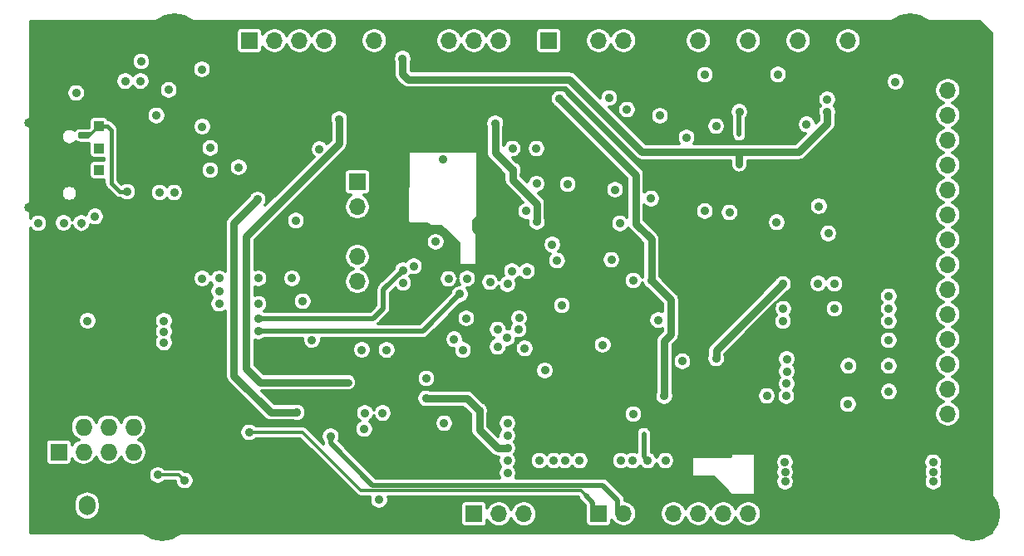
<source format=gbr>
G04 #@! TF.GenerationSoftware,KiCad,Pcbnew,5.1.10-88a1d61d58~88~ubuntu20.04.1*
G04 #@! TF.CreationDate,2021-05-27T22:44:10+02:00*
G04 #@! TF.ProjectId,PSLab,50534c61-622e-46b6-9963-61645f706362,v6.1*
G04 #@! TF.SameCoordinates,Original*
G04 #@! TF.FileFunction,Copper,L4,Bot*
G04 #@! TF.FilePolarity,Positive*
%FSLAX46Y46*%
G04 Gerber Fmt 4.6, Leading zero omitted, Abs format (unit mm)*
G04 Created by KiCad (PCBNEW 5.1.10-88a1d61d58~88~ubuntu20.04.1) date 2021-05-27 22:44:10*
%MOMM*%
%LPD*%
G01*
G04 APERTURE LIST*
G04 #@! TA.AperFunction,SMDPad,CuDef*
%ADD10R,1.000000X1.000000*%
G04 #@! TD*
G04 #@! TA.AperFunction,ComponentPad*
%ADD11R,1.700000X1.700000*%
G04 #@! TD*
G04 #@! TA.AperFunction,ComponentPad*
%ADD12O,1.700000X1.700000*%
G04 #@! TD*
G04 #@! TA.AperFunction,ComponentPad*
%ADD13R,1.727200X1.727200*%
G04 #@! TD*
G04 #@! TA.AperFunction,ComponentPad*
%ADD14O,1.727200X1.727200*%
G04 #@! TD*
G04 #@! TA.AperFunction,ComponentPad*
%ADD15O,2.100000X1.000000*%
G04 #@! TD*
G04 #@! TA.AperFunction,ComponentPad*
%ADD16O,2.000000X1.000000*%
G04 #@! TD*
G04 #@! TA.AperFunction,SMDPad,CuDef*
%ADD17R,3.500000X2.500000*%
G04 #@! TD*
G04 #@! TA.AperFunction,ComponentPad*
%ADD18C,0.500000*%
G04 #@! TD*
G04 #@! TA.AperFunction,ComponentPad*
%ADD19C,5.600000*%
G04 #@! TD*
G04 #@! TA.AperFunction,ComponentPad*
%ADD20O,1.700000X2.000000*%
G04 #@! TD*
G04 #@! TA.AperFunction,ViaPad*
%ADD21C,0.914400*%
G04 #@! TD*
G04 #@! TA.AperFunction,Conductor*
%ADD22C,0.508000*%
G04 #@! TD*
G04 #@! TA.AperFunction,Conductor*
%ADD23C,0.762000*%
G04 #@! TD*
G04 #@! TA.AperFunction,Conductor*
%ADD24C,0.304800*%
G04 #@! TD*
G04 #@! TA.AperFunction,Conductor*
%ADD25C,0.406400*%
G04 #@! TD*
G04 #@! TA.AperFunction,Conductor*
%ADD26C,0.300000*%
G04 #@! TD*
G04 #@! TA.AperFunction,Conductor*
%ADD27C,0.100000*%
G04 #@! TD*
G04 APERTURE END LIST*
D10*
X98450000Y-76000000D03*
X98440000Y-78220000D03*
X98452600Y-71526200D03*
X98450000Y-73780000D03*
D11*
X124785500Y-77194500D03*
D12*
X124785500Y-79734500D03*
X124785500Y-82274500D03*
X124785500Y-84814500D03*
X124785500Y-87354500D03*
D13*
X94369000Y-104753500D03*
D14*
X94369000Y-102213500D03*
X96909000Y-104753500D03*
X96909000Y-102213500D03*
X99449000Y-104753500D03*
X99449000Y-102213500D03*
X101989000Y-104753500D03*
X101989000Y-102213500D03*
D15*
X95945000Y-71160000D03*
X95945000Y-79800000D03*
D16*
X91865000Y-71160000D03*
X91865000Y-79800000D03*
D17*
X118499000Y-110468500D03*
D18*
X117279000Y-111128500D03*
X117279000Y-109808500D03*
X118499000Y-111128500D03*
X118499000Y-109808500D03*
X119719000Y-109808500D03*
X119719000Y-111128500D03*
D19*
X104880000Y-111020000D03*
G04 #@! TA.AperFunction,ComponentPad*
G36*
G01*
X93900000Y-110964500D02*
X93900000Y-109464500D01*
G75*
G02*
X94150000Y-109214500I250000J0D01*
G01*
X95350000Y-109214500D01*
G75*
G02*
X95600000Y-109464500I0J-250000D01*
G01*
X95600000Y-110964500D01*
G75*
G02*
X95350000Y-111214500I-250000J0D01*
G01*
X94150000Y-111214500D01*
G75*
G02*
X93900000Y-110964500I0J250000D01*
G01*
G37*
G04 #@! TD.AperFunction*
D20*
X97250000Y-110214500D03*
D19*
X181090000Y-62780000D03*
X106150000Y-62770000D03*
X187420000Y-111010000D03*
D11*
X187460000Y-67860000D03*
D12*
X184920000Y-67860000D03*
X187460000Y-70400000D03*
X184920000Y-70400000D03*
X187460000Y-72940000D03*
X184920000Y-72940000D03*
X187460000Y-75480000D03*
X184920000Y-75480000D03*
X187460000Y-78020000D03*
X184920000Y-78020000D03*
X187460000Y-80560000D03*
X184920000Y-80560000D03*
X187460000Y-83100000D03*
X184920000Y-83100000D03*
X187460000Y-85640000D03*
X184920000Y-85640000D03*
X187460000Y-88180000D03*
X184920000Y-88180000D03*
X187460000Y-90720000D03*
X184920000Y-90720000D03*
X187460000Y-93260000D03*
X184920000Y-93260000D03*
X187460000Y-95800000D03*
X184920000Y-95800000D03*
X187460000Y-98340000D03*
X184920000Y-98340000D03*
X187460000Y-100880000D03*
X184920000Y-100880000D03*
D11*
X156980000Y-62780000D03*
D12*
X159520000Y-62780000D03*
X162060000Y-62780000D03*
X164600000Y-62780000D03*
X167140000Y-62780000D03*
X169680000Y-62780000D03*
X172220000Y-62780000D03*
X174760000Y-62780000D03*
X167140000Y-111040000D03*
X164600000Y-111040000D03*
X162060000Y-111040000D03*
X159520000Y-111040000D03*
X156980000Y-111040000D03*
X154440000Y-111040000D03*
X151900000Y-111040000D03*
D11*
X149360000Y-111040000D03*
X131580000Y-62780000D03*
D12*
X134120000Y-62780000D03*
X136660000Y-62780000D03*
X139200000Y-62780000D03*
D11*
X144280000Y-62780000D03*
D12*
X146820000Y-62780000D03*
X149360000Y-62780000D03*
X151900000Y-62780000D03*
X144280000Y-111074000D03*
X141740000Y-111074000D03*
X139200000Y-111074000D03*
D11*
X136660000Y-111074000D03*
X113800000Y-62780000D03*
D12*
X116340000Y-62780000D03*
X118880000Y-62780000D03*
X121420000Y-62780000D03*
X123960000Y-62780000D03*
X126500000Y-62780000D03*
D21*
X154370000Y-105638400D03*
X98071600Y-80721000D03*
X96140010Y-68107510D03*
X131795218Y-99288400D03*
X156161400Y-105638400D03*
X140080000Y-104368400D03*
X137195214Y-100558400D03*
X125534800Y-100778400D03*
X101138100Y-66907500D03*
X127008000Y-109643000D03*
X125484000Y-102404000D03*
X145600000Y-89800000D03*
X152890000Y-100890000D03*
X144640000Y-83590000D03*
X138300000Y-87420000D03*
X168520000Y-95260000D03*
X143030000Y-73800000D03*
X135230000Y-88650000D03*
X168519189Y-96528572D03*
X178919704Y-88850000D03*
X114690000Y-92444333D03*
X152250000Y-69800000D03*
X134060000Y-87080000D03*
X141220000Y-92240000D03*
X152834000Y-105638400D03*
X135960000Y-87060000D03*
X155600000Y-70450000D03*
X151620000Y-105638400D03*
X141260000Y-91100000D03*
X130530000Y-85800000D03*
X105090000Y-92470000D03*
X168510000Y-97790000D03*
X178919704Y-90130000D03*
X161330000Y-71500000D03*
X179605600Y-66979600D03*
X110700000Y-89640000D03*
X106123400Y-78282602D03*
X110700000Y-87040000D03*
X104624800Y-78282602D03*
X167620000Y-66240000D03*
X172650000Y-68780000D03*
X145130000Y-85220000D03*
X173400000Y-87580000D03*
X171807800Y-79679600D03*
X108990000Y-87050000D03*
X118137700Y-87040000D03*
X167500000Y-81310000D03*
X172760000Y-82460000D03*
X155420000Y-91290000D03*
X171730000Y-87560000D03*
X151538600Y-81432200D03*
X154710000Y-78900000D03*
X152890000Y-87270000D03*
X160190000Y-80170000D03*
X150660000Y-85140000D03*
X110700000Y-88350000D03*
X119220000Y-89360000D03*
X125249600Y-94335400D03*
X113759986Y-102747500D03*
X122059986Y-103155000D03*
X151020000Y-77990000D03*
X140070000Y-87630000D03*
X140590000Y-73810000D03*
X140080000Y-106908400D03*
X143334400Y-105638400D03*
X140080000Y-103098400D03*
X133631602Y-101828400D03*
X129430000Y-86200000D03*
X114690000Y-91135000D03*
X105090000Y-93580000D03*
X131802800Y-97256402D03*
X183454800Y-106792000D03*
X168356400Y-107772000D03*
X183444800Y-107772000D03*
X168346400Y-105812000D03*
X183434800Y-105812000D03*
X168356400Y-106792000D03*
X142057500Y-86300400D03*
X118520000Y-81140000D03*
X168150000Y-91410000D03*
X146200000Y-77420000D03*
X157890000Y-95500000D03*
X166490000Y-99040000D03*
X147423802Y-105638400D03*
X168170000Y-90160000D03*
X173400000Y-90120000D03*
X104465500Y-107103000D03*
X107196000Y-107674500D03*
X98445700Y-71530300D03*
X101326060Y-78185100D03*
X96670000Y-81390000D03*
X94860000Y-81380000D03*
X105583100Y-67809200D03*
X102713000Y-66907500D03*
X104320000Y-70427500D03*
X98442406Y-75950000D03*
X109806400Y-75983585D03*
X98442400Y-73750000D03*
X109806400Y-73736000D03*
X120924000Y-73862988D03*
X112701980Y-75702200D03*
X162760000Y-100480000D03*
X156910000Y-82700000D03*
X170480000Y-93340000D03*
X147760000Y-77420000D03*
X155310000Y-72590000D03*
X160640000Y-68650000D03*
X97350000Y-62777200D03*
X97350000Y-63717200D03*
X173400000Y-91400000D03*
X175710000Y-103250000D03*
X175710000Y-110620000D03*
X177340000Y-110620000D03*
X174060000Y-110620000D03*
X98427190Y-78200000D03*
X105894834Y-74850000D03*
X102755000Y-85074978D03*
X92352990Y-85075000D03*
X112463000Y-66573200D03*
X105090000Y-89175000D03*
X136349400Y-93300000D03*
X149837510Y-88620000D03*
X129130000Y-89572494D03*
X112700000Y-70645004D03*
X117429998Y-72874998D03*
X133517500Y-74902500D03*
X124100000Y-71750000D03*
X101980000Y-70427496D03*
X101163500Y-72432000D03*
X130246500Y-109770000D03*
X139070000Y-94010000D03*
X174762500Y-99880904D03*
X140010000Y-93130000D03*
X178922496Y-98579996D03*
X141830000Y-94180000D03*
X178919700Y-95960988D03*
X143880000Y-96440000D03*
X174804900Y-95961012D03*
X129430000Y-87500000D03*
X139070000Y-92240000D03*
X127363600Y-100778400D03*
X149786000Y-93827400D03*
X158330000Y-72660000D03*
X170539998Y-71320000D03*
X144807600Y-105638400D03*
X178919704Y-91389000D03*
X168480000Y-99050000D03*
X145925200Y-105638400D03*
X143070000Y-81270000D03*
X140610000Y-76020000D03*
X135870000Y-91120000D03*
X132770000Y-83310000D03*
X105090000Y-91370000D03*
X102760000Y-64920000D03*
X92280400Y-81406728D03*
X108993600Y-71551598D03*
X97309612Y-91363574D03*
X108960000Y-65710000D03*
X120169600Y-93323000D03*
X138818998Y-71225500D03*
X140080000Y-105638400D03*
X160190000Y-66250000D03*
X163700000Y-70050000D03*
X118617400Y-100708000D03*
X114640296Y-79000000D03*
X178912488Y-93340000D03*
X172650004Y-70050000D03*
X122938200Y-70798200D03*
X129395000Y-64625000D03*
X145390000Y-68730000D03*
X156050000Y-99050000D03*
X154720000Y-87230000D03*
X150450000Y-68620000D03*
X161335000Y-95215000D03*
X162689200Y-80314602D03*
X168120000Y-87620000D03*
X140080000Y-101828400D03*
X140550000Y-86300000D03*
X143040000Y-77390000D03*
X141980000Y-80180000D03*
X114712855Y-87040000D03*
X134650000Y-93250000D03*
X114690000Y-89640000D03*
X135550000Y-94350000D03*
X127770000Y-94339500D03*
D22*
X154358000Y-105626390D02*
X154370000Y-105638390D01*
X153980000Y-102910000D02*
X153970000Y-102900000D01*
X154370000Y-105638400D02*
X153980000Y-105248400D01*
X153980000Y-105248400D02*
X153980000Y-102910000D01*
X131795200Y-99288400D02*
X135925214Y-99288400D01*
D23*
X135925214Y-99288400D02*
X137195214Y-100558400D01*
X131795218Y-99288400D02*
X135925214Y-99288400D01*
X137195214Y-102496414D02*
X139067200Y-104368400D01*
X137195214Y-100558400D02*
X137195214Y-102496414D01*
X139067200Y-104368400D02*
X140080000Y-104368400D01*
D22*
X131435667Y-92444333D02*
X114760637Y-92444333D01*
X135230000Y-88650000D02*
X131435667Y-92444333D01*
X148770000Y-111074000D02*
X148770000Y-109931000D01*
X148770000Y-109931000D02*
X148037011Y-109198011D01*
D24*
X147529010Y-108690010D02*
X125166010Y-108690010D01*
X148037011Y-109198011D02*
X147529010Y-108690010D01*
X119223500Y-102747500D02*
X113759986Y-102747500D01*
X125166010Y-108690010D02*
X119223500Y-102747500D01*
D22*
X122059986Y-103845786D02*
X122059986Y-103155000D01*
X126341800Y-108127600D02*
X122059986Y-103845786D01*
X149760600Y-108127600D02*
X126341800Y-108127600D01*
X151310000Y-111074000D02*
X151310000Y-109677000D01*
X151310000Y-109677000D02*
X149760600Y-108127600D01*
X127440000Y-90120000D02*
X126425000Y-91135000D01*
X129430000Y-86200000D02*
X127440000Y-88190000D01*
X126425000Y-91135000D02*
X114708600Y-91135000D01*
X127440000Y-88190000D02*
X127440000Y-90120000D01*
D24*
X106624500Y-107103000D02*
X107196000Y-107674500D01*
X104465500Y-107103000D02*
X106624500Y-107103000D01*
X96510000Y-72300000D02*
X96510000Y-72600000D01*
X97678800Y-72300000D02*
X98452600Y-71526200D01*
X96510000Y-72300000D02*
X97678800Y-72300000D01*
X97378800Y-72600000D02*
X97678800Y-72300000D01*
X96510000Y-72600000D02*
X97378800Y-72600000D01*
D25*
X101323520Y-78182560D02*
X101326060Y-78185100D01*
X100555100Y-78185100D02*
X101326060Y-78185100D01*
X99700000Y-77330000D02*
X100555100Y-78185100D01*
X99700000Y-71893060D02*
X99700000Y-77330000D01*
X98445700Y-71530300D02*
X99337240Y-71530300D01*
X99337240Y-71530300D02*
X99700000Y-71893060D01*
D24*
X99700000Y-77100000D02*
X99730000Y-77070000D01*
X96670000Y-81740000D02*
X96670000Y-81390000D01*
X94620000Y-81380000D02*
X94860000Y-81380000D01*
X98130000Y-74100000D02*
X98450000Y-73780000D01*
D22*
X112445000Y-66500000D02*
X112430000Y-66500000D01*
D24*
X98127190Y-77900000D02*
X98427190Y-78200000D01*
X96510000Y-78200000D02*
X98427190Y-78200000D01*
X96510000Y-71095000D02*
X95945000Y-70530000D01*
D23*
X143070000Y-81270000D02*
X143070000Y-79440000D01*
X140610000Y-76980000D02*
X140610000Y-76020000D01*
X143070000Y-79440000D02*
X140610000Y-76980000D01*
X140610000Y-76020000D02*
X138818998Y-74228998D01*
X138818998Y-74228998D02*
X138818998Y-71225500D01*
X118617400Y-100708000D02*
X118620200Y-100710800D01*
D22*
X163679800Y-70070200D02*
X163700000Y-70050000D01*
X163679800Y-72389800D02*
X163679800Y-70070200D01*
D23*
X112194000Y-81446296D02*
X114640296Y-79000000D01*
X118617400Y-100708000D02*
X115948000Y-100708000D01*
X115948000Y-100708000D02*
X112194000Y-96954000D01*
X112194000Y-96954000D02*
X112194000Y-81446296D01*
X172650004Y-71242796D02*
X172650004Y-70050000D01*
X153780000Y-74150000D02*
X169742800Y-74150000D01*
X169742800Y-74150000D02*
X172650004Y-71242796D01*
D22*
X163679800Y-75488600D02*
X163654400Y-75463200D01*
D23*
X163679800Y-74320200D02*
X163850000Y-74150000D01*
X163679800Y-75412400D02*
X163679800Y-74320200D01*
X153780000Y-74150000D02*
X163850000Y-74150000D01*
X163850000Y-74150000D02*
X169717400Y-74150000D01*
X114873580Y-97649980D02*
X123837500Y-97649980D01*
X113464000Y-96240400D02*
X114873580Y-97649980D01*
X113464000Y-82766000D02*
X113464000Y-96240400D01*
X146380000Y-66750000D02*
X153780000Y-74150000D01*
X129970000Y-66750000D02*
X146380000Y-66750000D01*
X129395000Y-66175000D02*
X129970000Y-66750000D01*
X129395000Y-64625000D02*
X129395000Y-66175000D01*
X122938200Y-73291800D02*
X113464000Y-82766000D01*
X122938200Y-70798200D02*
X122938200Y-73291800D01*
X154720000Y-83040000D02*
X154720000Y-87230000D01*
X153138800Y-81458800D02*
X154720000Y-83040000D01*
X145390000Y-68730000D02*
X153138800Y-76478800D01*
X153138800Y-76478800D02*
X153138800Y-81458800D01*
X156720200Y-89230200D02*
X154720000Y-87230000D01*
X156050000Y-99050000D02*
X156050000Y-93450000D01*
X156720200Y-92779800D02*
X156720200Y-89230200D01*
X156050000Y-93450000D02*
X156720200Y-92779800D01*
X161335000Y-94405000D02*
X168120000Y-87620000D01*
X161335000Y-95215000D02*
X161335000Y-94405000D01*
D26*
X189420000Y-62017817D02*
X189420001Y-113030000D01*
X91490000Y-113030000D01*
X91490000Y-109998180D01*
X95900000Y-109998180D01*
X95900000Y-110430821D01*
X95919533Y-110629146D01*
X95996728Y-110883622D01*
X96122085Y-111118149D01*
X96290788Y-111323713D01*
X96496352Y-111492415D01*
X96730879Y-111617772D01*
X96985355Y-111694967D01*
X97250000Y-111721032D01*
X97514646Y-111694967D01*
X97769122Y-111617772D01*
X98003649Y-111492415D01*
X98209213Y-111323713D01*
X98377915Y-111118149D01*
X98503272Y-110883621D01*
X98580467Y-110629145D01*
X98600000Y-110430820D01*
X98600000Y-109998179D01*
X98580467Y-109799854D01*
X98503272Y-109545378D01*
X98377915Y-109310851D01*
X98209212Y-109105287D01*
X98003648Y-108936585D01*
X97769121Y-108811228D01*
X97514645Y-108734033D01*
X97250000Y-108707968D01*
X96985354Y-108734033D01*
X96730878Y-108811228D01*
X96496351Y-108936585D01*
X96290787Y-109105288D01*
X96122085Y-109310852D01*
X95996728Y-109545379D01*
X95919533Y-109799855D01*
X95900000Y-109998180D01*
X91490000Y-109998180D01*
X91490000Y-107008724D01*
X103508300Y-107008724D01*
X103508300Y-107197276D01*
X103545085Y-107382205D01*
X103617241Y-107556404D01*
X103721995Y-107713179D01*
X103855321Y-107846505D01*
X104012096Y-107951259D01*
X104186295Y-108023415D01*
X104371224Y-108060200D01*
X104559776Y-108060200D01*
X104744705Y-108023415D01*
X104918904Y-107951259D01*
X105075679Y-107846505D01*
X105166784Y-107755400D01*
X106238800Y-107755400D01*
X106238800Y-107768776D01*
X106275585Y-107953705D01*
X106347741Y-108127904D01*
X106452495Y-108284679D01*
X106585821Y-108418005D01*
X106742596Y-108522759D01*
X106916795Y-108594915D01*
X107101724Y-108631700D01*
X107290276Y-108631700D01*
X107475205Y-108594915D01*
X107649404Y-108522759D01*
X107806179Y-108418005D01*
X107939505Y-108284679D01*
X108044259Y-108127904D01*
X108116415Y-107953705D01*
X108153200Y-107768776D01*
X108153200Y-107580224D01*
X108116415Y-107395295D01*
X108044259Y-107221096D01*
X107939505Y-107064321D01*
X107806179Y-106930995D01*
X107649404Y-106826241D01*
X107475205Y-106754085D01*
X107290276Y-106717300D01*
X107161431Y-106717300D01*
X107108482Y-106664351D01*
X107088048Y-106639452D01*
X106988707Y-106557925D01*
X106875370Y-106497345D01*
X106752393Y-106460040D01*
X106656544Y-106450600D01*
X106656534Y-106450600D01*
X106624500Y-106447445D01*
X106592466Y-106450600D01*
X105166784Y-106450600D01*
X105075679Y-106359495D01*
X104918904Y-106254741D01*
X104744705Y-106182585D01*
X104559776Y-106145800D01*
X104371224Y-106145800D01*
X104186295Y-106182585D01*
X104012096Y-106254741D01*
X103855321Y-106359495D01*
X103721995Y-106492821D01*
X103617241Y-106649596D01*
X103545085Y-106823795D01*
X103508300Y-107008724D01*
X91490000Y-107008724D01*
X91490000Y-103889900D01*
X93002981Y-103889900D01*
X93002981Y-105617100D01*
X93012635Y-105715117D01*
X93041225Y-105809367D01*
X93087654Y-105896229D01*
X93150136Y-105972364D01*
X93226271Y-106034846D01*
X93313133Y-106081275D01*
X93407383Y-106109865D01*
X93505400Y-106119519D01*
X95232600Y-106119519D01*
X95330617Y-106109865D01*
X95424867Y-106081275D01*
X95511729Y-106034846D01*
X95587864Y-105972364D01*
X95650346Y-105896229D01*
X95696775Y-105809367D01*
X95725365Y-105715117D01*
X95735019Y-105617100D01*
X95735019Y-105450929D01*
X95849823Y-105622744D01*
X96039756Y-105812677D01*
X96263093Y-105961907D01*
X96511253Y-106064698D01*
X96774697Y-106117100D01*
X97043303Y-106117100D01*
X97306747Y-106064698D01*
X97554907Y-105961907D01*
X97778244Y-105812677D01*
X97968177Y-105622744D01*
X98117407Y-105399407D01*
X98179000Y-105250708D01*
X98240593Y-105399407D01*
X98389823Y-105622744D01*
X98579756Y-105812677D01*
X98803093Y-105961907D01*
X99051253Y-106064698D01*
X99314697Y-106117100D01*
X99583303Y-106117100D01*
X99846747Y-106064698D01*
X100094907Y-105961907D01*
X100318244Y-105812677D01*
X100508177Y-105622744D01*
X100657407Y-105399407D01*
X100719000Y-105250708D01*
X100780593Y-105399407D01*
X100929823Y-105622744D01*
X101119756Y-105812677D01*
X101343093Y-105961907D01*
X101591253Y-106064698D01*
X101854697Y-106117100D01*
X102123303Y-106117100D01*
X102386747Y-106064698D01*
X102634907Y-105961907D01*
X102858244Y-105812677D01*
X103048177Y-105622744D01*
X103197407Y-105399407D01*
X103300198Y-105151247D01*
X103352600Y-104887803D01*
X103352600Y-104619197D01*
X103300198Y-104355753D01*
X103197407Y-104107593D01*
X103048177Y-103884256D01*
X102858244Y-103694323D01*
X102634907Y-103545093D01*
X102486208Y-103483500D01*
X102634907Y-103421907D01*
X102858244Y-103272677D01*
X103048177Y-103082744D01*
X103197407Y-102859407D01*
X103282810Y-102653224D01*
X112802786Y-102653224D01*
X112802786Y-102841776D01*
X112839571Y-103026705D01*
X112911727Y-103200904D01*
X113016481Y-103357679D01*
X113149807Y-103491005D01*
X113306582Y-103595759D01*
X113480781Y-103667915D01*
X113665710Y-103704700D01*
X113854262Y-103704700D01*
X114039191Y-103667915D01*
X114213390Y-103595759D01*
X114370165Y-103491005D01*
X114461270Y-103399900D01*
X118953269Y-103399900D01*
X124682034Y-109128667D01*
X124702462Y-109153558D01*
X124727350Y-109173983D01*
X124727351Y-109173984D01*
X124801802Y-109235085D01*
X124915138Y-109295664D01*
X124915140Y-109295665D01*
X125038117Y-109332970D01*
X125133966Y-109342410D01*
X125133975Y-109342410D01*
X125166009Y-109345565D01*
X125198043Y-109342410D01*
X126096443Y-109342410D01*
X126087585Y-109363795D01*
X126050800Y-109548724D01*
X126050800Y-109737276D01*
X126087585Y-109922205D01*
X126159741Y-110096404D01*
X126264495Y-110253179D01*
X126397821Y-110386505D01*
X126554596Y-110491259D01*
X126728795Y-110563415D01*
X126913724Y-110600200D01*
X127102276Y-110600200D01*
X127287205Y-110563415D01*
X127461404Y-110491259D01*
X127618179Y-110386505D01*
X127751505Y-110253179D01*
X127771001Y-110224000D01*
X135307581Y-110224000D01*
X135307581Y-111924000D01*
X135317235Y-112022017D01*
X135345825Y-112116267D01*
X135392254Y-112203129D01*
X135454736Y-112279264D01*
X135530871Y-112341746D01*
X135617733Y-112388175D01*
X135711983Y-112416765D01*
X135810000Y-112426419D01*
X137510000Y-112426419D01*
X137608017Y-112416765D01*
X137702267Y-112388175D01*
X137789129Y-112341746D01*
X137865264Y-112279264D01*
X137927746Y-112203129D01*
X137974175Y-112116267D01*
X138002765Y-112022017D01*
X138012419Y-111924000D01*
X138012419Y-111726595D01*
X138151387Y-111934575D01*
X138339425Y-112122613D01*
X138560535Y-112270354D01*
X138806220Y-112372120D01*
X139067037Y-112424000D01*
X139332963Y-112424000D01*
X139593780Y-112372120D01*
X139839465Y-112270354D01*
X140060575Y-112122613D01*
X140248613Y-111934575D01*
X140396354Y-111713465D01*
X140470000Y-111535668D01*
X140543646Y-111713465D01*
X140691387Y-111934575D01*
X140879425Y-112122613D01*
X141100535Y-112270354D01*
X141346220Y-112372120D01*
X141607037Y-112424000D01*
X141872963Y-112424000D01*
X142133780Y-112372120D01*
X142379465Y-112270354D01*
X142600575Y-112122613D01*
X142788613Y-111934575D01*
X142936354Y-111713465D01*
X143038120Y-111467780D01*
X143090000Y-111206963D01*
X143090000Y-110941037D01*
X143038120Y-110680220D01*
X142936354Y-110434535D01*
X142788613Y-110213425D01*
X142600575Y-110025387D01*
X142379465Y-109877646D01*
X142133780Y-109775880D01*
X141872963Y-109724000D01*
X141607037Y-109724000D01*
X141346220Y-109775880D01*
X141100535Y-109877646D01*
X140879425Y-110025387D01*
X140691387Y-110213425D01*
X140543646Y-110434535D01*
X140470000Y-110612332D01*
X140396354Y-110434535D01*
X140248613Y-110213425D01*
X140060575Y-110025387D01*
X139839465Y-109877646D01*
X139593780Y-109775880D01*
X139332963Y-109724000D01*
X139067037Y-109724000D01*
X138806220Y-109775880D01*
X138560535Y-109877646D01*
X138339425Y-110025387D01*
X138151387Y-110213425D01*
X138012419Y-110421405D01*
X138012419Y-110224000D01*
X138002765Y-110125983D01*
X137974175Y-110031733D01*
X137927746Y-109944871D01*
X137865264Y-109868736D01*
X137789129Y-109806254D01*
X137702267Y-109759825D01*
X137608017Y-109731235D01*
X137510000Y-109721581D01*
X135810000Y-109721581D01*
X135711983Y-109731235D01*
X135617733Y-109759825D01*
X135530871Y-109806254D01*
X135454736Y-109868736D01*
X135392254Y-109944871D01*
X135345825Y-110031733D01*
X135317235Y-110125983D01*
X135307581Y-110224000D01*
X127771001Y-110224000D01*
X127856259Y-110096404D01*
X127928415Y-109922205D01*
X127965200Y-109737276D01*
X127965200Y-109548724D01*
X127928415Y-109363795D01*
X127919557Y-109342410D01*
X147258778Y-109342410D01*
X147307739Y-109391371D01*
X147337037Y-109487950D01*
X147407050Y-109618937D01*
X147477662Y-109704978D01*
X148007581Y-110234898D01*
X148007581Y-111890000D01*
X148017235Y-111988017D01*
X148045825Y-112082267D01*
X148092254Y-112169129D01*
X148154736Y-112245264D01*
X148230871Y-112307746D01*
X148317733Y-112354175D01*
X148411983Y-112382765D01*
X148510000Y-112392419D01*
X150210000Y-112392419D01*
X150308017Y-112382765D01*
X150402267Y-112354175D01*
X150489129Y-112307746D01*
X150565264Y-112245264D01*
X150627746Y-112169129D01*
X150674175Y-112082267D01*
X150702765Y-111988017D01*
X150712419Y-111890000D01*
X150712419Y-111692595D01*
X150851387Y-111900575D01*
X151039425Y-112088613D01*
X151260535Y-112236354D01*
X151506220Y-112338120D01*
X151767037Y-112390000D01*
X152032963Y-112390000D01*
X152293780Y-112338120D01*
X152539465Y-112236354D01*
X152760575Y-112088613D01*
X152948613Y-111900575D01*
X153096354Y-111679465D01*
X153198120Y-111433780D01*
X153250000Y-111172963D01*
X153250000Y-110907037D01*
X155630000Y-110907037D01*
X155630000Y-111172963D01*
X155681880Y-111433780D01*
X155783646Y-111679465D01*
X155931387Y-111900575D01*
X156119425Y-112088613D01*
X156340535Y-112236354D01*
X156586220Y-112338120D01*
X156847037Y-112390000D01*
X157112963Y-112390000D01*
X157373780Y-112338120D01*
X157619465Y-112236354D01*
X157840575Y-112088613D01*
X158028613Y-111900575D01*
X158176354Y-111679465D01*
X158250000Y-111501668D01*
X158323646Y-111679465D01*
X158471387Y-111900575D01*
X158659425Y-112088613D01*
X158880535Y-112236354D01*
X159126220Y-112338120D01*
X159387037Y-112390000D01*
X159652963Y-112390000D01*
X159913780Y-112338120D01*
X160159465Y-112236354D01*
X160380575Y-112088613D01*
X160568613Y-111900575D01*
X160716354Y-111679465D01*
X160790000Y-111501668D01*
X160863646Y-111679465D01*
X161011387Y-111900575D01*
X161199425Y-112088613D01*
X161420535Y-112236354D01*
X161666220Y-112338120D01*
X161927037Y-112390000D01*
X162192963Y-112390000D01*
X162453780Y-112338120D01*
X162699465Y-112236354D01*
X162920575Y-112088613D01*
X163108613Y-111900575D01*
X163256354Y-111679465D01*
X163330000Y-111501668D01*
X163403646Y-111679465D01*
X163551387Y-111900575D01*
X163739425Y-112088613D01*
X163960535Y-112236354D01*
X164206220Y-112338120D01*
X164467037Y-112390000D01*
X164732963Y-112390000D01*
X164993780Y-112338120D01*
X165239465Y-112236354D01*
X165460575Y-112088613D01*
X165648613Y-111900575D01*
X165796354Y-111679465D01*
X165898120Y-111433780D01*
X165950000Y-111172963D01*
X165950000Y-110907037D01*
X165898120Y-110646220D01*
X165796354Y-110400535D01*
X165648613Y-110179425D01*
X165460575Y-109991387D01*
X165239465Y-109843646D01*
X164993780Y-109741880D01*
X164732963Y-109690000D01*
X164467037Y-109690000D01*
X164206220Y-109741880D01*
X163960535Y-109843646D01*
X163739425Y-109991387D01*
X163551387Y-110179425D01*
X163403646Y-110400535D01*
X163330000Y-110578332D01*
X163256354Y-110400535D01*
X163108613Y-110179425D01*
X162920575Y-109991387D01*
X162699465Y-109843646D01*
X162453780Y-109741880D01*
X162192963Y-109690000D01*
X161927037Y-109690000D01*
X161666220Y-109741880D01*
X161420535Y-109843646D01*
X161199425Y-109991387D01*
X161011387Y-110179425D01*
X160863646Y-110400535D01*
X160790000Y-110578332D01*
X160716354Y-110400535D01*
X160568613Y-110179425D01*
X160380575Y-109991387D01*
X160159465Y-109843646D01*
X159913780Y-109741880D01*
X159652963Y-109690000D01*
X159387037Y-109690000D01*
X159126220Y-109741880D01*
X158880535Y-109843646D01*
X158659425Y-109991387D01*
X158471387Y-110179425D01*
X158323646Y-110400535D01*
X158250000Y-110578332D01*
X158176354Y-110400535D01*
X158028613Y-110179425D01*
X157840575Y-109991387D01*
X157619465Y-109843646D01*
X157373780Y-109741880D01*
X157112963Y-109690000D01*
X156847037Y-109690000D01*
X156586220Y-109741880D01*
X156340535Y-109843646D01*
X156119425Y-109991387D01*
X155931387Y-110179425D01*
X155783646Y-110400535D01*
X155681880Y-110646220D01*
X155630000Y-110907037D01*
X153250000Y-110907037D01*
X153198120Y-110646220D01*
X153096354Y-110400535D01*
X152948613Y-110179425D01*
X152760575Y-109991387D01*
X152539465Y-109843646D01*
X152293780Y-109741880D01*
X152065725Y-109696517D01*
X152067647Y-109676999D01*
X152064000Y-109639971D01*
X152064000Y-109639961D01*
X152053090Y-109529190D01*
X152009975Y-109387061D01*
X151939961Y-109256073D01*
X151845738Y-109141262D01*
X151816968Y-109117651D01*
X150319953Y-107620637D01*
X150296338Y-107591862D01*
X150181527Y-107497639D01*
X150050539Y-107427625D01*
X149908410Y-107384510D01*
X149797639Y-107373600D01*
X149797631Y-107373600D01*
X149760600Y-107369953D01*
X149723569Y-107373600D01*
X140920377Y-107373600D01*
X140928259Y-107361804D01*
X141000415Y-107187605D01*
X141037200Y-107002676D01*
X141037200Y-106814124D01*
X141000415Y-106629195D01*
X140928259Y-106454996D01*
X140823505Y-106298221D01*
X140798684Y-106273400D01*
X140823505Y-106248579D01*
X140928259Y-106091804D01*
X141000415Y-105917605D01*
X141037200Y-105732676D01*
X141037200Y-105544124D01*
X142377200Y-105544124D01*
X142377200Y-105732676D01*
X142413985Y-105917605D01*
X142486141Y-106091804D01*
X142590895Y-106248579D01*
X142724221Y-106381905D01*
X142880996Y-106486659D01*
X143055195Y-106558815D01*
X143240124Y-106595600D01*
X143428676Y-106595600D01*
X143613605Y-106558815D01*
X143787804Y-106486659D01*
X143944579Y-106381905D01*
X144071000Y-106255484D01*
X144197421Y-106381905D01*
X144354196Y-106486659D01*
X144528395Y-106558815D01*
X144713324Y-106595600D01*
X144901876Y-106595600D01*
X145086805Y-106558815D01*
X145261004Y-106486659D01*
X145366400Y-106416235D01*
X145471796Y-106486659D01*
X145645995Y-106558815D01*
X145830924Y-106595600D01*
X146019476Y-106595600D01*
X146204405Y-106558815D01*
X146378604Y-106486659D01*
X146535379Y-106381905D01*
X146668705Y-106248579D01*
X146674501Y-106239905D01*
X146680297Y-106248579D01*
X146813623Y-106381905D01*
X146970398Y-106486659D01*
X147144597Y-106558815D01*
X147329526Y-106595600D01*
X147518078Y-106595600D01*
X147703007Y-106558815D01*
X147877206Y-106486659D01*
X148033981Y-106381905D01*
X148167307Y-106248579D01*
X148272061Y-106091804D01*
X148344217Y-105917605D01*
X148381002Y-105732676D01*
X148381002Y-105544124D01*
X150662800Y-105544124D01*
X150662800Y-105732676D01*
X150699585Y-105917605D01*
X150771741Y-106091804D01*
X150876495Y-106248579D01*
X151009821Y-106381905D01*
X151166596Y-106486659D01*
X151340795Y-106558815D01*
X151525724Y-106595600D01*
X151714276Y-106595600D01*
X151899205Y-106558815D01*
X152073404Y-106486659D01*
X152227000Y-106384029D01*
X152380596Y-106486659D01*
X152554795Y-106558815D01*
X152739724Y-106595600D01*
X152928276Y-106595600D01*
X153113205Y-106558815D01*
X153287404Y-106486659D01*
X153444179Y-106381905D01*
X153577505Y-106248579D01*
X153602000Y-106211920D01*
X153626495Y-106248579D01*
X153759821Y-106381905D01*
X153916596Y-106486659D01*
X154090795Y-106558815D01*
X154275724Y-106595600D01*
X154464276Y-106595600D01*
X154649205Y-106558815D01*
X154823404Y-106486659D01*
X154980179Y-106381905D01*
X155113505Y-106248579D01*
X155218259Y-106091804D01*
X155265700Y-105977272D01*
X155313141Y-106091804D01*
X155417895Y-106248579D01*
X155551221Y-106381905D01*
X155707996Y-106486659D01*
X155882195Y-106558815D01*
X156067124Y-106595600D01*
X156255676Y-106595600D01*
X156440605Y-106558815D01*
X156614804Y-106486659D01*
X156771579Y-106381905D01*
X156904905Y-106248579D01*
X157009659Y-106091804D01*
X157081815Y-105917605D01*
X157118600Y-105732676D01*
X157118600Y-105544124D01*
X157081815Y-105359195D01*
X157067651Y-105325000D01*
X158836600Y-105325000D01*
X158836600Y-107204600D01*
X158839482Y-107233864D01*
X158848018Y-107262003D01*
X158861880Y-107287936D01*
X158880534Y-107310666D01*
X158903264Y-107329320D01*
X158929197Y-107343182D01*
X158957336Y-107351718D01*
X158986600Y-107354600D01*
X161131706Y-107354600D01*
X162789105Y-109110948D01*
X162814864Y-109132720D01*
X162840797Y-109146582D01*
X162868936Y-109155118D01*
X162898200Y-109158000D01*
X165209600Y-109158000D01*
X165238864Y-109155118D01*
X165267003Y-109146582D01*
X165292936Y-109132720D01*
X165315666Y-109114066D01*
X165334320Y-109091336D01*
X165348182Y-109065403D01*
X165356718Y-109037264D01*
X165359600Y-109008000D01*
X165359600Y-105717724D01*
X167389200Y-105717724D01*
X167389200Y-105906276D01*
X167425985Y-106091205D01*
X167498141Y-106265404D01*
X167527594Y-106309483D01*
X167508141Y-106338596D01*
X167435985Y-106512795D01*
X167399200Y-106697724D01*
X167399200Y-106886276D01*
X167435985Y-107071205D01*
X167508141Y-107245404D01*
X167532594Y-107282000D01*
X167508141Y-107318596D01*
X167435985Y-107492795D01*
X167399200Y-107677724D01*
X167399200Y-107866276D01*
X167435985Y-108051205D01*
X167508141Y-108225404D01*
X167612895Y-108382179D01*
X167746221Y-108515505D01*
X167902996Y-108620259D01*
X168077195Y-108692415D01*
X168262124Y-108729200D01*
X168450676Y-108729200D01*
X168635605Y-108692415D01*
X168809804Y-108620259D01*
X168966579Y-108515505D01*
X169099905Y-108382179D01*
X169204659Y-108225404D01*
X169276815Y-108051205D01*
X169313600Y-107866276D01*
X169313600Y-107677724D01*
X169276815Y-107492795D01*
X169204659Y-107318596D01*
X169180206Y-107282000D01*
X169204659Y-107245404D01*
X169276815Y-107071205D01*
X169313600Y-106886276D01*
X169313600Y-106697724D01*
X169276815Y-106512795D01*
X169204659Y-106338596D01*
X169175206Y-106294517D01*
X169194659Y-106265404D01*
X169266815Y-106091205D01*
X169303600Y-105906276D01*
X169303600Y-105717724D01*
X182477600Y-105717724D01*
X182477600Y-105906276D01*
X182514385Y-106091205D01*
X182586541Y-106265404D01*
X182620994Y-106316966D01*
X182606541Y-106338596D01*
X182534385Y-106512795D01*
X182497600Y-106697724D01*
X182497600Y-106886276D01*
X182534385Y-107071205D01*
X182606541Y-107245404D01*
X182625994Y-107274517D01*
X182596541Y-107318596D01*
X182524385Y-107492795D01*
X182487600Y-107677724D01*
X182487600Y-107866276D01*
X182524385Y-108051205D01*
X182596541Y-108225404D01*
X182701295Y-108382179D01*
X182834621Y-108515505D01*
X182991396Y-108620259D01*
X183165595Y-108692415D01*
X183350524Y-108729200D01*
X183539076Y-108729200D01*
X183724005Y-108692415D01*
X183898204Y-108620259D01*
X184054979Y-108515505D01*
X184188305Y-108382179D01*
X184293059Y-108225404D01*
X184365215Y-108051205D01*
X184402000Y-107866276D01*
X184402000Y-107677724D01*
X184365215Y-107492795D01*
X184293059Y-107318596D01*
X184273606Y-107289483D01*
X184303059Y-107245404D01*
X184375215Y-107071205D01*
X184412000Y-106886276D01*
X184412000Y-106697724D01*
X184375215Y-106512795D01*
X184303059Y-106338596D01*
X184268606Y-106287034D01*
X184283059Y-106265404D01*
X184355215Y-106091205D01*
X184392000Y-105906276D01*
X184392000Y-105717724D01*
X184355215Y-105532795D01*
X184283059Y-105358596D01*
X184178305Y-105201821D01*
X184044979Y-105068495D01*
X183888204Y-104963741D01*
X183714005Y-104891585D01*
X183529076Y-104854800D01*
X183340524Y-104854800D01*
X183155595Y-104891585D01*
X182981396Y-104963741D01*
X182824621Y-105068495D01*
X182691295Y-105201821D01*
X182586541Y-105358596D01*
X182514385Y-105532795D01*
X182477600Y-105717724D01*
X169303600Y-105717724D01*
X169266815Y-105532795D01*
X169194659Y-105358596D01*
X169089905Y-105201821D01*
X168956579Y-105068495D01*
X168799804Y-104963741D01*
X168625605Y-104891585D01*
X168440676Y-104854800D01*
X168252124Y-104854800D01*
X168067195Y-104891585D01*
X167892996Y-104963741D01*
X167736221Y-105068495D01*
X167602895Y-105201821D01*
X167498141Y-105358596D01*
X167425985Y-105532795D01*
X167389200Y-105717724D01*
X165359600Y-105717724D01*
X165359600Y-104994800D01*
X165356718Y-104965536D01*
X165348182Y-104937397D01*
X165334320Y-104911464D01*
X165315666Y-104888734D01*
X165292936Y-104870080D01*
X165267003Y-104856218D01*
X165238864Y-104847682D01*
X165209600Y-104844800D01*
X162923600Y-104844800D01*
X162894336Y-104847682D01*
X162866197Y-104856218D01*
X162840264Y-104870080D01*
X162817534Y-104888734D01*
X162798880Y-104911464D01*
X162785018Y-104937397D01*
X162776482Y-104965536D01*
X162773600Y-104994800D01*
X162773600Y-105175000D01*
X158986600Y-105175000D01*
X158957336Y-105177882D01*
X158929197Y-105186418D01*
X158903264Y-105200280D01*
X158880534Y-105218934D01*
X158861880Y-105241664D01*
X158848018Y-105267597D01*
X158839482Y-105295736D01*
X158836600Y-105325000D01*
X157067651Y-105325000D01*
X157009659Y-105184996D01*
X156904905Y-105028221D01*
X156771579Y-104894895D01*
X156614804Y-104790141D01*
X156440605Y-104717985D01*
X156255676Y-104681200D01*
X156067124Y-104681200D01*
X155882195Y-104717985D01*
X155707996Y-104790141D01*
X155551221Y-104894895D01*
X155417895Y-105028221D01*
X155313141Y-105184996D01*
X155265700Y-105299528D01*
X155218259Y-105184996D01*
X155113505Y-105028221D01*
X154980179Y-104894895D01*
X154823404Y-104790141D01*
X154734000Y-104753108D01*
X154734000Y-102947028D01*
X154737647Y-102909999D01*
X154734000Y-102872971D01*
X154734000Y-102872961D01*
X154723090Y-102762190D01*
X154679975Y-102620061D01*
X154609961Y-102489073D01*
X154515738Y-102374262D01*
X154486963Y-102350647D01*
X154476967Y-102340651D01*
X154390926Y-102270039D01*
X154259939Y-102200026D01*
X154117809Y-102156910D01*
X153970000Y-102142353D01*
X153822191Y-102156910D01*
X153680061Y-102200026D01*
X153549074Y-102270039D01*
X153434262Y-102364262D01*
X153340039Y-102479074D01*
X153270026Y-102610061D01*
X153226910Y-102752191D01*
X153212353Y-102900000D01*
X153226001Y-103038578D01*
X153226000Y-104764707D01*
X153113205Y-104717985D01*
X152928276Y-104681200D01*
X152739724Y-104681200D01*
X152554795Y-104717985D01*
X152380596Y-104790141D01*
X152227000Y-104892771D01*
X152073404Y-104790141D01*
X151899205Y-104717985D01*
X151714276Y-104681200D01*
X151525724Y-104681200D01*
X151340795Y-104717985D01*
X151166596Y-104790141D01*
X151009821Y-104894895D01*
X150876495Y-105028221D01*
X150771741Y-105184996D01*
X150699585Y-105359195D01*
X150662800Y-105544124D01*
X148381002Y-105544124D01*
X148344217Y-105359195D01*
X148272061Y-105184996D01*
X148167307Y-105028221D01*
X148033981Y-104894895D01*
X147877206Y-104790141D01*
X147703007Y-104717985D01*
X147518078Y-104681200D01*
X147329526Y-104681200D01*
X147144597Y-104717985D01*
X146970398Y-104790141D01*
X146813623Y-104894895D01*
X146680297Y-105028221D01*
X146674501Y-105036895D01*
X146668705Y-105028221D01*
X146535379Y-104894895D01*
X146378604Y-104790141D01*
X146204405Y-104717985D01*
X146019476Y-104681200D01*
X145830924Y-104681200D01*
X145645995Y-104717985D01*
X145471796Y-104790141D01*
X145366400Y-104860565D01*
X145261004Y-104790141D01*
X145086805Y-104717985D01*
X144901876Y-104681200D01*
X144713324Y-104681200D01*
X144528395Y-104717985D01*
X144354196Y-104790141D01*
X144197421Y-104894895D01*
X144071000Y-105021316D01*
X143944579Y-104894895D01*
X143787804Y-104790141D01*
X143613605Y-104717985D01*
X143428676Y-104681200D01*
X143240124Y-104681200D01*
X143055195Y-104717985D01*
X142880996Y-104790141D01*
X142724221Y-104894895D01*
X142590895Y-105028221D01*
X142486141Y-105184996D01*
X142413985Y-105359195D01*
X142377200Y-105544124D01*
X141037200Y-105544124D01*
X141000415Y-105359195D01*
X140928259Y-105184996D01*
X140823505Y-105028221D01*
X140798684Y-105003400D01*
X140823505Y-104978579D01*
X140928259Y-104821804D01*
X141000415Y-104647605D01*
X141037200Y-104462676D01*
X141037200Y-104274124D01*
X141000415Y-104089195D01*
X140928259Y-103914996D01*
X140823505Y-103758221D01*
X140798684Y-103733400D01*
X140823505Y-103708579D01*
X140928259Y-103551804D01*
X141000415Y-103377605D01*
X141037200Y-103192676D01*
X141037200Y-103004124D01*
X141000415Y-102819195D01*
X140928259Y-102644996D01*
X140823505Y-102488221D01*
X140798684Y-102463400D01*
X140823505Y-102438579D01*
X140928259Y-102281804D01*
X141000415Y-102107605D01*
X141037200Y-101922676D01*
X141037200Y-101734124D01*
X141000415Y-101549195D01*
X140928259Y-101374996D01*
X140823505Y-101218221D01*
X140690179Y-101084895D01*
X140533404Y-100980141D01*
X140359205Y-100907985D01*
X140174276Y-100871200D01*
X139985724Y-100871200D01*
X139800795Y-100907985D01*
X139626596Y-100980141D01*
X139469821Y-101084895D01*
X139336495Y-101218221D01*
X139231741Y-101374996D01*
X139159585Y-101549195D01*
X139122800Y-101734124D01*
X139122800Y-101922676D01*
X139159585Y-102107605D01*
X139231741Y-102281804D01*
X139336495Y-102438579D01*
X139361316Y-102463400D01*
X139336495Y-102488221D01*
X139231741Y-102644996D01*
X139159585Y-102819195D01*
X139122800Y-103004124D01*
X139122800Y-103178078D01*
X138076214Y-102131493D01*
X138076214Y-100932761D01*
X138115629Y-100837605D01*
X138123959Y-100795724D01*
X151932800Y-100795724D01*
X151932800Y-100984276D01*
X151969585Y-101169205D01*
X152041741Y-101343404D01*
X152146495Y-101500179D01*
X152279821Y-101633505D01*
X152436596Y-101738259D01*
X152610795Y-101810415D01*
X152795724Y-101847200D01*
X152984276Y-101847200D01*
X153169205Y-101810415D01*
X153343404Y-101738259D01*
X153500179Y-101633505D01*
X153633505Y-101500179D01*
X153738259Y-101343404D01*
X153810415Y-101169205D01*
X153847200Y-100984276D01*
X153847200Y-100795724D01*
X153810415Y-100610795D01*
X153738259Y-100436596D01*
X153633505Y-100279821D01*
X153500179Y-100146495D01*
X153343404Y-100041741D01*
X153169205Y-99969585D01*
X152984276Y-99932800D01*
X152795724Y-99932800D01*
X152610795Y-99969585D01*
X152436596Y-100041741D01*
X152279821Y-100146495D01*
X152146495Y-100279821D01*
X152041741Y-100436596D01*
X151969585Y-100610795D01*
X151932800Y-100795724D01*
X138123959Y-100795724D01*
X138152414Y-100652676D01*
X138152414Y-100464124D01*
X138115629Y-100279195D01*
X138043473Y-100104996D01*
X137938719Y-99948221D01*
X137805393Y-99814895D01*
X137648618Y-99710141D01*
X137553461Y-99670726D01*
X136578780Y-98696044D01*
X136551189Y-98662425D01*
X136417039Y-98552332D01*
X136263989Y-98470525D01*
X136097920Y-98420148D01*
X135968487Y-98407400D01*
X135968484Y-98407400D01*
X135925214Y-98403138D01*
X135881944Y-98407400D01*
X132169579Y-98407400D01*
X132074423Y-98367985D01*
X131889494Y-98331200D01*
X131700942Y-98331200D01*
X131516013Y-98367985D01*
X131341814Y-98440141D01*
X131185039Y-98544895D01*
X131051713Y-98678221D01*
X130946959Y-98834996D01*
X130874803Y-99009195D01*
X130838018Y-99194124D01*
X130838018Y-99382676D01*
X130874803Y-99567605D01*
X130946959Y-99741804D01*
X131051713Y-99898579D01*
X131185039Y-100031905D01*
X131341814Y-100136659D01*
X131516013Y-100208815D01*
X131700942Y-100245600D01*
X131889494Y-100245600D01*
X132074423Y-100208815D01*
X132169579Y-100169400D01*
X135560293Y-100169400D01*
X136307540Y-100916647D01*
X136314214Y-100932761D01*
X136314215Y-102453134D01*
X136309952Y-102496414D01*
X136326963Y-102669119D01*
X136377339Y-102835188D01*
X136459146Y-102988239D01*
X136508034Y-103047809D01*
X136569240Y-103122389D01*
X136602854Y-103149975D01*
X138413639Y-104960761D01*
X138441225Y-104994375D01*
X138474837Y-105021959D01*
X138575374Y-105104468D01*
X138662892Y-105151247D01*
X138728425Y-105186275D01*
X138894494Y-105236652D01*
X139023927Y-105249400D01*
X139023930Y-105249400D01*
X139067200Y-105253662D01*
X139110470Y-105249400D01*
X139205064Y-105249400D01*
X139159585Y-105359195D01*
X139122800Y-105544124D01*
X139122800Y-105732676D01*
X139159585Y-105917605D01*
X139231741Y-106091804D01*
X139336495Y-106248579D01*
X139361316Y-106273400D01*
X139336495Y-106298221D01*
X139231741Y-106454996D01*
X139159585Y-106629195D01*
X139122800Y-106814124D01*
X139122800Y-107002676D01*
X139159585Y-107187605D01*
X139231741Y-107361804D01*
X139239623Y-107373600D01*
X126654117Y-107373600D01*
X122900505Y-103619988D01*
X122908245Y-103608404D01*
X122980401Y-103434205D01*
X123017186Y-103249276D01*
X123017186Y-103060724D01*
X122980401Y-102875795D01*
X122908245Y-102701596D01*
X122803491Y-102544821D01*
X122670165Y-102411495D01*
X122517855Y-102309724D01*
X124526800Y-102309724D01*
X124526800Y-102498276D01*
X124563585Y-102683205D01*
X124635741Y-102857404D01*
X124740495Y-103014179D01*
X124873821Y-103147505D01*
X125030596Y-103252259D01*
X125204795Y-103324415D01*
X125389724Y-103361200D01*
X125578276Y-103361200D01*
X125763205Y-103324415D01*
X125937404Y-103252259D01*
X126094179Y-103147505D01*
X126227505Y-103014179D01*
X126332259Y-102857404D01*
X126404415Y-102683205D01*
X126441200Y-102498276D01*
X126441200Y-102309724D01*
X126404415Y-102124795D01*
X126332259Y-101950596D01*
X126227505Y-101793821D01*
X126094179Y-101660495D01*
X126015872Y-101608172D01*
X126144979Y-101521905D01*
X126278305Y-101388579D01*
X126383059Y-101231804D01*
X126449200Y-101072126D01*
X126515341Y-101231804D01*
X126620095Y-101388579D01*
X126753421Y-101521905D01*
X126910196Y-101626659D01*
X127084395Y-101698815D01*
X127269324Y-101735600D01*
X127457876Y-101735600D01*
X127465296Y-101734124D01*
X132674402Y-101734124D01*
X132674402Y-101922676D01*
X132711187Y-102107605D01*
X132783343Y-102281804D01*
X132888097Y-102438579D01*
X133021423Y-102571905D01*
X133178198Y-102676659D01*
X133352397Y-102748815D01*
X133537326Y-102785600D01*
X133725878Y-102785600D01*
X133910807Y-102748815D01*
X134085006Y-102676659D01*
X134241781Y-102571905D01*
X134375107Y-102438579D01*
X134479861Y-102281804D01*
X134552017Y-102107605D01*
X134588802Y-101922676D01*
X134588802Y-101734124D01*
X134552017Y-101549195D01*
X134479861Y-101374996D01*
X134375107Y-101218221D01*
X134241781Y-101084895D01*
X134085006Y-100980141D01*
X133910807Y-100907985D01*
X133725878Y-100871200D01*
X133537326Y-100871200D01*
X133352397Y-100907985D01*
X133178198Y-100980141D01*
X133021423Y-101084895D01*
X132888097Y-101218221D01*
X132783343Y-101374996D01*
X132711187Y-101549195D01*
X132674402Y-101734124D01*
X127465296Y-101734124D01*
X127642805Y-101698815D01*
X127817004Y-101626659D01*
X127973779Y-101521905D01*
X128107105Y-101388579D01*
X128211859Y-101231804D01*
X128284015Y-101057605D01*
X128320800Y-100872676D01*
X128320800Y-100684124D01*
X128284015Y-100499195D01*
X128211859Y-100324996D01*
X128107105Y-100168221D01*
X127973779Y-100034895D01*
X127817004Y-99930141D01*
X127642805Y-99857985D01*
X127457876Y-99821200D01*
X127269324Y-99821200D01*
X127084395Y-99857985D01*
X126910196Y-99930141D01*
X126753421Y-100034895D01*
X126620095Y-100168221D01*
X126515341Y-100324996D01*
X126449200Y-100484674D01*
X126383059Y-100324996D01*
X126278305Y-100168221D01*
X126144979Y-100034895D01*
X125988204Y-99930141D01*
X125814005Y-99857985D01*
X125629076Y-99821200D01*
X125440524Y-99821200D01*
X125255595Y-99857985D01*
X125081396Y-99930141D01*
X124924621Y-100034895D01*
X124791295Y-100168221D01*
X124686541Y-100324996D01*
X124614385Y-100499195D01*
X124577600Y-100684124D01*
X124577600Y-100872676D01*
X124614385Y-101057605D01*
X124686541Y-101231804D01*
X124791295Y-101388579D01*
X124924621Y-101521905D01*
X125002928Y-101574228D01*
X124873821Y-101660495D01*
X124740495Y-101793821D01*
X124635741Y-101950596D01*
X124563585Y-102124795D01*
X124526800Y-102309724D01*
X122517855Y-102309724D01*
X122513390Y-102306741D01*
X122339191Y-102234585D01*
X122154262Y-102197800D01*
X121965710Y-102197800D01*
X121780781Y-102234585D01*
X121606582Y-102306741D01*
X121449807Y-102411495D01*
X121316481Y-102544821D01*
X121211727Y-102701596D01*
X121139571Y-102875795D01*
X121102786Y-103060724D01*
X121102786Y-103249276D01*
X121139571Y-103434205D01*
X121211727Y-103608404D01*
X121305986Y-103749472D01*
X121305986Y-103808755D01*
X121302339Y-103845786D01*
X121305986Y-103882817D01*
X121305986Y-103882824D01*
X121308666Y-103910034D01*
X119707482Y-102308851D01*
X119687048Y-102283952D01*
X119587707Y-102202425D01*
X119474370Y-102141845D01*
X119351393Y-102104540D01*
X119255544Y-102095100D01*
X119255534Y-102095100D01*
X119223500Y-102091945D01*
X119191466Y-102095100D01*
X114461270Y-102095100D01*
X114370165Y-102003995D01*
X114213390Y-101899241D01*
X114039191Y-101827085D01*
X113854262Y-101790300D01*
X113665710Y-101790300D01*
X113480781Y-101827085D01*
X113306582Y-101899241D01*
X113149807Y-102003995D01*
X113016481Y-102137321D01*
X112911727Y-102294096D01*
X112839571Y-102468295D01*
X112802786Y-102653224D01*
X103282810Y-102653224D01*
X103300198Y-102611247D01*
X103352600Y-102347803D01*
X103352600Y-102079197D01*
X103300198Y-101815753D01*
X103197407Y-101567593D01*
X103048177Y-101344256D01*
X102858244Y-101154323D01*
X102634907Y-101005093D01*
X102386747Y-100902302D01*
X102123303Y-100849900D01*
X101854697Y-100849900D01*
X101591253Y-100902302D01*
X101343093Y-101005093D01*
X101119756Y-101154323D01*
X100929823Y-101344256D01*
X100780593Y-101567593D01*
X100719000Y-101716292D01*
X100657407Y-101567593D01*
X100508177Y-101344256D01*
X100318244Y-101154323D01*
X100094907Y-101005093D01*
X99846747Y-100902302D01*
X99583303Y-100849900D01*
X99314697Y-100849900D01*
X99051253Y-100902302D01*
X98803093Y-101005093D01*
X98579756Y-101154323D01*
X98389823Y-101344256D01*
X98240593Y-101567593D01*
X98179000Y-101716292D01*
X98117407Y-101567593D01*
X97968177Y-101344256D01*
X97778244Y-101154323D01*
X97554907Y-101005093D01*
X97306747Y-100902302D01*
X97043303Y-100849900D01*
X96774697Y-100849900D01*
X96511253Y-100902302D01*
X96263093Y-101005093D01*
X96039756Y-101154323D01*
X95849823Y-101344256D01*
X95700593Y-101567593D01*
X95597802Y-101815753D01*
X95545400Y-102079197D01*
X95545400Y-102347803D01*
X95597802Y-102611247D01*
X95700593Y-102859407D01*
X95849823Y-103082744D01*
X96039756Y-103272677D01*
X96263093Y-103421907D01*
X96411792Y-103483500D01*
X96263093Y-103545093D01*
X96039756Y-103694323D01*
X95849823Y-103884256D01*
X95735019Y-104056071D01*
X95735019Y-103889900D01*
X95725365Y-103791883D01*
X95696775Y-103697633D01*
X95650346Y-103610771D01*
X95587864Y-103534636D01*
X95511729Y-103472154D01*
X95424867Y-103425725D01*
X95330617Y-103397135D01*
X95232600Y-103387481D01*
X93505400Y-103387481D01*
X93407383Y-103397135D01*
X93313133Y-103425725D01*
X93226271Y-103472154D01*
X93150136Y-103534636D01*
X93087654Y-103610771D01*
X93041225Y-103697633D01*
X93012635Y-103791883D01*
X93002981Y-103889900D01*
X91490000Y-103889900D01*
X91490000Y-91269298D01*
X96352412Y-91269298D01*
X96352412Y-91457850D01*
X96389197Y-91642779D01*
X96461353Y-91816978D01*
X96566107Y-91973753D01*
X96699433Y-92107079D01*
X96856208Y-92211833D01*
X97030407Y-92283989D01*
X97215336Y-92320774D01*
X97403888Y-92320774D01*
X97588817Y-92283989D01*
X97763016Y-92211833D01*
X97919791Y-92107079D01*
X98053117Y-91973753D01*
X98157871Y-91816978D01*
X98230027Y-91642779D01*
X98266812Y-91457850D01*
X98266812Y-91275724D01*
X104132800Y-91275724D01*
X104132800Y-91464276D01*
X104169585Y-91649205D01*
X104241741Y-91823404D01*
X104306285Y-91920000D01*
X104241741Y-92016596D01*
X104169585Y-92190795D01*
X104132800Y-92375724D01*
X104132800Y-92564276D01*
X104169585Y-92749205D01*
X104241741Y-92923404D01*
X104309625Y-93025000D01*
X104241741Y-93126596D01*
X104169585Y-93300795D01*
X104132800Y-93485724D01*
X104132800Y-93674276D01*
X104169585Y-93859205D01*
X104241741Y-94033404D01*
X104346495Y-94190179D01*
X104479821Y-94323505D01*
X104636596Y-94428259D01*
X104810795Y-94500415D01*
X104995724Y-94537200D01*
X105184276Y-94537200D01*
X105369205Y-94500415D01*
X105543404Y-94428259D01*
X105700179Y-94323505D01*
X105833505Y-94190179D01*
X105938259Y-94033404D01*
X106010415Y-93859205D01*
X106047200Y-93674276D01*
X106047200Y-93485724D01*
X106010415Y-93300795D01*
X105938259Y-93126596D01*
X105870375Y-93025000D01*
X105938259Y-92923404D01*
X106010415Y-92749205D01*
X106047200Y-92564276D01*
X106047200Y-92375724D01*
X106010415Y-92190795D01*
X105938259Y-92016596D01*
X105873715Y-91920000D01*
X105938259Y-91823404D01*
X106010415Y-91649205D01*
X106047200Y-91464276D01*
X106047200Y-91275724D01*
X106010415Y-91090795D01*
X105938259Y-90916596D01*
X105833505Y-90759821D01*
X105700179Y-90626495D01*
X105543404Y-90521741D01*
X105369205Y-90449585D01*
X105184276Y-90412800D01*
X104995724Y-90412800D01*
X104810795Y-90449585D01*
X104636596Y-90521741D01*
X104479821Y-90626495D01*
X104346495Y-90759821D01*
X104241741Y-90916596D01*
X104169585Y-91090795D01*
X104132800Y-91275724D01*
X98266812Y-91275724D01*
X98266812Y-91269298D01*
X98230027Y-91084369D01*
X98157871Y-90910170D01*
X98053117Y-90753395D01*
X97919791Y-90620069D01*
X97763016Y-90515315D01*
X97588817Y-90443159D01*
X97403888Y-90406374D01*
X97215336Y-90406374D01*
X97030407Y-90443159D01*
X96856208Y-90515315D01*
X96699433Y-90620069D01*
X96566107Y-90753395D01*
X96461353Y-90910170D01*
X96389197Y-91084369D01*
X96352412Y-91269298D01*
X91490000Y-91269298D01*
X91490000Y-86955724D01*
X108032800Y-86955724D01*
X108032800Y-87144276D01*
X108069585Y-87329205D01*
X108141741Y-87503404D01*
X108246495Y-87660179D01*
X108379821Y-87793505D01*
X108536596Y-87898259D01*
X108710795Y-87970415D01*
X108895724Y-88007200D01*
X109084276Y-88007200D01*
X109269205Y-87970415D01*
X109443404Y-87898259D01*
X109600179Y-87793505D01*
X109733505Y-87660179D01*
X109838259Y-87503404D01*
X109847071Y-87482130D01*
X109851741Y-87493404D01*
X109956495Y-87650179D01*
X110001316Y-87695000D01*
X109956495Y-87739821D01*
X109851741Y-87896596D01*
X109779585Y-88070795D01*
X109742800Y-88255724D01*
X109742800Y-88444276D01*
X109779585Y-88629205D01*
X109851741Y-88803404D01*
X109956495Y-88960179D01*
X109991316Y-88995000D01*
X109956495Y-89029821D01*
X109851741Y-89186596D01*
X109779585Y-89360795D01*
X109742800Y-89545724D01*
X109742800Y-89734276D01*
X109779585Y-89919205D01*
X109851741Y-90093404D01*
X109956495Y-90250179D01*
X110089821Y-90383505D01*
X110246596Y-90488259D01*
X110420795Y-90560415D01*
X110605724Y-90597200D01*
X110794276Y-90597200D01*
X110979205Y-90560415D01*
X111153404Y-90488259D01*
X111310179Y-90383505D01*
X111313000Y-90380684D01*
X111313000Y-96910730D01*
X111308738Y-96954000D01*
X111313000Y-96997270D01*
X111313000Y-96997272D01*
X111325748Y-97126705D01*
X111369847Y-97272077D01*
X111376125Y-97292774D01*
X111457932Y-97445825D01*
X111483742Y-97477274D01*
X111568025Y-97579975D01*
X111601645Y-97607566D01*
X115294439Y-101300361D01*
X115322025Y-101333975D01*
X115372010Y-101374996D01*
X115456174Y-101444068D01*
X115530106Y-101483585D01*
X115609225Y-101525875D01*
X115775294Y-101576252D01*
X115904727Y-101589000D01*
X115904730Y-101589000D01*
X115948000Y-101593262D01*
X115991270Y-101589000D01*
X118243039Y-101589000D01*
X118338195Y-101628415D01*
X118523124Y-101665200D01*
X118711676Y-101665200D01*
X118896605Y-101628415D01*
X119070804Y-101556259D01*
X119227579Y-101451505D01*
X119360905Y-101318179D01*
X119465659Y-101161404D01*
X119537815Y-100987205D01*
X119574600Y-100802276D01*
X119574600Y-100613724D01*
X119537815Y-100428795D01*
X119465659Y-100254596D01*
X119360905Y-100097821D01*
X119227579Y-99964495D01*
X119070804Y-99859741D01*
X118896605Y-99787585D01*
X118711676Y-99750800D01*
X118523124Y-99750800D01*
X118338195Y-99787585D01*
X118243039Y-99827000D01*
X116312922Y-99827000D01*
X115016902Y-98530980D01*
X123880773Y-98530980D01*
X124010206Y-98518232D01*
X124176275Y-98467855D01*
X124329325Y-98386048D01*
X124463475Y-98275955D01*
X124573568Y-98141805D01*
X124655375Y-97988755D01*
X124705752Y-97822686D01*
X124722762Y-97649980D01*
X124705752Y-97477274D01*
X124655375Y-97311205D01*
X124575691Y-97162126D01*
X130845600Y-97162126D01*
X130845600Y-97350678D01*
X130882385Y-97535607D01*
X130954541Y-97709806D01*
X131059295Y-97866581D01*
X131192621Y-97999907D01*
X131349396Y-98104661D01*
X131523595Y-98176817D01*
X131708524Y-98213602D01*
X131897076Y-98213602D01*
X132082005Y-98176817D01*
X132256204Y-98104661D01*
X132412979Y-97999907D01*
X132546305Y-97866581D01*
X132651059Y-97709806D01*
X132723215Y-97535607D01*
X132760000Y-97350678D01*
X132760000Y-97162126D01*
X132723215Y-96977197D01*
X132651059Y-96802998D01*
X132546305Y-96646223D01*
X132412979Y-96512897D01*
X132256204Y-96408143D01*
X132105513Y-96345724D01*
X142922800Y-96345724D01*
X142922800Y-96534276D01*
X142959585Y-96719205D01*
X143031741Y-96893404D01*
X143136495Y-97050179D01*
X143269821Y-97183505D01*
X143426596Y-97288259D01*
X143600795Y-97360415D01*
X143785724Y-97397200D01*
X143974276Y-97397200D01*
X144159205Y-97360415D01*
X144333404Y-97288259D01*
X144490179Y-97183505D01*
X144623505Y-97050179D01*
X144728259Y-96893404D01*
X144800415Y-96719205D01*
X144837200Y-96534276D01*
X144837200Y-96345724D01*
X144800415Y-96160795D01*
X144728259Y-95986596D01*
X144623505Y-95829821D01*
X144490179Y-95696495D01*
X144333404Y-95591741D01*
X144159205Y-95519585D01*
X143974276Y-95482800D01*
X143785724Y-95482800D01*
X143600795Y-95519585D01*
X143426596Y-95591741D01*
X143269821Y-95696495D01*
X143136495Y-95829821D01*
X143031741Y-95986596D01*
X142959585Y-96160795D01*
X142922800Y-96345724D01*
X132105513Y-96345724D01*
X132082005Y-96335987D01*
X131897076Y-96299202D01*
X131708524Y-96299202D01*
X131523595Y-96335987D01*
X131349396Y-96408143D01*
X131192621Y-96512897D01*
X131059295Y-96646223D01*
X130954541Y-96802998D01*
X130882385Y-96977197D01*
X130845600Y-97162126D01*
X124575691Y-97162126D01*
X124573568Y-97158155D01*
X124463475Y-97024005D01*
X124329325Y-96913912D01*
X124176275Y-96832105D01*
X124010206Y-96781728D01*
X123880773Y-96768980D01*
X115238502Y-96768980D01*
X114345000Y-95875479D01*
X114345000Y-93337495D01*
X114410795Y-93364748D01*
X114595724Y-93401533D01*
X114784276Y-93401533D01*
X114969205Y-93364748D01*
X115143404Y-93292592D01*
X115284472Y-93198333D01*
X119218445Y-93198333D01*
X119212400Y-93228724D01*
X119212400Y-93417276D01*
X119249185Y-93602205D01*
X119321341Y-93776404D01*
X119426095Y-93933179D01*
X119559421Y-94066505D01*
X119716196Y-94171259D01*
X119890395Y-94243415D01*
X120075324Y-94280200D01*
X120263876Y-94280200D01*
X120448805Y-94243415D01*
X120454335Y-94241124D01*
X124292400Y-94241124D01*
X124292400Y-94429676D01*
X124329185Y-94614605D01*
X124401341Y-94788804D01*
X124506095Y-94945579D01*
X124639421Y-95078905D01*
X124796196Y-95183659D01*
X124970395Y-95255815D01*
X125155324Y-95292600D01*
X125343876Y-95292600D01*
X125528805Y-95255815D01*
X125703004Y-95183659D01*
X125859779Y-95078905D01*
X125993105Y-94945579D01*
X126097859Y-94788804D01*
X126170015Y-94614605D01*
X126206800Y-94429676D01*
X126206800Y-94245224D01*
X126812800Y-94245224D01*
X126812800Y-94433776D01*
X126849585Y-94618705D01*
X126921741Y-94792904D01*
X127026495Y-94949679D01*
X127159821Y-95083005D01*
X127316596Y-95187759D01*
X127490795Y-95259915D01*
X127675724Y-95296700D01*
X127864276Y-95296700D01*
X128049205Y-95259915D01*
X128223404Y-95187759D01*
X128380179Y-95083005D01*
X128513505Y-94949679D01*
X128618259Y-94792904D01*
X128690415Y-94618705D01*
X128727200Y-94433776D01*
X128727200Y-94245224D01*
X128690415Y-94060295D01*
X128618259Y-93886096D01*
X128513505Y-93729321D01*
X128380179Y-93595995D01*
X128223404Y-93491241D01*
X128049205Y-93419085D01*
X127864276Y-93382300D01*
X127675724Y-93382300D01*
X127490795Y-93419085D01*
X127316596Y-93491241D01*
X127159821Y-93595995D01*
X127026495Y-93729321D01*
X126921741Y-93886096D01*
X126849585Y-94060295D01*
X126812800Y-94245224D01*
X126206800Y-94245224D01*
X126206800Y-94241124D01*
X126170015Y-94056195D01*
X126097859Y-93881996D01*
X125993105Y-93725221D01*
X125859779Y-93591895D01*
X125703004Y-93487141D01*
X125528805Y-93414985D01*
X125343876Y-93378200D01*
X125155324Y-93378200D01*
X124970395Y-93414985D01*
X124796196Y-93487141D01*
X124639421Y-93591895D01*
X124506095Y-93725221D01*
X124401341Y-93881996D01*
X124329185Y-94056195D01*
X124292400Y-94241124D01*
X120454335Y-94241124D01*
X120623004Y-94171259D01*
X120779779Y-94066505D01*
X120913105Y-93933179D01*
X121017859Y-93776404D01*
X121090015Y-93602205D01*
X121126800Y-93417276D01*
X121126800Y-93228724D01*
X121120755Y-93198333D01*
X131398636Y-93198333D01*
X131435667Y-93201980D01*
X131472698Y-93198333D01*
X131472706Y-93198333D01*
X131583477Y-93187423D01*
X131687973Y-93155724D01*
X133692800Y-93155724D01*
X133692800Y-93344276D01*
X133729585Y-93529205D01*
X133801741Y-93703404D01*
X133906495Y-93860179D01*
X134039821Y-93993505D01*
X134196596Y-94098259D01*
X134370795Y-94170415D01*
X134555724Y-94207200D01*
X134602452Y-94207200D01*
X134592800Y-94255724D01*
X134592800Y-94444276D01*
X134629585Y-94629205D01*
X134701741Y-94803404D01*
X134806495Y-94960179D01*
X134939821Y-95093505D01*
X135096596Y-95198259D01*
X135270795Y-95270415D01*
X135455724Y-95307200D01*
X135644276Y-95307200D01*
X135829205Y-95270415D01*
X136003404Y-95198259D01*
X136160179Y-95093505D01*
X136293505Y-94960179D01*
X136398259Y-94803404D01*
X136470415Y-94629205D01*
X136507200Y-94444276D01*
X136507200Y-94255724D01*
X136470415Y-94070795D01*
X136398259Y-93896596D01*
X136293505Y-93739821D01*
X136160179Y-93606495D01*
X136003404Y-93501741D01*
X135829205Y-93429585D01*
X135644276Y-93392800D01*
X135597548Y-93392800D01*
X135607200Y-93344276D01*
X135607200Y-93155724D01*
X135570415Y-92970795D01*
X135498259Y-92796596D01*
X135393505Y-92639821D01*
X135260179Y-92506495D01*
X135103404Y-92401741D01*
X134929205Y-92329585D01*
X134744276Y-92292800D01*
X134555724Y-92292800D01*
X134370795Y-92329585D01*
X134196596Y-92401741D01*
X134039821Y-92506495D01*
X133906495Y-92639821D01*
X133801741Y-92796596D01*
X133729585Y-92970795D01*
X133692800Y-93155724D01*
X131687973Y-93155724D01*
X131725606Y-93144308D01*
X131856594Y-93074294D01*
X131971405Y-92980071D01*
X131995020Y-92951296D01*
X132800592Y-92145724D01*
X138112800Y-92145724D01*
X138112800Y-92334276D01*
X138149585Y-92519205D01*
X138221741Y-92693404D01*
X138326495Y-92850179D01*
X138459821Y-92983505D01*
X138616596Y-93088259D01*
X138705296Y-93125000D01*
X138616596Y-93161741D01*
X138459821Y-93266495D01*
X138326495Y-93399821D01*
X138221741Y-93556596D01*
X138149585Y-93730795D01*
X138112800Y-93915724D01*
X138112800Y-94104276D01*
X138149585Y-94289205D01*
X138221741Y-94463404D01*
X138326495Y-94620179D01*
X138459821Y-94753505D01*
X138616596Y-94858259D01*
X138790795Y-94930415D01*
X138975724Y-94967200D01*
X139164276Y-94967200D01*
X139349205Y-94930415D01*
X139523404Y-94858259D01*
X139680179Y-94753505D01*
X139813505Y-94620179D01*
X139918259Y-94463404D01*
X139990415Y-94289205D01*
X140027200Y-94104276D01*
X140027200Y-94087200D01*
X140104276Y-94087200D01*
X140111696Y-94085724D01*
X140872800Y-94085724D01*
X140872800Y-94274276D01*
X140909585Y-94459205D01*
X140981741Y-94633404D01*
X141086495Y-94790179D01*
X141219821Y-94923505D01*
X141376596Y-95028259D01*
X141550795Y-95100415D01*
X141735724Y-95137200D01*
X141924276Y-95137200D01*
X142109205Y-95100415D01*
X142283404Y-95028259D01*
X142440179Y-94923505D01*
X142573505Y-94790179D01*
X142678259Y-94633404D01*
X142750415Y-94459205D01*
X142787200Y-94274276D01*
X142787200Y-94085724D01*
X142750415Y-93900795D01*
X142680964Y-93733124D01*
X148828800Y-93733124D01*
X148828800Y-93921676D01*
X148865585Y-94106605D01*
X148937741Y-94280804D01*
X149042495Y-94437579D01*
X149175821Y-94570905D01*
X149332596Y-94675659D01*
X149506795Y-94747815D01*
X149691724Y-94784600D01*
X149880276Y-94784600D01*
X150065205Y-94747815D01*
X150239404Y-94675659D01*
X150396179Y-94570905D01*
X150529505Y-94437579D01*
X150634259Y-94280804D01*
X150706415Y-94106605D01*
X150743200Y-93921676D01*
X150743200Y-93733124D01*
X150706415Y-93548195D01*
X150634259Y-93373996D01*
X150529505Y-93217221D01*
X150396179Y-93083895D01*
X150239404Y-92979141D01*
X150065205Y-92906985D01*
X149880276Y-92870200D01*
X149691724Y-92870200D01*
X149506795Y-92906985D01*
X149332596Y-92979141D01*
X149175821Y-93083895D01*
X149042495Y-93217221D01*
X148937741Y-93373996D01*
X148865585Y-93548195D01*
X148828800Y-93733124D01*
X142680964Y-93733124D01*
X142678259Y-93726596D01*
X142573505Y-93569821D01*
X142440179Y-93436495D01*
X142283404Y-93331741D01*
X142109205Y-93259585D01*
X141924276Y-93222800D01*
X141735724Y-93222800D01*
X141550795Y-93259585D01*
X141376596Y-93331741D01*
X141219821Y-93436495D01*
X141086495Y-93569821D01*
X140981741Y-93726596D01*
X140909585Y-93900795D01*
X140872800Y-94085724D01*
X140111696Y-94085724D01*
X140289205Y-94050415D01*
X140463404Y-93978259D01*
X140620179Y-93873505D01*
X140753505Y-93740179D01*
X140858259Y-93583404D01*
X140930415Y-93409205D01*
X140967200Y-93224276D01*
X140967200Y-93165667D01*
X141125724Y-93197200D01*
X141314276Y-93197200D01*
X141499205Y-93160415D01*
X141673404Y-93088259D01*
X141830179Y-92983505D01*
X141963505Y-92850179D01*
X142068259Y-92693404D01*
X142140415Y-92519205D01*
X142177200Y-92334276D01*
X142177200Y-92145724D01*
X142140415Y-91960795D01*
X142068259Y-91786596D01*
X142010352Y-91699932D01*
X142108259Y-91553404D01*
X142180415Y-91379205D01*
X142217200Y-91194276D01*
X142217200Y-91005724D01*
X142180415Y-90820795D01*
X142108259Y-90646596D01*
X142003505Y-90489821D01*
X141870179Y-90356495D01*
X141713404Y-90251741D01*
X141539205Y-90179585D01*
X141354276Y-90142800D01*
X141165724Y-90142800D01*
X140980795Y-90179585D01*
X140806596Y-90251741D01*
X140649821Y-90356495D01*
X140516495Y-90489821D01*
X140411741Y-90646596D01*
X140339585Y-90820795D01*
X140302800Y-91005724D01*
X140302800Y-91194276D01*
X140339585Y-91379205D01*
X140411741Y-91553404D01*
X140469648Y-91640068D01*
X140371741Y-91786596D01*
X140299585Y-91960795D01*
X140262800Y-92145724D01*
X140262800Y-92204333D01*
X140104276Y-92172800D01*
X140027200Y-92172800D01*
X140027200Y-92145724D01*
X139990415Y-91960795D01*
X139918259Y-91786596D01*
X139813505Y-91629821D01*
X139680179Y-91496495D01*
X139523404Y-91391741D01*
X139349205Y-91319585D01*
X139164276Y-91282800D01*
X138975724Y-91282800D01*
X138790795Y-91319585D01*
X138616596Y-91391741D01*
X138459821Y-91496495D01*
X138326495Y-91629821D01*
X138221741Y-91786596D01*
X138149585Y-91960795D01*
X138112800Y-92145724D01*
X132800592Y-92145724D01*
X133920592Y-91025724D01*
X134912800Y-91025724D01*
X134912800Y-91214276D01*
X134949585Y-91399205D01*
X135021741Y-91573404D01*
X135126495Y-91730179D01*
X135259821Y-91863505D01*
X135416596Y-91968259D01*
X135590795Y-92040415D01*
X135775724Y-92077200D01*
X135964276Y-92077200D01*
X136149205Y-92040415D01*
X136323404Y-91968259D01*
X136480179Y-91863505D01*
X136613505Y-91730179D01*
X136718259Y-91573404D01*
X136790415Y-91399205D01*
X136827200Y-91214276D01*
X136827200Y-91025724D01*
X136790415Y-90840795D01*
X136718259Y-90666596D01*
X136613505Y-90509821D01*
X136480179Y-90376495D01*
X136323404Y-90271741D01*
X136149205Y-90199585D01*
X135964276Y-90162800D01*
X135775724Y-90162800D01*
X135590795Y-90199585D01*
X135416596Y-90271741D01*
X135259821Y-90376495D01*
X135126495Y-90509821D01*
X135021741Y-90666596D01*
X134949585Y-90840795D01*
X134912800Y-91025724D01*
X133920592Y-91025724D01*
X135240592Y-89705724D01*
X144642800Y-89705724D01*
X144642800Y-89894276D01*
X144679585Y-90079205D01*
X144751741Y-90253404D01*
X144856495Y-90410179D01*
X144989821Y-90543505D01*
X145146596Y-90648259D01*
X145320795Y-90720415D01*
X145505724Y-90757200D01*
X145694276Y-90757200D01*
X145879205Y-90720415D01*
X146053404Y-90648259D01*
X146210179Y-90543505D01*
X146343505Y-90410179D01*
X146448259Y-90253404D01*
X146520415Y-90079205D01*
X146557200Y-89894276D01*
X146557200Y-89705724D01*
X146520415Y-89520795D01*
X146448259Y-89346596D01*
X146343505Y-89189821D01*
X146210179Y-89056495D01*
X146053404Y-88951741D01*
X145879205Y-88879585D01*
X145694276Y-88842800D01*
X145505724Y-88842800D01*
X145320795Y-88879585D01*
X145146596Y-88951741D01*
X144989821Y-89056495D01*
X144856495Y-89189821D01*
X144751741Y-89346596D01*
X144679585Y-89520795D01*
X144642800Y-89705724D01*
X135240592Y-89705724D01*
X135342802Y-89603515D01*
X135509205Y-89570415D01*
X135683404Y-89498259D01*
X135840179Y-89393505D01*
X135973505Y-89260179D01*
X136078259Y-89103404D01*
X136150415Y-88929205D01*
X136187200Y-88744276D01*
X136187200Y-88555724D01*
X136150415Y-88370795D01*
X136078259Y-88196596D01*
X135973505Y-88039821D01*
X135950884Y-88017200D01*
X136054276Y-88017200D01*
X136239205Y-87980415D01*
X136413404Y-87908259D01*
X136570179Y-87803505D01*
X136703505Y-87670179D01*
X136808259Y-87513404D01*
X136880415Y-87339205D01*
X136883096Y-87325724D01*
X137342800Y-87325724D01*
X137342800Y-87514276D01*
X137379585Y-87699205D01*
X137451741Y-87873404D01*
X137556495Y-88030179D01*
X137689821Y-88163505D01*
X137846596Y-88268259D01*
X138020795Y-88340415D01*
X138205724Y-88377200D01*
X138394276Y-88377200D01*
X138579205Y-88340415D01*
X138753404Y-88268259D01*
X138910179Y-88163505D01*
X139043505Y-88030179D01*
X139143793Y-87880088D01*
X139149585Y-87909205D01*
X139221741Y-88083404D01*
X139326495Y-88240179D01*
X139459821Y-88373505D01*
X139616596Y-88478259D01*
X139790795Y-88550415D01*
X139975724Y-88587200D01*
X140164276Y-88587200D01*
X140349205Y-88550415D01*
X140523404Y-88478259D01*
X140680179Y-88373505D01*
X140813505Y-88240179D01*
X140918259Y-88083404D01*
X140990415Y-87909205D01*
X141027200Y-87724276D01*
X141027200Y-87535724D01*
X140990415Y-87350795D01*
X140920710Y-87182512D01*
X141003404Y-87148259D01*
X141160179Y-87043505D01*
X141293505Y-86910179D01*
X141303616Y-86895046D01*
X141313995Y-86910579D01*
X141447321Y-87043905D01*
X141604096Y-87148659D01*
X141778295Y-87220815D01*
X141963224Y-87257600D01*
X142151776Y-87257600D01*
X142336705Y-87220815D01*
X142510904Y-87148659D01*
X142667679Y-87043905D01*
X142801005Y-86910579D01*
X142905759Y-86753804D01*
X142977915Y-86579605D01*
X143014700Y-86394676D01*
X143014700Y-86206124D01*
X142977915Y-86021195D01*
X142905759Y-85846996D01*
X142801005Y-85690221D01*
X142667679Y-85556895D01*
X142510904Y-85452141D01*
X142336705Y-85379985D01*
X142151776Y-85343200D01*
X141963224Y-85343200D01*
X141778295Y-85379985D01*
X141604096Y-85452141D01*
X141447321Y-85556895D01*
X141313995Y-85690221D01*
X141303884Y-85705354D01*
X141293505Y-85689821D01*
X141160179Y-85556495D01*
X141003404Y-85451741D01*
X140829205Y-85379585D01*
X140644276Y-85342800D01*
X140455724Y-85342800D01*
X140270795Y-85379585D01*
X140096596Y-85451741D01*
X139939821Y-85556495D01*
X139806495Y-85689821D01*
X139701741Y-85846596D01*
X139629585Y-86020795D01*
X139592800Y-86205724D01*
X139592800Y-86394276D01*
X139629585Y-86579205D01*
X139699290Y-86747488D01*
X139616596Y-86781741D01*
X139459821Y-86886495D01*
X139326495Y-87019821D01*
X139226207Y-87169912D01*
X139220415Y-87140795D01*
X139148259Y-86966596D01*
X139043505Y-86809821D01*
X138910179Y-86676495D01*
X138753404Y-86571741D01*
X138579205Y-86499585D01*
X138394276Y-86462800D01*
X138205724Y-86462800D01*
X138020795Y-86499585D01*
X137846596Y-86571741D01*
X137689821Y-86676495D01*
X137556495Y-86809821D01*
X137451741Y-86966596D01*
X137379585Y-87140795D01*
X137342800Y-87325724D01*
X136883096Y-87325724D01*
X136917200Y-87154276D01*
X136917200Y-86965724D01*
X136880415Y-86780795D01*
X136808259Y-86606596D01*
X136703505Y-86449821D01*
X136570179Y-86316495D01*
X136413404Y-86211741D01*
X136239205Y-86139585D01*
X136054276Y-86102800D01*
X135865724Y-86102800D01*
X135680795Y-86139585D01*
X135506596Y-86211741D01*
X135349821Y-86316495D01*
X135216495Y-86449821D01*
X135111741Y-86606596D01*
X135039585Y-86780795D01*
X135008011Y-86939527D01*
X134980415Y-86800795D01*
X134908259Y-86626596D01*
X134803505Y-86469821D01*
X134670179Y-86336495D01*
X134513404Y-86231741D01*
X134339205Y-86159585D01*
X134154276Y-86122800D01*
X133965724Y-86122800D01*
X133780795Y-86159585D01*
X133606596Y-86231741D01*
X133449821Y-86336495D01*
X133316495Y-86469821D01*
X133211741Y-86626596D01*
X133139585Y-86800795D01*
X133102800Y-86985724D01*
X133102800Y-87174276D01*
X133139585Y-87359205D01*
X133211741Y-87533404D01*
X133316495Y-87690179D01*
X133449821Y-87823505D01*
X133606596Y-87928259D01*
X133780795Y-88000415D01*
X133965724Y-88037200D01*
X134154276Y-88037200D01*
X134339205Y-88000415D01*
X134513404Y-87928259D01*
X134670179Y-87823505D01*
X134803505Y-87690179D01*
X134908259Y-87533404D01*
X134980415Y-87359205D01*
X135011989Y-87200473D01*
X135039585Y-87339205D01*
X135111741Y-87513404D01*
X135216495Y-87670179D01*
X135239116Y-87692800D01*
X135135724Y-87692800D01*
X134950795Y-87729585D01*
X134776596Y-87801741D01*
X134619821Y-87906495D01*
X134486495Y-88039821D01*
X134381741Y-88196596D01*
X134309585Y-88370795D01*
X134276485Y-88537198D01*
X131123351Y-91690333D01*
X126936861Y-91690333D01*
X126960738Y-91670738D01*
X126984353Y-91641963D01*
X127946968Y-90679349D01*
X127975738Y-90655738D01*
X128032120Y-90587037D01*
X128069961Y-90540927D01*
X128139975Y-90409940D01*
X128183090Y-90267810D01*
X128197648Y-90120000D01*
X128194000Y-90082961D01*
X128194000Y-88502316D01*
X128646297Y-88050019D01*
X128686495Y-88110179D01*
X128819821Y-88243505D01*
X128976596Y-88348259D01*
X129150795Y-88420415D01*
X129335724Y-88457200D01*
X129524276Y-88457200D01*
X129709205Y-88420415D01*
X129883404Y-88348259D01*
X130040179Y-88243505D01*
X130173505Y-88110179D01*
X130278259Y-87953404D01*
X130350415Y-87779205D01*
X130387200Y-87594276D01*
X130387200Y-87405724D01*
X130350415Y-87220795D01*
X130278259Y-87046596D01*
X130173505Y-86889821D01*
X130133684Y-86850000D01*
X130173505Y-86810179D01*
X130237236Y-86714799D01*
X130250795Y-86720415D01*
X130435724Y-86757200D01*
X130624276Y-86757200D01*
X130809205Y-86720415D01*
X130983404Y-86648259D01*
X131140179Y-86543505D01*
X131273505Y-86410179D01*
X131378259Y-86253404D01*
X131450415Y-86079205D01*
X131487200Y-85894276D01*
X131487200Y-85705724D01*
X131450415Y-85520795D01*
X131378259Y-85346596D01*
X131273505Y-85189821D01*
X131140179Y-85056495D01*
X130983404Y-84951741D01*
X130809205Y-84879585D01*
X130624276Y-84842800D01*
X130435724Y-84842800D01*
X130250795Y-84879585D01*
X130076596Y-84951741D01*
X129919821Y-85056495D01*
X129786495Y-85189821D01*
X129722764Y-85285201D01*
X129709205Y-85279585D01*
X129524276Y-85242800D01*
X129335724Y-85242800D01*
X129150795Y-85279585D01*
X128976596Y-85351741D01*
X128819821Y-85456495D01*
X128686495Y-85589821D01*
X128581741Y-85746596D01*
X128509585Y-85920795D01*
X128476485Y-86087198D01*
X126933037Y-87630647D01*
X126904262Y-87654262D01*
X126810039Y-87769074D01*
X126740025Y-87900062D01*
X126696910Y-88042191D01*
X126686000Y-88152962D01*
X126686000Y-88152969D01*
X126682353Y-88190000D01*
X126686000Y-88227031D01*
X126686001Y-89807682D01*
X126112684Y-90381000D01*
X115302684Y-90381000D01*
X115433505Y-90250179D01*
X115538259Y-90093404D01*
X115610415Y-89919205D01*
X115647200Y-89734276D01*
X115647200Y-89545724D01*
X115610415Y-89360795D01*
X115571036Y-89265724D01*
X118262800Y-89265724D01*
X118262800Y-89454276D01*
X118299585Y-89639205D01*
X118371741Y-89813404D01*
X118476495Y-89970179D01*
X118609821Y-90103505D01*
X118766596Y-90208259D01*
X118940795Y-90280415D01*
X119125724Y-90317200D01*
X119314276Y-90317200D01*
X119499205Y-90280415D01*
X119673404Y-90208259D01*
X119830179Y-90103505D01*
X119963505Y-89970179D01*
X120068259Y-89813404D01*
X120140415Y-89639205D01*
X120177200Y-89454276D01*
X120177200Y-89265724D01*
X120140415Y-89080795D01*
X120068259Y-88906596D01*
X119963505Y-88749821D01*
X119830179Y-88616495D01*
X119673404Y-88511741D01*
X119499205Y-88439585D01*
X119314276Y-88402800D01*
X119125724Y-88402800D01*
X118940795Y-88439585D01*
X118766596Y-88511741D01*
X118609821Y-88616495D01*
X118476495Y-88749821D01*
X118371741Y-88906596D01*
X118299585Y-89080795D01*
X118262800Y-89265724D01*
X115571036Y-89265724D01*
X115538259Y-89186596D01*
X115433505Y-89029821D01*
X115300179Y-88896495D01*
X115143404Y-88791741D01*
X114969205Y-88719585D01*
X114784276Y-88682800D01*
X114595724Y-88682800D01*
X114410795Y-88719585D01*
X114345000Y-88746838D01*
X114345000Y-87923695D01*
X114433650Y-87960415D01*
X114618579Y-87997200D01*
X114807131Y-87997200D01*
X114992060Y-87960415D01*
X115166259Y-87888259D01*
X115323034Y-87783505D01*
X115456360Y-87650179D01*
X115561114Y-87493404D01*
X115633270Y-87319205D01*
X115670055Y-87134276D01*
X115670055Y-86945724D01*
X117180500Y-86945724D01*
X117180500Y-87134276D01*
X117217285Y-87319205D01*
X117289441Y-87493404D01*
X117394195Y-87650179D01*
X117527521Y-87783505D01*
X117684296Y-87888259D01*
X117858495Y-87960415D01*
X118043424Y-87997200D01*
X118231976Y-87997200D01*
X118416905Y-87960415D01*
X118591104Y-87888259D01*
X118747879Y-87783505D01*
X118881205Y-87650179D01*
X118985959Y-87493404D01*
X119058115Y-87319205D01*
X119094900Y-87134276D01*
X119094900Y-86945724D01*
X119058115Y-86760795D01*
X118985959Y-86586596D01*
X118881205Y-86429821D01*
X118747879Y-86296495D01*
X118591104Y-86191741D01*
X118416905Y-86119585D01*
X118231976Y-86082800D01*
X118043424Y-86082800D01*
X117858495Y-86119585D01*
X117684296Y-86191741D01*
X117527521Y-86296495D01*
X117394195Y-86429821D01*
X117289441Y-86586596D01*
X117217285Y-86760795D01*
X117180500Y-86945724D01*
X115670055Y-86945724D01*
X115633270Y-86760795D01*
X115561114Y-86586596D01*
X115456360Y-86429821D01*
X115323034Y-86296495D01*
X115166259Y-86191741D01*
X114992060Y-86119585D01*
X114807131Y-86082800D01*
X114618579Y-86082800D01*
X114433650Y-86119585D01*
X114345000Y-86156305D01*
X114345000Y-84681537D01*
X123435500Y-84681537D01*
X123435500Y-84947463D01*
X123487380Y-85208280D01*
X123589146Y-85453965D01*
X123736887Y-85675075D01*
X123924925Y-85863113D01*
X124146035Y-86010854D01*
X124323832Y-86084500D01*
X124146035Y-86158146D01*
X123924925Y-86305887D01*
X123736887Y-86493925D01*
X123589146Y-86715035D01*
X123487380Y-86960720D01*
X123435500Y-87221537D01*
X123435500Y-87487463D01*
X123487380Y-87748280D01*
X123589146Y-87993965D01*
X123736887Y-88215075D01*
X123924925Y-88403113D01*
X124146035Y-88550854D01*
X124391720Y-88652620D01*
X124652537Y-88704500D01*
X124918463Y-88704500D01*
X125179280Y-88652620D01*
X125424965Y-88550854D01*
X125646075Y-88403113D01*
X125834113Y-88215075D01*
X125981854Y-87993965D01*
X126083620Y-87748280D01*
X126135500Y-87487463D01*
X126135500Y-87221537D01*
X126083620Y-86960720D01*
X125981854Y-86715035D01*
X125834113Y-86493925D01*
X125646075Y-86305887D01*
X125424965Y-86158146D01*
X125247168Y-86084500D01*
X125424965Y-86010854D01*
X125646075Y-85863113D01*
X125834113Y-85675075D01*
X125981854Y-85453965D01*
X126083620Y-85208280D01*
X126135500Y-84947463D01*
X126135500Y-84681537D01*
X126083620Y-84420720D01*
X125981854Y-84175035D01*
X125834113Y-83953925D01*
X125646075Y-83765887D01*
X125424965Y-83618146D01*
X125179280Y-83516380D01*
X124918463Y-83464500D01*
X124652537Y-83464500D01*
X124391720Y-83516380D01*
X124146035Y-83618146D01*
X123924925Y-83765887D01*
X123736887Y-83953925D01*
X123589146Y-84175035D01*
X123487380Y-84420720D01*
X123435500Y-84681537D01*
X114345000Y-84681537D01*
X114345000Y-83215724D01*
X131812800Y-83215724D01*
X131812800Y-83404276D01*
X131849585Y-83589205D01*
X131921741Y-83763404D01*
X132026495Y-83920179D01*
X132159821Y-84053505D01*
X132316596Y-84158259D01*
X132490795Y-84230415D01*
X132675724Y-84267200D01*
X132864276Y-84267200D01*
X133049205Y-84230415D01*
X133223404Y-84158259D01*
X133380179Y-84053505D01*
X133513505Y-83920179D01*
X133618259Y-83763404D01*
X133690415Y-83589205D01*
X133727200Y-83404276D01*
X133727200Y-83215724D01*
X133690415Y-83030795D01*
X133618259Y-82856596D01*
X133513505Y-82699821D01*
X133380179Y-82566495D01*
X133223404Y-82461741D01*
X133049205Y-82389585D01*
X132864276Y-82352800D01*
X132675724Y-82352800D01*
X132490795Y-82389585D01*
X132316596Y-82461741D01*
X132159821Y-82566495D01*
X132026495Y-82699821D01*
X131921741Y-82856596D01*
X131849585Y-83030795D01*
X131812800Y-83215724D01*
X114345000Y-83215724D01*
X114345000Y-83130921D01*
X116430197Y-81045724D01*
X117562800Y-81045724D01*
X117562800Y-81234276D01*
X117599585Y-81419205D01*
X117671741Y-81593404D01*
X117776495Y-81750179D01*
X117909821Y-81883505D01*
X118066596Y-81988259D01*
X118240795Y-82060415D01*
X118425724Y-82097200D01*
X118614276Y-82097200D01*
X118799205Y-82060415D01*
X118973404Y-81988259D01*
X119130179Y-81883505D01*
X119263505Y-81750179D01*
X119368259Y-81593404D01*
X119440415Y-81419205D01*
X119462179Y-81309790D01*
X129900000Y-81309790D01*
X129902882Y-81339264D01*
X129911418Y-81367403D01*
X129925280Y-81393336D01*
X129943934Y-81416066D01*
X129966664Y-81434720D01*
X129992597Y-81448582D01*
X130020736Y-81457118D01*
X130050000Y-81460000D01*
X131917868Y-81460000D01*
X132133934Y-81676066D01*
X132156664Y-81694720D01*
X132182597Y-81708582D01*
X132210736Y-81717118D01*
X132240000Y-81720000D01*
X133367868Y-81720000D01*
X135110000Y-83462132D01*
X135110000Y-85570000D01*
X135112882Y-85599264D01*
X135121418Y-85627403D01*
X135135280Y-85653336D01*
X135153934Y-85676066D01*
X135176664Y-85694720D01*
X135202597Y-85708582D01*
X135230736Y-85717118D01*
X135260000Y-85720000D01*
X136860000Y-85720000D01*
X136889264Y-85717118D01*
X136917403Y-85708582D01*
X136943336Y-85694720D01*
X136966066Y-85676066D01*
X136984720Y-85653336D01*
X136998582Y-85627403D01*
X137007118Y-85599264D01*
X137010000Y-85570000D01*
X137010000Y-83495724D01*
X143682800Y-83495724D01*
X143682800Y-83684276D01*
X143719585Y-83869205D01*
X143791741Y-84043404D01*
X143896495Y-84200179D01*
X144029821Y-84333505D01*
X144186596Y-84438259D01*
X144360795Y-84510415D01*
X144465144Y-84531172D01*
X144386495Y-84609821D01*
X144281741Y-84766596D01*
X144209585Y-84940795D01*
X144172800Y-85125724D01*
X144172800Y-85314276D01*
X144209585Y-85499205D01*
X144281741Y-85673404D01*
X144386495Y-85830179D01*
X144519821Y-85963505D01*
X144676596Y-86068259D01*
X144850795Y-86140415D01*
X145035724Y-86177200D01*
X145224276Y-86177200D01*
X145409205Y-86140415D01*
X145583404Y-86068259D01*
X145740179Y-85963505D01*
X145873505Y-85830179D01*
X145978259Y-85673404D01*
X146050415Y-85499205D01*
X146087200Y-85314276D01*
X146087200Y-85125724D01*
X146071287Y-85045724D01*
X149702800Y-85045724D01*
X149702800Y-85234276D01*
X149739585Y-85419205D01*
X149811741Y-85593404D01*
X149916495Y-85750179D01*
X150049821Y-85883505D01*
X150206596Y-85988259D01*
X150380795Y-86060415D01*
X150565724Y-86097200D01*
X150754276Y-86097200D01*
X150939205Y-86060415D01*
X151113404Y-85988259D01*
X151270179Y-85883505D01*
X151403505Y-85750179D01*
X151508259Y-85593404D01*
X151580415Y-85419205D01*
X151617200Y-85234276D01*
X151617200Y-85045724D01*
X151580415Y-84860795D01*
X151508259Y-84686596D01*
X151403505Y-84529821D01*
X151270179Y-84396495D01*
X151113404Y-84291741D01*
X150939205Y-84219585D01*
X150754276Y-84182800D01*
X150565724Y-84182800D01*
X150380795Y-84219585D01*
X150206596Y-84291741D01*
X150049821Y-84396495D01*
X149916495Y-84529821D01*
X149811741Y-84686596D01*
X149739585Y-84860795D01*
X149702800Y-85045724D01*
X146071287Y-85045724D01*
X146050415Y-84940795D01*
X145978259Y-84766596D01*
X145873505Y-84609821D01*
X145740179Y-84476495D01*
X145583404Y-84371741D01*
X145409205Y-84299585D01*
X145304856Y-84278828D01*
X145383505Y-84200179D01*
X145488259Y-84043404D01*
X145560415Y-83869205D01*
X145597200Y-83684276D01*
X145597200Y-83495724D01*
X145560415Y-83310795D01*
X145488259Y-83136596D01*
X145383505Y-82979821D01*
X145250179Y-82846495D01*
X145093404Y-82741741D01*
X144919205Y-82669585D01*
X144734276Y-82632800D01*
X144545724Y-82632800D01*
X144360795Y-82669585D01*
X144186596Y-82741741D01*
X144029821Y-82846495D01*
X143896495Y-82979821D01*
X143791741Y-83136596D01*
X143719585Y-83310795D01*
X143682800Y-83495724D01*
X137010000Y-83495724D01*
X137010000Y-82590000D01*
X137007118Y-82560736D01*
X136998582Y-82532597D01*
X136984720Y-82506664D01*
X136966066Y-82483934D01*
X136610000Y-82127868D01*
X136610000Y-81172132D01*
X137036066Y-80746066D01*
X137054720Y-80723336D01*
X137068582Y-80697403D01*
X137077118Y-80669264D01*
X137080000Y-80640000D01*
X137080000Y-74170000D01*
X137077075Y-74140522D01*
X137068498Y-74112396D01*
X137054599Y-74086483D01*
X137035912Y-74063780D01*
X137013154Y-74045158D01*
X136987201Y-74031335D01*
X136959049Y-74022840D01*
X136929782Y-74020000D01*
X130059782Y-74030000D01*
X130030943Y-74032841D01*
X130002792Y-74041338D01*
X129976839Y-74055163D01*
X129954083Y-74073785D01*
X129935397Y-74096490D01*
X129921499Y-74122403D01*
X129912923Y-74150530D01*
X129910000Y-74179790D01*
X129900000Y-81309790D01*
X119462179Y-81309790D01*
X119477200Y-81234276D01*
X119477200Y-81045724D01*
X119440415Y-80860795D01*
X119368259Y-80686596D01*
X119263505Y-80529821D01*
X119130179Y-80396495D01*
X118973404Y-80291741D01*
X118799205Y-80219585D01*
X118614276Y-80182800D01*
X118425724Y-80182800D01*
X118240795Y-80219585D01*
X118066596Y-80291741D01*
X117909821Y-80396495D01*
X117776495Y-80529821D01*
X117671741Y-80686596D01*
X117599585Y-80860795D01*
X117562800Y-81045724D01*
X116430197Y-81045724D01*
X121131421Y-76344500D01*
X123433081Y-76344500D01*
X123433081Y-78044500D01*
X123442735Y-78142517D01*
X123471325Y-78236767D01*
X123517754Y-78323629D01*
X123580236Y-78399764D01*
X123656371Y-78462246D01*
X123743233Y-78508675D01*
X123837483Y-78537265D01*
X123935500Y-78546919D01*
X124132905Y-78546919D01*
X123924925Y-78685887D01*
X123736887Y-78873925D01*
X123589146Y-79095035D01*
X123487380Y-79340720D01*
X123435500Y-79601537D01*
X123435500Y-79867463D01*
X123487380Y-80128280D01*
X123589146Y-80373965D01*
X123736887Y-80595075D01*
X123924925Y-80783113D01*
X124146035Y-80930854D01*
X124391720Y-81032620D01*
X124652537Y-81084500D01*
X124918463Y-81084500D01*
X125179280Y-81032620D01*
X125424965Y-80930854D01*
X125646075Y-80783113D01*
X125834113Y-80595075D01*
X125981854Y-80373965D01*
X126083620Y-80128280D01*
X126135500Y-79867463D01*
X126135500Y-79601537D01*
X126083620Y-79340720D01*
X125981854Y-79095035D01*
X125834113Y-78873925D01*
X125646075Y-78685887D01*
X125438095Y-78546919D01*
X125635500Y-78546919D01*
X125733517Y-78537265D01*
X125827767Y-78508675D01*
X125914629Y-78462246D01*
X125990764Y-78399764D01*
X126053246Y-78323629D01*
X126099675Y-78236767D01*
X126128265Y-78142517D01*
X126137919Y-78044500D01*
X126137919Y-76344500D01*
X126128265Y-76246483D01*
X126099675Y-76152233D01*
X126053246Y-76065371D01*
X125990764Y-75989236D01*
X125914629Y-75926754D01*
X125827767Y-75880325D01*
X125733517Y-75851735D01*
X125635500Y-75842081D01*
X123935500Y-75842081D01*
X123837483Y-75851735D01*
X123743233Y-75880325D01*
X123656371Y-75926754D01*
X123580236Y-75989236D01*
X123517754Y-76065371D01*
X123471325Y-76152233D01*
X123442735Y-76246483D01*
X123433081Y-76344500D01*
X121131421Y-76344500D01*
X123530561Y-73945361D01*
X123564175Y-73917775D01*
X123620510Y-73849130D01*
X123674268Y-73783626D01*
X123722053Y-73694225D01*
X123756075Y-73630575D01*
X123806452Y-73464506D01*
X123819200Y-73335073D01*
X123819200Y-73335071D01*
X123823462Y-73291801D01*
X123819200Y-73248531D01*
X123819200Y-71172561D01*
X123836322Y-71131224D01*
X137861798Y-71131224D01*
X137861798Y-71319776D01*
X137898583Y-71504705D01*
X137937999Y-71599863D01*
X137937998Y-74185728D01*
X137933736Y-74228998D01*
X137937998Y-74272268D01*
X137937998Y-74272270D01*
X137950746Y-74401703D01*
X137993762Y-74543505D01*
X138001123Y-74567772D01*
X138082930Y-74720823D01*
X138100607Y-74742362D01*
X138193023Y-74854973D01*
X138226643Y-74882564D01*
X139722326Y-76378248D01*
X139729001Y-76394362D01*
X139729000Y-76936729D01*
X139724738Y-76980000D01*
X139729000Y-77023270D01*
X139729000Y-77023272D01*
X139741748Y-77152705D01*
X139775717Y-77264685D01*
X139792125Y-77318774D01*
X139873932Y-77471825D01*
X139890551Y-77492075D01*
X139984025Y-77605975D01*
X140017645Y-77633566D01*
X141660397Y-79276319D01*
X141526596Y-79331741D01*
X141369821Y-79436495D01*
X141236495Y-79569821D01*
X141131741Y-79726596D01*
X141059585Y-79900795D01*
X141022800Y-80085724D01*
X141022800Y-80274276D01*
X141059585Y-80459205D01*
X141131741Y-80633404D01*
X141236495Y-80790179D01*
X141369821Y-80923505D01*
X141526596Y-81028259D01*
X141700795Y-81100415D01*
X141885724Y-81137200D01*
X142074276Y-81137200D01*
X142122366Y-81127634D01*
X142112800Y-81175724D01*
X142112800Y-81364276D01*
X142149585Y-81549205D01*
X142221741Y-81723404D01*
X142326495Y-81880179D01*
X142459821Y-82013505D01*
X142616596Y-82118259D01*
X142790795Y-82190415D01*
X142975724Y-82227200D01*
X143164276Y-82227200D01*
X143349205Y-82190415D01*
X143523404Y-82118259D01*
X143680179Y-82013505D01*
X143813505Y-81880179D01*
X143918259Y-81723404D01*
X143990415Y-81549205D01*
X144027200Y-81364276D01*
X144027200Y-81175724D01*
X143990415Y-80990795D01*
X143951000Y-80895639D01*
X143951000Y-79483269D01*
X143955262Y-79439999D01*
X143950750Y-79394187D01*
X143938252Y-79267294D01*
X143887875Y-79101225D01*
X143830710Y-78994276D01*
X143806068Y-78948174D01*
X143723559Y-78847637D01*
X143695975Y-78814025D01*
X143662361Y-78786439D01*
X143208381Y-78332459D01*
X143319205Y-78310415D01*
X143493404Y-78238259D01*
X143650179Y-78133505D01*
X143783505Y-78000179D01*
X143888259Y-77843404D01*
X143960415Y-77669205D01*
X143997200Y-77484276D01*
X143997200Y-77325724D01*
X145242800Y-77325724D01*
X145242800Y-77514276D01*
X145279585Y-77699205D01*
X145351741Y-77873404D01*
X145456495Y-78030179D01*
X145589821Y-78163505D01*
X145746596Y-78268259D01*
X145920795Y-78340415D01*
X146105724Y-78377200D01*
X146294276Y-78377200D01*
X146479205Y-78340415D01*
X146653404Y-78268259D01*
X146810179Y-78163505D01*
X146943505Y-78030179D01*
X147033345Y-77895724D01*
X150062800Y-77895724D01*
X150062800Y-78084276D01*
X150099585Y-78269205D01*
X150171741Y-78443404D01*
X150276495Y-78600179D01*
X150409821Y-78733505D01*
X150566596Y-78838259D01*
X150740795Y-78910415D01*
X150925724Y-78947200D01*
X151114276Y-78947200D01*
X151299205Y-78910415D01*
X151473404Y-78838259D01*
X151630179Y-78733505D01*
X151763505Y-78600179D01*
X151868259Y-78443404D01*
X151940415Y-78269205D01*
X151977200Y-78084276D01*
X151977200Y-77895724D01*
X151940415Y-77710795D01*
X151868259Y-77536596D01*
X151763505Y-77379821D01*
X151630179Y-77246495D01*
X151473404Y-77141741D01*
X151299205Y-77069585D01*
X151114276Y-77032800D01*
X150925724Y-77032800D01*
X150740795Y-77069585D01*
X150566596Y-77141741D01*
X150409821Y-77246495D01*
X150276495Y-77379821D01*
X150171741Y-77536596D01*
X150099585Y-77710795D01*
X150062800Y-77895724D01*
X147033345Y-77895724D01*
X147048259Y-77873404D01*
X147120415Y-77699205D01*
X147157200Y-77514276D01*
X147157200Y-77325724D01*
X147120415Y-77140795D01*
X147048259Y-76966596D01*
X146943505Y-76809821D01*
X146810179Y-76676495D01*
X146653404Y-76571741D01*
X146479205Y-76499585D01*
X146294276Y-76462800D01*
X146105724Y-76462800D01*
X145920795Y-76499585D01*
X145746596Y-76571741D01*
X145589821Y-76676495D01*
X145456495Y-76809821D01*
X145351741Y-76966596D01*
X145279585Y-77140795D01*
X145242800Y-77325724D01*
X143997200Y-77325724D01*
X143997200Y-77295724D01*
X143960415Y-77110795D01*
X143888259Y-76936596D01*
X143783505Y-76779821D01*
X143650179Y-76646495D01*
X143493404Y-76541741D01*
X143319205Y-76469585D01*
X143134276Y-76432800D01*
X142945724Y-76432800D01*
X142760795Y-76469585D01*
X142586596Y-76541741D01*
X142429821Y-76646495D01*
X142296495Y-76779821D01*
X142191741Y-76936596D01*
X142119585Y-77110795D01*
X142097541Y-77221619D01*
X141491000Y-76615079D01*
X141491000Y-76394361D01*
X141530415Y-76299205D01*
X141567200Y-76114276D01*
X141567200Y-75925724D01*
X141530415Y-75740795D01*
X141458259Y-75566596D01*
X141353505Y-75409821D01*
X141220179Y-75276495D01*
X141063404Y-75171741D01*
X140968248Y-75132326D01*
X140603122Y-74767200D01*
X140684276Y-74767200D01*
X140869205Y-74730415D01*
X141043404Y-74658259D01*
X141200179Y-74553505D01*
X141333505Y-74420179D01*
X141438259Y-74263404D01*
X141510415Y-74089205D01*
X141547200Y-73904276D01*
X141547200Y-73715724D01*
X141545211Y-73705724D01*
X142072800Y-73705724D01*
X142072800Y-73894276D01*
X142109585Y-74079205D01*
X142181741Y-74253404D01*
X142286495Y-74410179D01*
X142419821Y-74543505D01*
X142576596Y-74648259D01*
X142750795Y-74720415D01*
X142935724Y-74757200D01*
X143124276Y-74757200D01*
X143309205Y-74720415D01*
X143483404Y-74648259D01*
X143640179Y-74543505D01*
X143773505Y-74410179D01*
X143878259Y-74253404D01*
X143950415Y-74079205D01*
X143987200Y-73894276D01*
X143987200Y-73705724D01*
X143950415Y-73520795D01*
X143878259Y-73346596D01*
X143773505Y-73189821D01*
X143640179Y-73056495D01*
X143483404Y-72951741D01*
X143309205Y-72879585D01*
X143124276Y-72842800D01*
X142935724Y-72842800D01*
X142750795Y-72879585D01*
X142576596Y-72951741D01*
X142419821Y-73056495D01*
X142286495Y-73189821D01*
X142181741Y-73346596D01*
X142109585Y-73520795D01*
X142072800Y-73705724D01*
X141545211Y-73705724D01*
X141510415Y-73530795D01*
X141438259Y-73356596D01*
X141333505Y-73199821D01*
X141200179Y-73066495D01*
X141043404Y-72961741D01*
X140869205Y-72889585D01*
X140684276Y-72852800D01*
X140495724Y-72852800D01*
X140310795Y-72889585D01*
X140136596Y-72961741D01*
X139979821Y-73066495D01*
X139846495Y-73199821D01*
X139741741Y-73356596D01*
X139699998Y-73457372D01*
X139699998Y-71599861D01*
X139739413Y-71504705D01*
X139776198Y-71319776D01*
X139776198Y-71131224D01*
X139739413Y-70946295D01*
X139667257Y-70772096D01*
X139562503Y-70615321D01*
X139429177Y-70481995D01*
X139272402Y-70377241D01*
X139098203Y-70305085D01*
X138913274Y-70268300D01*
X138724722Y-70268300D01*
X138539793Y-70305085D01*
X138365594Y-70377241D01*
X138208819Y-70481995D01*
X138075493Y-70615321D01*
X137970739Y-70772096D01*
X137898583Y-70946295D01*
X137861798Y-71131224D01*
X123836322Y-71131224D01*
X123858615Y-71077405D01*
X123895400Y-70892476D01*
X123895400Y-70703924D01*
X123858615Y-70518995D01*
X123786459Y-70344796D01*
X123681705Y-70188021D01*
X123548379Y-70054695D01*
X123391604Y-69949941D01*
X123217405Y-69877785D01*
X123032476Y-69841000D01*
X122843924Y-69841000D01*
X122658995Y-69877785D01*
X122484796Y-69949941D01*
X122328021Y-70054695D01*
X122194695Y-70188021D01*
X122089941Y-70344796D01*
X122017785Y-70518995D01*
X121981000Y-70703924D01*
X121981000Y-70892476D01*
X122017785Y-71077405D01*
X122057200Y-71172561D01*
X122057201Y-72926877D01*
X121693045Y-73291033D01*
X121667505Y-73252809D01*
X121534179Y-73119483D01*
X121377404Y-73014729D01*
X121203205Y-72942573D01*
X121018276Y-72905788D01*
X120829724Y-72905788D01*
X120644795Y-72942573D01*
X120470596Y-73014729D01*
X120313821Y-73119483D01*
X120180495Y-73252809D01*
X120075741Y-73409584D01*
X120003585Y-73583783D01*
X119966800Y-73768712D01*
X119966800Y-73957264D01*
X120003585Y-74142193D01*
X120075741Y-74316392D01*
X120180495Y-74473167D01*
X120313821Y-74606493D01*
X120352045Y-74632033D01*
X115403739Y-79580340D01*
X115488555Y-79453404D01*
X115560711Y-79279205D01*
X115597496Y-79094276D01*
X115597496Y-78905724D01*
X115560711Y-78720795D01*
X115488555Y-78546596D01*
X115383801Y-78389821D01*
X115250475Y-78256495D01*
X115093700Y-78151741D01*
X114919501Y-78079585D01*
X114734572Y-78042800D01*
X114546020Y-78042800D01*
X114361091Y-78079585D01*
X114186892Y-78151741D01*
X114030117Y-78256495D01*
X113896791Y-78389821D01*
X113792037Y-78546596D01*
X113752622Y-78641752D01*
X111601640Y-80792735D01*
X111568026Y-80820321D01*
X111540441Y-80853934D01*
X111457932Y-80954471D01*
X111376125Y-81107522D01*
X111348235Y-81199465D01*
X111326292Y-81271802D01*
X111325749Y-81273591D01*
X111308738Y-81446296D01*
X111313001Y-81489576D01*
X111313001Y-86299317D01*
X111310179Y-86296495D01*
X111153404Y-86191741D01*
X110979205Y-86119585D01*
X110794276Y-86082800D01*
X110605724Y-86082800D01*
X110420795Y-86119585D01*
X110246596Y-86191741D01*
X110089821Y-86296495D01*
X109956495Y-86429821D01*
X109851741Y-86586596D01*
X109842929Y-86607870D01*
X109838259Y-86596596D01*
X109733505Y-86439821D01*
X109600179Y-86306495D01*
X109443404Y-86201741D01*
X109269205Y-86129585D01*
X109084276Y-86092800D01*
X108895724Y-86092800D01*
X108710795Y-86129585D01*
X108536596Y-86201741D01*
X108379821Y-86306495D01*
X108246495Y-86439821D01*
X108141741Y-86596596D01*
X108069585Y-86770795D01*
X108032800Y-86955724D01*
X91490000Y-86955724D01*
X91490000Y-81946724D01*
X91536895Y-82016907D01*
X91670221Y-82150233D01*
X91826996Y-82254987D01*
X92001195Y-82327143D01*
X92186124Y-82363928D01*
X92374676Y-82363928D01*
X92559605Y-82327143D01*
X92733804Y-82254987D01*
X92890579Y-82150233D01*
X93023905Y-82016907D01*
X93128659Y-81860132D01*
X93200815Y-81685933D01*
X93237600Y-81501004D01*
X93237600Y-81312452D01*
X93232284Y-81285724D01*
X93902800Y-81285724D01*
X93902800Y-81474276D01*
X93939585Y-81659205D01*
X94011741Y-81833404D01*
X94116495Y-81990179D01*
X94249821Y-82123505D01*
X94406596Y-82228259D01*
X94580795Y-82300415D01*
X94765724Y-82337200D01*
X94954276Y-82337200D01*
X95139205Y-82300415D01*
X95313404Y-82228259D01*
X95470179Y-82123505D01*
X95603505Y-81990179D01*
X95708259Y-81833404D01*
X95762929Y-81701420D01*
X95821741Y-81843404D01*
X95926495Y-82000179D01*
X96059821Y-82133505D01*
X96216596Y-82238259D01*
X96281512Y-82265148D01*
X96305793Y-82285075D01*
X96419130Y-82345655D01*
X96542107Y-82382960D01*
X96670000Y-82395556D01*
X96797892Y-82382960D01*
X96920869Y-82345655D01*
X97034206Y-82285075D01*
X97058486Y-82265149D01*
X97123404Y-82238259D01*
X97280179Y-82133505D01*
X97413505Y-82000179D01*
X97518259Y-81843404D01*
X97590415Y-81669205D01*
X97611223Y-81564599D01*
X97618196Y-81569259D01*
X97792395Y-81641415D01*
X97977324Y-81678200D01*
X98165876Y-81678200D01*
X98350805Y-81641415D01*
X98525004Y-81569259D01*
X98681779Y-81464505D01*
X98815105Y-81331179D01*
X98919859Y-81174404D01*
X98992015Y-81000205D01*
X99028800Y-80815276D01*
X99028800Y-80626724D01*
X98992015Y-80441795D01*
X98919859Y-80267596D01*
X98815105Y-80110821D01*
X98681779Y-79977495D01*
X98525004Y-79872741D01*
X98350805Y-79800585D01*
X98165876Y-79763800D01*
X97977324Y-79763800D01*
X97792395Y-79800585D01*
X97618196Y-79872741D01*
X97461421Y-79977495D01*
X97328095Y-80110821D01*
X97223341Y-80267596D01*
X97151185Y-80441795D01*
X97130377Y-80546401D01*
X97123404Y-80541741D01*
X96949205Y-80469585D01*
X96764276Y-80432800D01*
X96575724Y-80432800D01*
X96390795Y-80469585D01*
X96216596Y-80541741D01*
X96059821Y-80646495D01*
X95926495Y-80779821D01*
X95821741Y-80936596D01*
X95767071Y-81068580D01*
X95708259Y-80926596D01*
X95603505Y-80769821D01*
X95470179Y-80636495D01*
X95313404Y-80531741D01*
X95139205Y-80459585D01*
X94954276Y-80422800D01*
X94765724Y-80422800D01*
X94580795Y-80459585D01*
X94406596Y-80531741D01*
X94249821Y-80636495D01*
X94116495Y-80769821D01*
X94011741Y-80926596D01*
X93939585Y-81100795D01*
X93902800Y-81285724D01*
X93232284Y-81285724D01*
X93200815Y-81127523D01*
X93128659Y-80953324D01*
X93023905Y-80796549D01*
X92890579Y-80663223D01*
X92733804Y-80558469D01*
X92559605Y-80486313D01*
X92374676Y-80449528D01*
X92186124Y-80449528D01*
X92001195Y-80486313D01*
X91826996Y-80558469D01*
X91670221Y-80663223D01*
X91536895Y-80796549D01*
X91490000Y-80866732D01*
X91490000Y-78288745D01*
X94620000Y-78288745D01*
X94620000Y-78451255D01*
X94651704Y-78610644D01*
X94713894Y-78760784D01*
X94804181Y-78895907D01*
X94919093Y-79010819D01*
X95054216Y-79101106D01*
X95204356Y-79163296D01*
X95363745Y-79195000D01*
X95526255Y-79195000D01*
X95685644Y-79163296D01*
X95835784Y-79101106D01*
X95970907Y-79010819D01*
X96085819Y-78895907D01*
X96176106Y-78760784D01*
X96238296Y-78610644D01*
X96270000Y-78451255D01*
X96270000Y-78288745D01*
X96238296Y-78129356D01*
X96176106Y-77979216D01*
X96085819Y-77844093D01*
X95970907Y-77729181D01*
X95835784Y-77638894D01*
X95685644Y-77576704D01*
X95526255Y-77545000D01*
X95363745Y-77545000D01*
X95204356Y-77576704D01*
X95054216Y-77638894D01*
X94919093Y-77729181D01*
X94804181Y-77844093D01*
X94713894Y-77979216D01*
X94651704Y-78129356D01*
X94620000Y-78288745D01*
X91490000Y-78288745D01*
X91490000Y-72508745D01*
X94620000Y-72508745D01*
X94620000Y-72671255D01*
X94651704Y-72830644D01*
X94713894Y-72980784D01*
X94804181Y-73115907D01*
X94919093Y-73230819D01*
X95054216Y-73321106D01*
X95204356Y-73383296D01*
X95363745Y-73415000D01*
X95526255Y-73415000D01*
X95685644Y-73383296D01*
X95835784Y-73321106D01*
X95970907Y-73230819D01*
X96085819Y-73115907D01*
X96094472Y-73102957D01*
X96145793Y-73145075D01*
X96259130Y-73205655D01*
X96382107Y-73242960D01*
X96477956Y-73252400D01*
X96510000Y-73255556D01*
X96542044Y-73252400D01*
X97346766Y-73252400D01*
X97378800Y-73255555D01*
X97410834Y-73252400D01*
X97410844Y-73252400D01*
X97450686Y-73248476D01*
X97447581Y-73280000D01*
X97447581Y-74280000D01*
X97457235Y-74378017D01*
X97485825Y-74472267D01*
X97532254Y-74559129D01*
X97594736Y-74635264D01*
X97670871Y-74697746D01*
X97757733Y-74744175D01*
X97851983Y-74772765D01*
X97950000Y-74782419D01*
X98950000Y-74782419D01*
X98996801Y-74777809D01*
X98996801Y-75002191D01*
X98950000Y-74997581D01*
X98560717Y-74997581D01*
X98536682Y-74992800D01*
X98348130Y-74992800D01*
X98324095Y-74997581D01*
X97950000Y-74997581D01*
X97851983Y-75007235D01*
X97757733Y-75035825D01*
X97670871Y-75082254D01*
X97594736Y-75144736D01*
X97532254Y-75220871D01*
X97485825Y-75307733D01*
X97457235Y-75401983D01*
X97447581Y-75500000D01*
X97447581Y-76500000D01*
X97457235Y-76598017D01*
X97485825Y-76692267D01*
X97532254Y-76779129D01*
X97594736Y-76855264D01*
X97670871Y-76917746D01*
X97757733Y-76964175D01*
X97851983Y-76992765D01*
X97950000Y-77002419D01*
X98950000Y-77002419D01*
X98996801Y-76997809D01*
X98996801Y-77295459D01*
X98993399Y-77330000D01*
X99006976Y-77467851D01*
X99047185Y-77600404D01*
X99112482Y-77722567D01*
X99178339Y-77802813D01*
X99200358Y-77829643D01*
X99227187Y-77851661D01*
X100033439Y-78657914D01*
X100055457Y-78684743D01*
X100082286Y-78706761D01*
X100162532Y-78772618D01*
X100240000Y-78814025D01*
X100284695Y-78837915D01*
X100417249Y-78878125D01*
X100520559Y-78888300D01*
X100520568Y-78888300D01*
X100555099Y-78891701D01*
X100589631Y-78888300D01*
X100675576Y-78888300D01*
X100715881Y-78928605D01*
X100872656Y-79033359D01*
X101046855Y-79105515D01*
X101231784Y-79142300D01*
X101420336Y-79142300D01*
X101605265Y-79105515D01*
X101779464Y-79033359D01*
X101936239Y-78928605D01*
X102069565Y-78795279D01*
X102174319Y-78638504D01*
X102246475Y-78464305D01*
X102283260Y-78279376D01*
X102283260Y-78188326D01*
X103667600Y-78188326D01*
X103667600Y-78376878D01*
X103704385Y-78561807D01*
X103776541Y-78736006D01*
X103881295Y-78892781D01*
X104014621Y-79026107D01*
X104171396Y-79130861D01*
X104345595Y-79203017D01*
X104530524Y-79239802D01*
X104719076Y-79239802D01*
X104904005Y-79203017D01*
X105078204Y-79130861D01*
X105234979Y-79026107D01*
X105368305Y-78892781D01*
X105374100Y-78884108D01*
X105379895Y-78892781D01*
X105513221Y-79026107D01*
X105669996Y-79130861D01*
X105844195Y-79203017D01*
X106029124Y-79239802D01*
X106217676Y-79239802D01*
X106402605Y-79203017D01*
X106576804Y-79130861D01*
X106733579Y-79026107D01*
X106866905Y-78892781D01*
X106971659Y-78736006D01*
X107043815Y-78561807D01*
X107080600Y-78376878D01*
X107080600Y-78188326D01*
X107043815Y-78003397D01*
X106971659Y-77829198D01*
X106866905Y-77672423D01*
X106733579Y-77539097D01*
X106576804Y-77434343D01*
X106402605Y-77362187D01*
X106217676Y-77325402D01*
X106029124Y-77325402D01*
X105844195Y-77362187D01*
X105669996Y-77434343D01*
X105513221Y-77539097D01*
X105379895Y-77672423D01*
X105374100Y-77681096D01*
X105368305Y-77672423D01*
X105234979Y-77539097D01*
X105078204Y-77434343D01*
X104904005Y-77362187D01*
X104719076Y-77325402D01*
X104530524Y-77325402D01*
X104345595Y-77362187D01*
X104171396Y-77434343D01*
X104014621Y-77539097D01*
X103881295Y-77672423D01*
X103776541Y-77829198D01*
X103704385Y-78003397D01*
X103667600Y-78188326D01*
X102283260Y-78188326D01*
X102283260Y-78090824D01*
X102246475Y-77905895D01*
X102174319Y-77731696D01*
X102069565Y-77574921D01*
X101936239Y-77441595D01*
X101779464Y-77336841D01*
X101605265Y-77264685D01*
X101420336Y-77227900D01*
X101231784Y-77227900D01*
X101046855Y-77264685D01*
X100872656Y-77336841D01*
X100769945Y-77405470D01*
X100403200Y-77038726D01*
X100403200Y-75889309D01*
X108849200Y-75889309D01*
X108849200Y-76077861D01*
X108885985Y-76262790D01*
X108958141Y-76436989D01*
X109062895Y-76593764D01*
X109196221Y-76727090D01*
X109352996Y-76831844D01*
X109527195Y-76904000D01*
X109712124Y-76940785D01*
X109900676Y-76940785D01*
X110085605Y-76904000D01*
X110259804Y-76831844D01*
X110416579Y-76727090D01*
X110549905Y-76593764D01*
X110654659Y-76436989D01*
X110726815Y-76262790D01*
X110763600Y-76077861D01*
X110763600Y-75889309D01*
X110726815Y-75704380D01*
X110686862Y-75607924D01*
X111744780Y-75607924D01*
X111744780Y-75796476D01*
X111781565Y-75981405D01*
X111853721Y-76155604D01*
X111958475Y-76312379D01*
X112091801Y-76445705D01*
X112248576Y-76550459D01*
X112422775Y-76622615D01*
X112607704Y-76659400D01*
X112796256Y-76659400D01*
X112981185Y-76622615D01*
X113155384Y-76550459D01*
X113312159Y-76445705D01*
X113445485Y-76312379D01*
X113550239Y-76155604D01*
X113622395Y-75981405D01*
X113659180Y-75796476D01*
X113659180Y-75607924D01*
X113622395Y-75422995D01*
X113550239Y-75248796D01*
X113445485Y-75092021D01*
X113312159Y-74958695D01*
X113155384Y-74853941D01*
X112981185Y-74781785D01*
X112796256Y-74745000D01*
X112607704Y-74745000D01*
X112422775Y-74781785D01*
X112248576Y-74853941D01*
X112091801Y-74958695D01*
X111958475Y-75092021D01*
X111853721Y-75248796D01*
X111781565Y-75422995D01*
X111744780Y-75607924D01*
X110686862Y-75607924D01*
X110654659Y-75530181D01*
X110549905Y-75373406D01*
X110416579Y-75240080D01*
X110259804Y-75135326D01*
X110085605Y-75063170D01*
X109900676Y-75026385D01*
X109712124Y-75026385D01*
X109527195Y-75063170D01*
X109352996Y-75135326D01*
X109196221Y-75240080D01*
X109062895Y-75373406D01*
X108958141Y-75530181D01*
X108885985Y-75704380D01*
X108849200Y-75889309D01*
X100403200Y-75889309D01*
X100403200Y-73641724D01*
X108849200Y-73641724D01*
X108849200Y-73830276D01*
X108885985Y-74015205D01*
X108958141Y-74189404D01*
X109062895Y-74346179D01*
X109196221Y-74479505D01*
X109352996Y-74584259D01*
X109527195Y-74656415D01*
X109712124Y-74693200D01*
X109900676Y-74693200D01*
X110085605Y-74656415D01*
X110259804Y-74584259D01*
X110416579Y-74479505D01*
X110549905Y-74346179D01*
X110654659Y-74189404D01*
X110726815Y-74015205D01*
X110763600Y-73830276D01*
X110763600Y-73641724D01*
X110726815Y-73456795D01*
X110654659Y-73282596D01*
X110549905Y-73125821D01*
X110416579Y-72992495D01*
X110259804Y-72887741D01*
X110085605Y-72815585D01*
X109900676Y-72778800D01*
X109712124Y-72778800D01*
X109527195Y-72815585D01*
X109352996Y-72887741D01*
X109196221Y-72992495D01*
X109062895Y-73125821D01*
X108958141Y-73282596D01*
X108885985Y-73456795D01*
X108849200Y-73641724D01*
X100403200Y-73641724D01*
X100403200Y-71927591D01*
X100406601Y-71893059D01*
X100403200Y-71858528D01*
X100403200Y-71858519D01*
X100393025Y-71755209D01*
X100352815Y-71622655D01*
X100287518Y-71500493D01*
X100252089Y-71457322D01*
X108036400Y-71457322D01*
X108036400Y-71645874D01*
X108073185Y-71830803D01*
X108145341Y-72005002D01*
X108250095Y-72161777D01*
X108383421Y-72295103D01*
X108540196Y-72399857D01*
X108714395Y-72472013D01*
X108899324Y-72508798D01*
X109087876Y-72508798D01*
X109272805Y-72472013D01*
X109447004Y-72399857D01*
X109603779Y-72295103D01*
X109737105Y-72161777D01*
X109841859Y-72005002D01*
X109914015Y-71830803D01*
X109950800Y-71645874D01*
X109950800Y-71457322D01*
X109914015Y-71272393D01*
X109841859Y-71098194D01*
X109737105Y-70941419D01*
X109603779Y-70808093D01*
X109447004Y-70703339D01*
X109272805Y-70631183D01*
X109087876Y-70594398D01*
X108899324Y-70594398D01*
X108714395Y-70631183D01*
X108540196Y-70703339D01*
X108383421Y-70808093D01*
X108250095Y-70941419D01*
X108145341Y-71098194D01*
X108073185Y-71272393D01*
X108036400Y-71457322D01*
X100252089Y-71457322D01*
X100199642Y-71393417D01*
X100172813Y-71371399D01*
X99858906Y-71057492D01*
X99836883Y-71030657D01*
X99729807Y-70942782D01*
X99607645Y-70877485D01*
X99475091Y-70837275D01*
X99415420Y-70831398D01*
X99370346Y-70747071D01*
X99307864Y-70670936D01*
X99231729Y-70608454D01*
X99144867Y-70562025D01*
X99050617Y-70533435D01*
X98952600Y-70523781D01*
X97952600Y-70523781D01*
X97854583Y-70533435D01*
X97760333Y-70562025D01*
X97673471Y-70608454D01*
X97597336Y-70670936D01*
X97534854Y-70747071D01*
X97488425Y-70833933D01*
X97459835Y-70928183D01*
X97450181Y-71026200D01*
X97450181Y-71605987D01*
X97408568Y-71647600D01*
X96542044Y-71647600D01*
X96510000Y-71644444D01*
X96477956Y-71647600D01*
X96382107Y-71657040D01*
X96259130Y-71694345D01*
X96145793Y-71754925D01*
X96046452Y-71836452D01*
X95964925Y-71935793D01*
X95961226Y-71942713D01*
X95835784Y-71858894D01*
X95685644Y-71796704D01*
X95526255Y-71765000D01*
X95363745Y-71765000D01*
X95204356Y-71796704D01*
X95054216Y-71858894D01*
X94919093Y-71949181D01*
X94804181Y-72064093D01*
X94713894Y-72199216D01*
X94651704Y-72349356D01*
X94620000Y-72508745D01*
X91490000Y-72508745D01*
X91490000Y-70333224D01*
X103362800Y-70333224D01*
X103362800Y-70521776D01*
X103399585Y-70706705D01*
X103471741Y-70880904D01*
X103576495Y-71037679D01*
X103709821Y-71171005D01*
X103866596Y-71275759D01*
X104040795Y-71347915D01*
X104225724Y-71384700D01*
X104414276Y-71384700D01*
X104599205Y-71347915D01*
X104773404Y-71275759D01*
X104930179Y-71171005D01*
X105063505Y-71037679D01*
X105168259Y-70880904D01*
X105240415Y-70706705D01*
X105277200Y-70521776D01*
X105277200Y-70333224D01*
X105240415Y-70148295D01*
X105168259Y-69974096D01*
X105063505Y-69817321D01*
X104930179Y-69683995D01*
X104773404Y-69579241D01*
X104599205Y-69507085D01*
X104414276Y-69470300D01*
X104225724Y-69470300D01*
X104040795Y-69507085D01*
X103866596Y-69579241D01*
X103709821Y-69683995D01*
X103576495Y-69817321D01*
X103471741Y-69974096D01*
X103399585Y-70148295D01*
X103362800Y-70333224D01*
X91490000Y-70333224D01*
X91490000Y-68013234D01*
X95182810Y-68013234D01*
X95182810Y-68201786D01*
X95219595Y-68386715D01*
X95291751Y-68560914D01*
X95396505Y-68717689D01*
X95529831Y-68851015D01*
X95686606Y-68955769D01*
X95860805Y-69027925D01*
X96045734Y-69064710D01*
X96234286Y-69064710D01*
X96419215Y-69027925D01*
X96593414Y-68955769D01*
X96750189Y-68851015D01*
X96883515Y-68717689D01*
X96988269Y-68560914D01*
X97060425Y-68386715D01*
X97097210Y-68201786D01*
X97097210Y-68013234D01*
X97060425Y-67828305D01*
X96988269Y-67654106D01*
X96883515Y-67497331D01*
X96750189Y-67364005D01*
X96593414Y-67259251D01*
X96419215Y-67187095D01*
X96234286Y-67150310D01*
X96045734Y-67150310D01*
X95860805Y-67187095D01*
X95686606Y-67259251D01*
X95529831Y-67364005D01*
X95396505Y-67497331D01*
X95291751Y-67654106D01*
X95219595Y-67828305D01*
X95182810Y-68013234D01*
X91490000Y-68013234D01*
X91490000Y-66813224D01*
X100180900Y-66813224D01*
X100180900Y-67001776D01*
X100217685Y-67186705D01*
X100289841Y-67360904D01*
X100394595Y-67517679D01*
X100527921Y-67651005D01*
X100684696Y-67755759D01*
X100858895Y-67827915D01*
X101043824Y-67864700D01*
X101232376Y-67864700D01*
X101417305Y-67827915D01*
X101591504Y-67755759D01*
X101748279Y-67651005D01*
X101881605Y-67517679D01*
X101925550Y-67451911D01*
X101969495Y-67517679D01*
X102102821Y-67651005D01*
X102259596Y-67755759D01*
X102433795Y-67827915D01*
X102618724Y-67864700D01*
X102807276Y-67864700D01*
X102992205Y-67827915D01*
X103166404Y-67755759D01*
X103227517Y-67714924D01*
X104625900Y-67714924D01*
X104625900Y-67903476D01*
X104662685Y-68088405D01*
X104734841Y-68262604D01*
X104839595Y-68419379D01*
X104972921Y-68552705D01*
X105129696Y-68657459D01*
X105303895Y-68729615D01*
X105488824Y-68766400D01*
X105677376Y-68766400D01*
X105862305Y-68729615D01*
X106036504Y-68657459D01*
X106069032Y-68635724D01*
X144432800Y-68635724D01*
X144432800Y-68824276D01*
X144469585Y-69009205D01*
X144541741Y-69183404D01*
X144646495Y-69340179D01*
X144779821Y-69473505D01*
X144936596Y-69578259D01*
X145031754Y-69617675D01*
X152257800Y-76843722D01*
X152257801Y-80797717D01*
X152148779Y-80688695D01*
X151992004Y-80583941D01*
X151817805Y-80511785D01*
X151632876Y-80475000D01*
X151444324Y-80475000D01*
X151259395Y-80511785D01*
X151085196Y-80583941D01*
X150928421Y-80688695D01*
X150795095Y-80822021D01*
X150690341Y-80978796D01*
X150618185Y-81152995D01*
X150581400Y-81337924D01*
X150581400Y-81526476D01*
X150618185Y-81711405D01*
X150690341Y-81885604D01*
X150795095Y-82042379D01*
X150928421Y-82175705D01*
X151085196Y-82280459D01*
X151259395Y-82352615D01*
X151444324Y-82389400D01*
X151632876Y-82389400D01*
X151817805Y-82352615D01*
X151992004Y-82280459D01*
X152148779Y-82175705D01*
X152282105Y-82042379D01*
X152376369Y-81901303D01*
X152402732Y-81950625D01*
X152454337Y-82013505D01*
X152512826Y-82084775D01*
X152546440Y-82112361D01*
X153839000Y-83404922D01*
X153839001Y-86855637D01*
X153799585Y-86950795D01*
X153797723Y-86960155D01*
X153738259Y-86816596D01*
X153633505Y-86659821D01*
X153500179Y-86526495D01*
X153343404Y-86421741D01*
X153169205Y-86349585D01*
X152984276Y-86312800D01*
X152795724Y-86312800D01*
X152610795Y-86349585D01*
X152436596Y-86421741D01*
X152279821Y-86526495D01*
X152146495Y-86659821D01*
X152041741Y-86816596D01*
X151969585Y-86990795D01*
X151932800Y-87175724D01*
X151932800Y-87364276D01*
X151969585Y-87549205D01*
X152041741Y-87723404D01*
X152146495Y-87880179D01*
X152279821Y-88013505D01*
X152436596Y-88118259D01*
X152610795Y-88190415D01*
X152795724Y-88227200D01*
X152984276Y-88227200D01*
X153169205Y-88190415D01*
X153343404Y-88118259D01*
X153500179Y-88013505D01*
X153633505Y-87880179D01*
X153738259Y-87723404D01*
X153810415Y-87549205D01*
X153812277Y-87539845D01*
X153871741Y-87683404D01*
X153976495Y-87840179D01*
X154109821Y-87973505D01*
X154266596Y-88078259D01*
X154361754Y-88117675D01*
X155839201Y-89595123D01*
X155839201Y-90427573D01*
X155699205Y-90369585D01*
X155514276Y-90332800D01*
X155325724Y-90332800D01*
X155140795Y-90369585D01*
X154966596Y-90441741D01*
X154809821Y-90546495D01*
X154676495Y-90679821D01*
X154571741Y-90836596D01*
X154499585Y-91010795D01*
X154462800Y-91195724D01*
X154462800Y-91384276D01*
X154499585Y-91569205D01*
X154571741Y-91743404D01*
X154676495Y-91900179D01*
X154809821Y-92033505D01*
X154966596Y-92138259D01*
X155140795Y-92210415D01*
X155325724Y-92247200D01*
X155514276Y-92247200D01*
X155699205Y-92210415D01*
X155839200Y-92152427D01*
X155839200Y-92414878D01*
X155457640Y-92796439D01*
X155424026Y-92824025D01*
X155390186Y-92865260D01*
X155313932Y-92958175D01*
X155232125Y-93111226D01*
X155222090Y-93144308D01*
X155183469Y-93271626D01*
X155181749Y-93277295D01*
X155164738Y-93450000D01*
X155169001Y-93493280D01*
X155169000Y-98675639D01*
X155129585Y-98770795D01*
X155092800Y-98955724D01*
X155092800Y-99144276D01*
X155129585Y-99329205D01*
X155201741Y-99503404D01*
X155306495Y-99660179D01*
X155439821Y-99793505D01*
X155596596Y-99898259D01*
X155770795Y-99970415D01*
X155955724Y-100007200D01*
X156144276Y-100007200D01*
X156329205Y-99970415D01*
X156503404Y-99898259D01*
X156660179Y-99793505D01*
X156793505Y-99660179D01*
X156898259Y-99503404D01*
X156970415Y-99329205D01*
X157007200Y-99144276D01*
X157007200Y-98955724D01*
X157005211Y-98945724D01*
X165532800Y-98945724D01*
X165532800Y-99134276D01*
X165569585Y-99319205D01*
X165641741Y-99493404D01*
X165746495Y-99650179D01*
X165879821Y-99783505D01*
X166036596Y-99888259D01*
X166210795Y-99960415D01*
X166395724Y-99997200D01*
X166584276Y-99997200D01*
X166769205Y-99960415D01*
X166943404Y-99888259D01*
X167100179Y-99783505D01*
X167233505Y-99650179D01*
X167338259Y-99493404D01*
X167410415Y-99319205D01*
X167447200Y-99134276D01*
X167447200Y-98955724D01*
X167522800Y-98955724D01*
X167522800Y-99144276D01*
X167559585Y-99329205D01*
X167631741Y-99503404D01*
X167736495Y-99660179D01*
X167869821Y-99793505D01*
X168026596Y-99898259D01*
X168200795Y-99970415D01*
X168385724Y-100007200D01*
X168574276Y-100007200D01*
X168759205Y-99970415D01*
X168933404Y-99898259D01*
X169090179Y-99793505D01*
X169097056Y-99786628D01*
X173805300Y-99786628D01*
X173805300Y-99975180D01*
X173842085Y-100160109D01*
X173914241Y-100334308D01*
X174018995Y-100491083D01*
X174152321Y-100624409D01*
X174309096Y-100729163D01*
X174483295Y-100801319D01*
X174668224Y-100838104D01*
X174856776Y-100838104D01*
X175041705Y-100801319D01*
X175215904Y-100729163D01*
X175372679Y-100624409D01*
X175506005Y-100491083D01*
X175610759Y-100334308D01*
X175682915Y-100160109D01*
X175719700Y-99975180D01*
X175719700Y-99786628D01*
X175682915Y-99601699D01*
X175610759Y-99427500D01*
X175506005Y-99270725D01*
X175372679Y-99137399D01*
X175215904Y-99032645D01*
X175041705Y-98960489D01*
X174856776Y-98923704D01*
X174668224Y-98923704D01*
X174483295Y-98960489D01*
X174309096Y-99032645D01*
X174152321Y-99137399D01*
X174018995Y-99270725D01*
X173914241Y-99427500D01*
X173842085Y-99601699D01*
X173805300Y-99786628D01*
X169097056Y-99786628D01*
X169223505Y-99660179D01*
X169328259Y-99503404D01*
X169400415Y-99329205D01*
X169437200Y-99144276D01*
X169437200Y-98955724D01*
X169400415Y-98770795D01*
X169328259Y-98596596D01*
X169254174Y-98485720D01*
X177965296Y-98485720D01*
X177965296Y-98674272D01*
X178002081Y-98859201D01*
X178074237Y-99033400D01*
X178178991Y-99190175D01*
X178312317Y-99323501D01*
X178469092Y-99428255D01*
X178643291Y-99500411D01*
X178828220Y-99537196D01*
X179016772Y-99537196D01*
X179201701Y-99500411D01*
X179375900Y-99428255D01*
X179532675Y-99323501D01*
X179666001Y-99190175D01*
X179770755Y-99033400D01*
X179842911Y-98859201D01*
X179879696Y-98674272D01*
X179879696Y-98485720D01*
X179842911Y-98300791D01*
X179770755Y-98126592D01*
X179666001Y-97969817D01*
X179532675Y-97836491D01*
X179375900Y-97731737D01*
X179201701Y-97659581D01*
X179016772Y-97622796D01*
X178828220Y-97622796D01*
X178643291Y-97659581D01*
X178469092Y-97731737D01*
X178312317Y-97836491D01*
X178178991Y-97969817D01*
X178074237Y-98126592D01*
X178002081Y-98300791D01*
X177965296Y-98485720D01*
X169254174Y-98485720D01*
X169223505Y-98439821D01*
X169218684Y-98435000D01*
X169253505Y-98400179D01*
X169358259Y-98243404D01*
X169430415Y-98069205D01*
X169467200Y-97884276D01*
X169467200Y-97695724D01*
X169430415Y-97510795D01*
X169358259Y-97336596D01*
X169253505Y-97179821D01*
X169237565Y-97163881D01*
X169262694Y-97138751D01*
X169367448Y-96981976D01*
X169439604Y-96807777D01*
X169476389Y-96622848D01*
X169476389Y-96434296D01*
X169439604Y-96249367D01*
X169367448Y-96075168D01*
X169262694Y-95918393D01*
X169238993Y-95894692D01*
X169263505Y-95870179D01*
X169265805Y-95866736D01*
X173847700Y-95866736D01*
X173847700Y-96055288D01*
X173884485Y-96240217D01*
X173956641Y-96414416D01*
X174061395Y-96571191D01*
X174194721Y-96704517D01*
X174351496Y-96809271D01*
X174525695Y-96881427D01*
X174710624Y-96918212D01*
X174899176Y-96918212D01*
X175084105Y-96881427D01*
X175258304Y-96809271D01*
X175415079Y-96704517D01*
X175548405Y-96571191D01*
X175653159Y-96414416D01*
X175725315Y-96240217D01*
X175762100Y-96055288D01*
X175762100Y-95866736D01*
X175762096Y-95866712D01*
X177962500Y-95866712D01*
X177962500Y-96055264D01*
X177999285Y-96240193D01*
X178071441Y-96414392D01*
X178176195Y-96571167D01*
X178309521Y-96704493D01*
X178466296Y-96809247D01*
X178640495Y-96881403D01*
X178825424Y-96918188D01*
X179013976Y-96918188D01*
X179198905Y-96881403D01*
X179373104Y-96809247D01*
X179529879Y-96704493D01*
X179663205Y-96571167D01*
X179767959Y-96414392D01*
X179840115Y-96240193D01*
X179876900Y-96055264D01*
X179876900Y-95866712D01*
X179840115Y-95681783D01*
X179767959Y-95507584D01*
X179663205Y-95350809D01*
X179529879Y-95217483D01*
X179373104Y-95112729D01*
X179198905Y-95040573D01*
X179013976Y-95003788D01*
X178825424Y-95003788D01*
X178640495Y-95040573D01*
X178466296Y-95112729D01*
X178309521Y-95217483D01*
X178176195Y-95350809D01*
X178071441Y-95507584D01*
X177999285Y-95681783D01*
X177962500Y-95866712D01*
X175762096Y-95866712D01*
X175725315Y-95681807D01*
X175653159Y-95507608D01*
X175548405Y-95350833D01*
X175415079Y-95217507D01*
X175258304Y-95112753D01*
X175084105Y-95040597D01*
X174899176Y-95003812D01*
X174710624Y-95003812D01*
X174525695Y-95040597D01*
X174351496Y-95112753D01*
X174194721Y-95217507D01*
X174061395Y-95350833D01*
X173956641Y-95507608D01*
X173884485Y-95681807D01*
X173847700Y-95866736D01*
X169265805Y-95866736D01*
X169368259Y-95713404D01*
X169440415Y-95539205D01*
X169477200Y-95354276D01*
X169477200Y-95165724D01*
X169440415Y-94980795D01*
X169368259Y-94806596D01*
X169263505Y-94649821D01*
X169130179Y-94516495D01*
X168973404Y-94411741D01*
X168799205Y-94339585D01*
X168614276Y-94302800D01*
X168425724Y-94302800D01*
X168240795Y-94339585D01*
X168066596Y-94411741D01*
X167909821Y-94516495D01*
X167776495Y-94649821D01*
X167671741Y-94806596D01*
X167599585Y-94980795D01*
X167562800Y-95165724D01*
X167562800Y-95354276D01*
X167599585Y-95539205D01*
X167671741Y-95713404D01*
X167776495Y-95870179D01*
X167800197Y-95893881D01*
X167775684Y-95918393D01*
X167670930Y-96075168D01*
X167598774Y-96249367D01*
X167561989Y-96434296D01*
X167561989Y-96622848D01*
X167598774Y-96807777D01*
X167670930Y-96981976D01*
X167775684Y-97138751D01*
X167791625Y-97154692D01*
X167766495Y-97179821D01*
X167661741Y-97336596D01*
X167589585Y-97510795D01*
X167552800Y-97695724D01*
X167552800Y-97884276D01*
X167589585Y-98069205D01*
X167661741Y-98243404D01*
X167766495Y-98400179D01*
X167771316Y-98405000D01*
X167736495Y-98439821D01*
X167631741Y-98596596D01*
X167559585Y-98770795D01*
X167522800Y-98955724D01*
X167447200Y-98955724D01*
X167447200Y-98945724D01*
X167410415Y-98760795D01*
X167338259Y-98586596D01*
X167233505Y-98429821D01*
X167100179Y-98296495D01*
X166943404Y-98191741D01*
X166769205Y-98119585D01*
X166584276Y-98082800D01*
X166395724Y-98082800D01*
X166210795Y-98119585D01*
X166036596Y-98191741D01*
X165879821Y-98296495D01*
X165746495Y-98429821D01*
X165641741Y-98586596D01*
X165569585Y-98760795D01*
X165532800Y-98945724D01*
X157005211Y-98945724D01*
X156970415Y-98770795D01*
X156931000Y-98675639D01*
X156931000Y-95405724D01*
X156932800Y-95405724D01*
X156932800Y-95594276D01*
X156969585Y-95779205D01*
X157041741Y-95953404D01*
X157146495Y-96110179D01*
X157279821Y-96243505D01*
X157436596Y-96348259D01*
X157610795Y-96420415D01*
X157795724Y-96457200D01*
X157984276Y-96457200D01*
X158169205Y-96420415D01*
X158343404Y-96348259D01*
X158500179Y-96243505D01*
X158633505Y-96110179D01*
X158738259Y-95953404D01*
X158810415Y-95779205D01*
X158847200Y-95594276D01*
X158847200Y-95405724D01*
X158810415Y-95220795D01*
X158768964Y-95120724D01*
X160377800Y-95120724D01*
X160377800Y-95309276D01*
X160414585Y-95494205D01*
X160486741Y-95668404D01*
X160591495Y-95825179D01*
X160724821Y-95958505D01*
X160881596Y-96063259D01*
X161055795Y-96135415D01*
X161240724Y-96172200D01*
X161429276Y-96172200D01*
X161614205Y-96135415D01*
X161788404Y-96063259D01*
X161945179Y-95958505D01*
X162078505Y-95825179D01*
X162183259Y-95668404D01*
X162255415Y-95494205D01*
X162292200Y-95309276D01*
X162292200Y-95120724D01*
X162255415Y-94935795D01*
X162216000Y-94840639D01*
X162216000Y-94769921D01*
X163740197Y-93245724D01*
X177955288Y-93245724D01*
X177955288Y-93434276D01*
X177992073Y-93619205D01*
X178064229Y-93793404D01*
X178168983Y-93950179D01*
X178302309Y-94083505D01*
X178459084Y-94188259D01*
X178633283Y-94260415D01*
X178818212Y-94297200D01*
X179006764Y-94297200D01*
X179191693Y-94260415D01*
X179365892Y-94188259D01*
X179522667Y-94083505D01*
X179655993Y-93950179D01*
X179760747Y-93793404D01*
X179832903Y-93619205D01*
X179869688Y-93434276D01*
X179869688Y-93245724D01*
X179832903Y-93060795D01*
X179760747Y-92886596D01*
X179655993Y-92729821D01*
X179522667Y-92596495D01*
X179365892Y-92491741D01*
X179191693Y-92419585D01*
X179006764Y-92382800D01*
X178818212Y-92382800D01*
X178633283Y-92419585D01*
X178459084Y-92491741D01*
X178302309Y-92596495D01*
X178168983Y-92729821D01*
X178064229Y-92886596D01*
X177992073Y-93060795D01*
X177955288Y-93245724D01*
X163740197Y-93245724D01*
X167407152Y-89578770D01*
X167321741Y-89706596D01*
X167249585Y-89880795D01*
X167212800Y-90065724D01*
X167212800Y-90254276D01*
X167249585Y-90439205D01*
X167321741Y-90613404D01*
X167426495Y-90770179D01*
X167431316Y-90775000D01*
X167406495Y-90799821D01*
X167301741Y-90956596D01*
X167229585Y-91130795D01*
X167192800Y-91315724D01*
X167192800Y-91504276D01*
X167229585Y-91689205D01*
X167301741Y-91863404D01*
X167406495Y-92020179D01*
X167539821Y-92153505D01*
X167696596Y-92258259D01*
X167870795Y-92330415D01*
X168055724Y-92367200D01*
X168244276Y-92367200D01*
X168429205Y-92330415D01*
X168603404Y-92258259D01*
X168760179Y-92153505D01*
X168893505Y-92020179D01*
X168998259Y-91863404D01*
X169070415Y-91689205D01*
X169107200Y-91504276D01*
X169107200Y-91315724D01*
X169070415Y-91130795D01*
X168998259Y-90956596D01*
X168893505Y-90799821D01*
X168888684Y-90795000D01*
X168913505Y-90770179D01*
X169018259Y-90613404D01*
X169090415Y-90439205D01*
X169127200Y-90254276D01*
X169127200Y-90065724D01*
X169119244Y-90025724D01*
X172442800Y-90025724D01*
X172442800Y-90214276D01*
X172479585Y-90399205D01*
X172551741Y-90573404D01*
X172656495Y-90730179D01*
X172789821Y-90863505D01*
X172946596Y-90968259D01*
X173120795Y-91040415D01*
X173305724Y-91077200D01*
X173494276Y-91077200D01*
X173679205Y-91040415D01*
X173853404Y-90968259D01*
X174010179Y-90863505D01*
X174143505Y-90730179D01*
X174248259Y-90573404D01*
X174320415Y-90399205D01*
X174357200Y-90214276D01*
X174357200Y-90025724D01*
X174320415Y-89840795D01*
X174248259Y-89666596D01*
X174143505Y-89509821D01*
X174010179Y-89376495D01*
X173853404Y-89271741D01*
X173679205Y-89199585D01*
X173494276Y-89162800D01*
X173305724Y-89162800D01*
X173120795Y-89199585D01*
X172946596Y-89271741D01*
X172789821Y-89376495D01*
X172656495Y-89509821D01*
X172551741Y-89666596D01*
X172479585Y-89840795D01*
X172442800Y-90025724D01*
X169119244Y-90025724D01*
X169090415Y-89880795D01*
X169018259Y-89706596D01*
X168913505Y-89549821D01*
X168780179Y-89416495D01*
X168623404Y-89311741D01*
X168449205Y-89239585D01*
X168264276Y-89202800D01*
X168075724Y-89202800D01*
X167890795Y-89239585D01*
X167716596Y-89311741D01*
X167588770Y-89397152D01*
X168230198Y-88755724D01*
X177962504Y-88755724D01*
X177962504Y-88944276D01*
X177999289Y-89129205D01*
X178071445Y-89303404D01*
X178176199Y-89460179D01*
X178206020Y-89490000D01*
X178176199Y-89519821D01*
X178071445Y-89676596D01*
X177999289Y-89850795D01*
X177962504Y-90035724D01*
X177962504Y-90224276D01*
X177999289Y-90409205D01*
X178071445Y-90583404D01*
X178176199Y-90740179D01*
X178195520Y-90759500D01*
X178176199Y-90778821D01*
X178071445Y-90935596D01*
X177999289Y-91109795D01*
X177962504Y-91294724D01*
X177962504Y-91483276D01*
X177999289Y-91668205D01*
X178071445Y-91842404D01*
X178176199Y-91999179D01*
X178309525Y-92132505D01*
X178466300Y-92237259D01*
X178640499Y-92309415D01*
X178825428Y-92346200D01*
X179013980Y-92346200D01*
X179198909Y-92309415D01*
X179373108Y-92237259D01*
X179529883Y-92132505D01*
X179663209Y-91999179D01*
X179767963Y-91842404D01*
X179840119Y-91668205D01*
X179876904Y-91483276D01*
X179876904Y-91294724D01*
X179840119Y-91109795D01*
X179767963Y-90935596D01*
X179663209Y-90778821D01*
X179643888Y-90759500D01*
X179663209Y-90740179D01*
X179767963Y-90583404D01*
X179840119Y-90409205D01*
X179876904Y-90224276D01*
X179876904Y-90035724D01*
X179840119Y-89850795D01*
X179767963Y-89676596D01*
X179663209Y-89519821D01*
X179633388Y-89490000D01*
X179663209Y-89460179D01*
X179767963Y-89303404D01*
X179840119Y-89129205D01*
X179876904Y-88944276D01*
X179876904Y-88755724D01*
X179840119Y-88570795D01*
X179767963Y-88396596D01*
X179663209Y-88239821D01*
X179529883Y-88106495D01*
X179373108Y-88001741D01*
X179198909Y-87929585D01*
X179013980Y-87892800D01*
X178825428Y-87892800D01*
X178640499Y-87929585D01*
X178466300Y-88001741D01*
X178309525Y-88106495D01*
X178176199Y-88239821D01*
X178071445Y-88396596D01*
X177999289Y-88570795D01*
X177962504Y-88755724D01*
X168230198Y-88755724D01*
X168478248Y-88507674D01*
X168573404Y-88468259D01*
X168730179Y-88363505D01*
X168863505Y-88230179D01*
X168968259Y-88073404D01*
X169040415Y-87899205D01*
X169077200Y-87714276D01*
X169077200Y-87525724D01*
X169065266Y-87465724D01*
X170772800Y-87465724D01*
X170772800Y-87654276D01*
X170809585Y-87839205D01*
X170881741Y-88013404D01*
X170986495Y-88170179D01*
X171119821Y-88303505D01*
X171276596Y-88408259D01*
X171450795Y-88480415D01*
X171635724Y-88517200D01*
X171824276Y-88517200D01*
X172009205Y-88480415D01*
X172183404Y-88408259D01*
X172340179Y-88303505D01*
X172473505Y-88170179D01*
X172558318Y-88043247D01*
X172656495Y-88190179D01*
X172789821Y-88323505D01*
X172946596Y-88428259D01*
X173120795Y-88500415D01*
X173305724Y-88537200D01*
X173494276Y-88537200D01*
X173679205Y-88500415D01*
X173853404Y-88428259D01*
X174010179Y-88323505D01*
X174143505Y-88190179D01*
X174248259Y-88033404D01*
X174320415Y-87859205D01*
X174357200Y-87674276D01*
X174357200Y-87485724D01*
X174320415Y-87300795D01*
X174248259Y-87126596D01*
X174143505Y-86969821D01*
X174010179Y-86836495D01*
X173853404Y-86731741D01*
X173679205Y-86659585D01*
X173494276Y-86622800D01*
X173305724Y-86622800D01*
X173120795Y-86659585D01*
X172946596Y-86731741D01*
X172789821Y-86836495D01*
X172656495Y-86969821D01*
X172571682Y-87096753D01*
X172473505Y-86949821D01*
X172340179Y-86816495D01*
X172183404Y-86711741D01*
X172009205Y-86639585D01*
X171824276Y-86602800D01*
X171635724Y-86602800D01*
X171450795Y-86639585D01*
X171276596Y-86711741D01*
X171119821Y-86816495D01*
X170986495Y-86949821D01*
X170881741Y-87106596D01*
X170809585Y-87280795D01*
X170772800Y-87465724D01*
X169065266Y-87465724D01*
X169040415Y-87340795D01*
X168968259Y-87166596D01*
X168863505Y-87009821D01*
X168730179Y-86876495D01*
X168573404Y-86771741D01*
X168399205Y-86699585D01*
X168214276Y-86662800D01*
X168025724Y-86662800D01*
X167840795Y-86699585D01*
X167666596Y-86771741D01*
X167509821Y-86876495D01*
X167376495Y-87009821D01*
X167271741Y-87166596D01*
X167232326Y-87261752D01*
X160742640Y-93751439D01*
X160709026Y-93779025D01*
X160681441Y-93812638D01*
X160598932Y-93913175D01*
X160517125Y-94066226D01*
X160500639Y-94120575D01*
X160466749Y-94232294D01*
X160458283Y-94318251D01*
X160449738Y-94405000D01*
X160454000Y-94448270D01*
X160454000Y-94840639D01*
X160414585Y-94935795D01*
X160377800Y-95120724D01*
X158768964Y-95120724D01*
X158738259Y-95046596D01*
X158633505Y-94889821D01*
X158500179Y-94756495D01*
X158343404Y-94651741D01*
X158169205Y-94579585D01*
X157984276Y-94542800D01*
X157795724Y-94542800D01*
X157610795Y-94579585D01*
X157436596Y-94651741D01*
X157279821Y-94756495D01*
X157146495Y-94889821D01*
X157041741Y-95046596D01*
X156969585Y-95220795D01*
X156932800Y-95405724D01*
X156931000Y-95405724D01*
X156931000Y-93814921D01*
X157312562Y-93433360D01*
X157346175Y-93405775D01*
X157432329Y-93300795D01*
X157456268Y-93271626D01*
X157538075Y-93118575D01*
X157549722Y-93080179D01*
X157588452Y-92952506D01*
X157601200Y-92823073D01*
X157601200Y-92823070D01*
X157605462Y-92779800D01*
X157601200Y-92736530D01*
X157601200Y-89273470D01*
X157605462Y-89230200D01*
X157601167Y-89186596D01*
X157588452Y-89057494D01*
X157538075Y-88891425D01*
X157531746Y-88879585D01*
X157456268Y-88738374D01*
X157373759Y-88637837D01*
X157346175Y-88604225D01*
X157312561Y-88576639D01*
X155607675Y-86871754D01*
X155601000Y-86855639D01*
X155601000Y-83083262D01*
X155605261Y-83039999D01*
X155601000Y-82996736D01*
X155601000Y-82996727D01*
X155588252Y-82867294D01*
X155537875Y-82701225D01*
X155478424Y-82590000D01*
X155456068Y-82548174D01*
X155373559Y-82447637D01*
X155345975Y-82414025D01*
X155312362Y-82386440D01*
X155291646Y-82365724D01*
X171802800Y-82365724D01*
X171802800Y-82554276D01*
X171839585Y-82739205D01*
X171911741Y-82913404D01*
X172016495Y-83070179D01*
X172149821Y-83203505D01*
X172306596Y-83308259D01*
X172480795Y-83380415D01*
X172665724Y-83417200D01*
X172854276Y-83417200D01*
X173039205Y-83380415D01*
X173213404Y-83308259D01*
X173370179Y-83203505D01*
X173503505Y-83070179D01*
X173608259Y-82913404D01*
X173680415Y-82739205D01*
X173717200Y-82554276D01*
X173717200Y-82365724D01*
X173680415Y-82180795D01*
X173608259Y-82006596D01*
X173503505Y-81849821D01*
X173370179Y-81716495D01*
X173213404Y-81611741D01*
X173039205Y-81539585D01*
X172854276Y-81502800D01*
X172665724Y-81502800D01*
X172480795Y-81539585D01*
X172306596Y-81611741D01*
X172149821Y-81716495D01*
X172016495Y-81849821D01*
X171911741Y-82006596D01*
X171839585Y-82180795D01*
X171802800Y-82365724D01*
X155291646Y-82365724D01*
X154019800Y-81093879D01*
X154019800Y-80075724D01*
X159232800Y-80075724D01*
X159232800Y-80264276D01*
X159269585Y-80449205D01*
X159341741Y-80623404D01*
X159446495Y-80780179D01*
X159579821Y-80913505D01*
X159736596Y-81018259D01*
X159910795Y-81090415D01*
X160095724Y-81127200D01*
X160284276Y-81127200D01*
X160469205Y-81090415D01*
X160643404Y-81018259D01*
X160800179Y-80913505D01*
X160933505Y-80780179D01*
X161038259Y-80623404D01*
X161110415Y-80449205D01*
X161147200Y-80264276D01*
X161147200Y-80220326D01*
X161732000Y-80220326D01*
X161732000Y-80408878D01*
X161768785Y-80593807D01*
X161840941Y-80768006D01*
X161945695Y-80924781D01*
X162079021Y-81058107D01*
X162235796Y-81162861D01*
X162409995Y-81235017D01*
X162594924Y-81271802D01*
X162783476Y-81271802D01*
X162968405Y-81235017D01*
X163014982Y-81215724D01*
X166542800Y-81215724D01*
X166542800Y-81404276D01*
X166579585Y-81589205D01*
X166651741Y-81763404D01*
X166756495Y-81920179D01*
X166889821Y-82053505D01*
X167046596Y-82158259D01*
X167220795Y-82230415D01*
X167405724Y-82267200D01*
X167594276Y-82267200D01*
X167779205Y-82230415D01*
X167953404Y-82158259D01*
X168110179Y-82053505D01*
X168243505Y-81920179D01*
X168348259Y-81763404D01*
X168420415Y-81589205D01*
X168457200Y-81404276D01*
X168457200Y-81215724D01*
X168420415Y-81030795D01*
X168348259Y-80856596D01*
X168243505Y-80699821D01*
X168110179Y-80566495D01*
X167953404Y-80461741D01*
X167779205Y-80389585D01*
X167594276Y-80352800D01*
X167405724Y-80352800D01*
X167220795Y-80389585D01*
X167046596Y-80461741D01*
X166889821Y-80566495D01*
X166756495Y-80699821D01*
X166651741Y-80856596D01*
X166579585Y-81030795D01*
X166542800Y-81215724D01*
X163014982Y-81215724D01*
X163142604Y-81162861D01*
X163299379Y-81058107D01*
X163432705Y-80924781D01*
X163537459Y-80768006D01*
X163609615Y-80593807D01*
X163646400Y-80408878D01*
X163646400Y-80220326D01*
X163609615Y-80035397D01*
X163537459Y-79861198D01*
X163432705Y-79704423D01*
X163313606Y-79585324D01*
X170850600Y-79585324D01*
X170850600Y-79773876D01*
X170887385Y-79958805D01*
X170959541Y-80133004D01*
X171064295Y-80289779D01*
X171197621Y-80423105D01*
X171354396Y-80527859D01*
X171528595Y-80600015D01*
X171713524Y-80636800D01*
X171902076Y-80636800D01*
X172087005Y-80600015D01*
X172261204Y-80527859D01*
X172417979Y-80423105D01*
X172551305Y-80289779D01*
X172656059Y-80133004D01*
X172728215Y-79958805D01*
X172765000Y-79773876D01*
X172765000Y-79585324D01*
X172728215Y-79400395D01*
X172656059Y-79226196D01*
X172551305Y-79069421D01*
X172417979Y-78936095D01*
X172261204Y-78831341D01*
X172087005Y-78759185D01*
X171902076Y-78722400D01*
X171713524Y-78722400D01*
X171528595Y-78759185D01*
X171354396Y-78831341D01*
X171197621Y-78936095D01*
X171064295Y-79069421D01*
X170959541Y-79226196D01*
X170887385Y-79400395D01*
X170850600Y-79585324D01*
X163313606Y-79585324D01*
X163299379Y-79571097D01*
X163142604Y-79466343D01*
X162968405Y-79394187D01*
X162783476Y-79357402D01*
X162594924Y-79357402D01*
X162409995Y-79394187D01*
X162235796Y-79466343D01*
X162079021Y-79571097D01*
X161945695Y-79704423D01*
X161840941Y-79861198D01*
X161768785Y-80035397D01*
X161732000Y-80220326D01*
X161147200Y-80220326D01*
X161147200Y-80075724D01*
X161110415Y-79890795D01*
X161038259Y-79716596D01*
X160933505Y-79559821D01*
X160800179Y-79426495D01*
X160643404Y-79321741D01*
X160469205Y-79249585D01*
X160284276Y-79212800D01*
X160095724Y-79212800D01*
X159910795Y-79249585D01*
X159736596Y-79321741D01*
X159579821Y-79426495D01*
X159446495Y-79559821D01*
X159341741Y-79716596D01*
X159269585Y-79890795D01*
X159232800Y-80075724D01*
X154019800Y-80075724D01*
X154019800Y-79563484D01*
X154099821Y-79643505D01*
X154256596Y-79748259D01*
X154430795Y-79820415D01*
X154615724Y-79857200D01*
X154804276Y-79857200D01*
X154989205Y-79820415D01*
X155163404Y-79748259D01*
X155320179Y-79643505D01*
X155453505Y-79510179D01*
X155558259Y-79353404D01*
X155630415Y-79179205D01*
X155667200Y-78994276D01*
X155667200Y-78805724D01*
X155630415Y-78620795D01*
X155558259Y-78446596D01*
X155453505Y-78289821D01*
X155320179Y-78156495D01*
X155163404Y-78051741D01*
X154989205Y-77979585D01*
X154804276Y-77942800D01*
X154615724Y-77942800D01*
X154430795Y-77979585D01*
X154256596Y-78051741D01*
X154099821Y-78156495D01*
X154019800Y-78236516D01*
X154019800Y-76522069D01*
X154024062Y-76478799D01*
X154018964Y-76427041D01*
X154007052Y-76306094D01*
X153956675Y-76140025D01*
X153874868Y-75986974D01*
X153806957Y-75904225D01*
X153764775Y-75852825D01*
X153731162Y-75825240D01*
X146277675Y-68371754D01*
X146238259Y-68276596D01*
X146133505Y-68119821D01*
X146000179Y-67986495D01*
X145843404Y-67881741D01*
X145669205Y-67809585D01*
X145484276Y-67772800D01*
X145295724Y-67772800D01*
X145110795Y-67809585D01*
X144936596Y-67881741D01*
X144779821Y-67986495D01*
X144646495Y-68119821D01*
X144541741Y-68276596D01*
X144469585Y-68450795D01*
X144432800Y-68635724D01*
X106069032Y-68635724D01*
X106193279Y-68552705D01*
X106326605Y-68419379D01*
X106431359Y-68262604D01*
X106503515Y-68088405D01*
X106540300Y-67903476D01*
X106540300Y-67714924D01*
X106503515Y-67529995D01*
X106431359Y-67355796D01*
X106326605Y-67199021D01*
X106193279Y-67065695D01*
X106036504Y-66960941D01*
X105862305Y-66888785D01*
X105677376Y-66852000D01*
X105488824Y-66852000D01*
X105303895Y-66888785D01*
X105129696Y-66960941D01*
X104972921Y-67065695D01*
X104839595Y-67199021D01*
X104734841Y-67355796D01*
X104662685Y-67529995D01*
X104625900Y-67714924D01*
X103227517Y-67714924D01*
X103323179Y-67651005D01*
X103456505Y-67517679D01*
X103561259Y-67360904D01*
X103633415Y-67186705D01*
X103670200Y-67001776D01*
X103670200Y-66813224D01*
X103633415Y-66628295D01*
X103561259Y-66454096D01*
X103456505Y-66297321D01*
X103323179Y-66163995D01*
X103166404Y-66059241D01*
X102992205Y-65987085D01*
X102807276Y-65950300D01*
X102618724Y-65950300D01*
X102433795Y-65987085D01*
X102259596Y-66059241D01*
X102102821Y-66163995D01*
X101969495Y-66297321D01*
X101925550Y-66363089D01*
X101881605Y-66297321D01*
X101748279Y-66163995D01*
X101591504Y-66059241D01*
X101417305Y-65987085D01*
X101232376Y-65950300D01*
X101043824Y-65950300D01*
X100858895Y-65987085D01*
X100684696Y-66059241D01*
X100527921Y-66163995D01*
X100394595Y-66297321D01*
X100289841Y-66454096D01*
X100217685Y-66628295D01*
X100180900Y-66813224D01*
X91490000Y-66813224D01*
X91490000Y-64825724D01*
X101802800Y-64825724D01*
X101802800Y-65014276D01*
X101839585Y-65199205D01*
X101911741Y-65373404D01*
X102016495Y-65530179D01*
X102149821Y-65663505D01*
X102306596Y-65768259D01*
X102480795Y-65840415D01*
X102665724Y-65877200D01*
X102854276Y-65877200D01*
X103039205Y-65840415D01*
X103213404Y-65768259D01*
X103370179Y-65663505D01*
X103417960Y-65615724D01*
X108002800Y-65615724D01*
X108002800Y-65804276D01*
X108039585Y-65989205D01*
X108111741Y-66163404D01*
X108216495Y-66320179D01*
X108349821Y-66453505D01*
X108506596Y-66558259D01*
X108680795Y-66630415D01*
X108865724Y-66667200D01*
X109054276Y-66667200D01*
X109239205Y-66630415D01*
X109413404Y-66558259D01*
X109570179Y-66453505D01*
X109703505Y-66320179D01*
X109808259Y-66163404D01*
X109880415Y-65989205D01*
X109917200Y-65804276D01*
X109917200Y-65615724D01*
X109880415Y-65430795D01*
X109808259Y-65256596D01*
X109703505Y-65099821D01*
X109570179Y-64966495D01*
X109413404Y-64861741D01*
X109239205Y-64789585D01*
X109054276Y-64752800D01*
X108865724Y-64752800D01*
X108680795Y-64789585D01*
X108506596Y-64861741D01*
X108349821Y-64966495D01*
X108216495Y-65099821D01*
X108111741Y-65256596D01*
X108039585Y-65430795D01*
X108002800Y-65615724D01*
X103417960Y-65615724D01*
X103503505Y-65530179D01*
X103608259Y-65373404D01*
X103680415Y-65199205D01*
X103717200Y-65014276D01*
X103717200Y-64825724D01*
X103680415Y-64640795D01*
X103634822Y-64530724D01*
X128437800Y-64530724D01*
X128437800Y-64719276D01*
X128474585Y-64904205D01*
X128514000Y-64999361D01*
X128514001Y-66131720D01*
X128509738Y-66175000D01*
X128526749Y-66347705D01*
X128577125Y-66513774D01*
X128658932Y-66666825D01*
X128688952Y-66703404D01*
X128769026Y-66800975D01*
X128802640Y-66828561D01*
X129316434Y-67342355D01*
X129344025Y-67375975D01*
X129413516Y-67433004D01*
X129478174Y-67486068D01*
X129631225Y-67567875D01*
X129797294Y-67618252D01*
X129926727Y-67631000D01*
X129926730Y-67631000D01*
X129970000Y-67635262D01*
X130013270Y-67631000D01*
X146015079Y-67631000D01*
X153126439Y-74742361D01*
X153154025Y-74775975D01*
X153207899Y-74820188D01*
X153288174Y-74886068D01*
X153365618Y-74927462D01*
X153441225Y-74967875D01*
X153607294Y-75018252D01*
X153736727Y-75031000D01*
X153736729Y-75031000D01*
X153779999Y-75035262D01*
X153823269Y-75031000D01*
X162798800Y-75031000D01*
X162798800Y-75455672D01*
X162811548Y-75585105D01*
X162861925Y-75751174D01*
X162943732Y-75904224D01*
X163053825Y-76038375D01*
X163187975Y-76148468D01*
X163341025Y-76230275D01*
X163507094Y-76280652D01*
X163679800Y-76297662D01*
X163852505Y-76280652D01*
X164018574Y-76230275D01*
X164171624Y-76148468D01*
X164305775Y-76038375D01*
X164415868Y-75904225D01*
X164497675Y-75751175D01*
X164548052Y-75585106D01*
X164560800Y-75455673D01*
X164560800Y-75031000D01*
X169699530Y-75031000D01*
X169742800Y-75035262D01*
X169786070Y-75031000D01*
X169786073Y-75031000D01*
X169915506Y-75018252D01*
X170081575Y-74967875D01*
X170234625Y-74886068D01*
X170368775Y-74775975D01*
X170396366Y-74742355D01*
X173242366Y-71896356D01*
X173275979Y-71868771D01*
X173361141Y-71765000D01*
X173386072Y-71734622D01*
X173444892Y-71624576D01*
X173467879Y-71581571D01*
X173518256Y-71415502D01*
X173531004Y-71286069D01*
X173531004Y-71286067D01*
X173535266Y-71242797D01*
X173531004Y-71199527D01*
X173531004Y-70424361D01*
X173570419Y-70329205D01*
X173607204Y-70144276D01*
X173607204Y-69955724D01*
X173570419Y-69770795D01*
X173498263Y-69596596D01*
X173393509Y-69439821D01*
X173368686Y-69414998D01*
X173393505Y-69390179D01*
X173498259Y-69233404D01*
X173570415Y-69059205D01*
X173607200Y-68874276D01*
X173607200Y-68685724D01*
X173570415Y-68500795D01*
X173498259Y-68326596D01*
X173393505Y-68169821D01*
X173260179Y-68036495D01*
X173103404Y-67931741D01*
X172929205Y-67859585D01*
X172744276Y-67822800D01*
X172555724Y-67822800D01*
X172370795Y-67859585D01*
X172196596Y-67931741D01*
X172039821Y-68036495D01*
X171906495Y-68169821D01*
X171801741Y-68326596D01*
X171729585Y-68500795D01*
X171692800Y-68685724D01*
X171692800Y-68874276D01*
X171729585Y-69059205D01*
X171801741Y-69233404D01*
X171906495Y-69390179D01*
X171931318Y-69415002D01*
X171906499Y-69439821D01*
X171801745Y-69596596D01*
X171729589Y-69770795D01*
X171692804Y-69955724D01*
X171692804Y-70144276D01*
X171729589Y-70329205D01*
X171769005Y-70424362D01*
X171769004Y-70877874D01*
X171484581Y-71162297D01*
X171460413Y-71040795D01*
X171388257Y-70866596D01*
X171283503Y-70709821D01*
X171150177Y-70576495D01*
X170993402Y-70471741D01*
X170819203Y-70399585D01*
X170634274Y-70362800D01*
X170445722Y-70362800D01*
X170260793Y-70399585D01*
X170086594Y-70471741D01*
X169929819Y-70576495D01*
X169796493Y-70709821D01*
X169691739Y-70866596D01*
X169619583Y-71040795D01*
X169582798Y-71225724D01*
X169582798Y-71414276D01*
X169619583Y-71599205D01*
X169691739Y-71773404D01*
X169796493Y-71930179D01*
X169929819Y-72063505D01*
X170086594Y-72168259D01*
X170260793Y-72240415D01*
X170382295Y-72264583D01*
X169377879Y-73269000D01*
X163893269Y-73269000D01*
X163849999Y-73264738D01*
X163806729Y-73269000D01*
X159074293Y-73269000D01*
X159178259Y-73113404D01*
X159250415Y-72939205D01*
X159287200Y-72754276D01*
X159287200Y-72565724D01*
X159250415Y-72380795D01*
X159178259Y-72206596D01*
X159073505Y-72049821D01*
X158940179Y-71916495D01*
X158783404Y-71811741D01*
X158609205Y-71739585D01*
X158424276Y-71702800D01*
X158235724Y-71702800D01*
X158050795Y-71739585D01*
X157876596Y-71811741D01*
X157719821Y-71916495D01*
X157586495Y-72049821D01*
X157481741Y-72206596D01*
X157409585Y-72380795D01*
X157372800Y-72565724D01*
X157372800Y-72754276D01*
X157409585Y-72939205D01*
X157481741Y-73113404D01*
X157585707Y-73269000D01*
X154144922Y-73269000D01*
X150581646Y-69705724D01*
X151292800Y-69705724D01*
X151292800Y-69894276D01*
X151329585Y-70079205D01*
X151401741Y-70253404D01*
X151506495Y-70410179D01*
X151639821Y-70543505D01*
X151796596Y-70648259D01*
X151970795Y-70720415D01*
X152155724Y-70757200D01*
X152344276Y-70757200D01*
X152529205Y-70720415D01*
X152703404Y-70648259D01*
X152860179Y-70543505D01*
X152993505Y-70410179D01*
X153029890Y-70355724D01*
X154642800Y-70355724D01*
X154642800Y-70544276D01*
X154679585Y-70729205D01*
X154751741Y-70903404D01*
X154856495Y-71060179D01*
X154989821Y-71193505D01*
X155146596Y-71298259D01*
X155320795Y-71370415D01*
X155505724Y-71407200D01*
X155694276Y-71407200D01*
X155701696Y-71405724D01*
X160372800Y-71405724D01*
X160372800Y-71594276D01*
X160409585Y-71779205D01*
X160481741Y-71953404D01*
X160586495Y-72110179D01*
X160719821Y-72243505D01*
X160876596Y-72348259D01*
X161050795Y-72420415D01*
X161235724Y-72457200D01*
X161424276Y-72457200D01*
X161609205Y-72420415D01*
X161783404Y-72348259D01*
X161940179Y-72243505D01*
X162073505Y-72110179D01*
X162178259Y-71953404D01*
X162250415Y-71779205D01*
X162287200Y-71594276D01*
X162287200Y-71405724D01*
X162250415Y-71220795D01*
X162178259Y-71046596D01*
X162073505Y-70889821D01*
X161940179Y-70756495D01*
X161783404Y-70651741D01*
X161609205Y-70579585D01*
X161424276Y-70542800D01*
X161235724Y-70542800D01*
X161050795Y-70579585D01*
X160876596Y-70651741D01*
X160719821Y-70756495D01*
X160586495Y-70889821D01*
X160481741Y-71046596D01*
X160409585Y-71220795D01*
X160372800Y-71405724D01*
X155701696Y-71405724D01*
X155879205Y-71370415D01*
X156053404Y-71298259D01*
X156210179Y-71193505D01*
X156343505Y-71060179D01*
X156448259Y-70903404D01*
X156520415Y-70729205D01*
X156557200Y-70544276D01*
X156557200Y-70355724D01*
X156520415Y-70170795D01*
X156448259Y-69996596D01*
X156420950Y-69955724D01*
X162742800Y-69955724D01*
X162742800Y-70144276D01*
X162779585Y-70329205D01*
X162851741Y-70503404D01*
X162925801Y-70614242D01*
X162925800Y-72426838D01*
X162936710Y-72537609D01*
X162979825Y-72679738D01*
X163049839Y-72810726D01*
X163144062Y-72925538D01*
X163258873Y-73019761D01*
X163389861Y-73089775D01*
X163531990Y-73132890D01*
X163679800Y-73147448D01*
X163827609Y-73132890D01*
X163969738Y-73089775D01*
X164100726Y-73019761D01*
X164215538Y-72925538D01*
X164309761Y-72810727D01*
X164379775Y-72679739D01*
X164422890Y-72537610D01*
X164433800Y-72426839D01*
X164433800Y-70669884D01*
X164443505Y-70660179D01*
X164548259Y-70503404D01*
X164620415Y-70329205D01*
X164657200Y-70144276D01*
X164657200Y-69955724D01*
X164620415Y-69770795D01*
X164548259Y-69596596D01*
X164443505Y-69439821D01*
X164310179Y-69306495D01*
X164153404Y-69201741D01*
X163979205Y-69129585D01*
X163794276Y-69092800D01*
X163605724Y-69092800D01*
X163420795Y-69129585D01*
X163246596Y-69201741D01*
X163089821Y-69306495D01*
X162956495Y-69439821D01*
X162851741Y-69596596D01*
X162779585Y-69770795D01*
X162742800Y-69955724D01*
X156420950Y-69955724D01*
X156343505Y-69839821D01*
X156210179Y-69706495D01*
X156053404Y-69601741D01*
X155879205Y-69529585D01*
X155694276Y-69492800D01*
X155505724Y-69492800D01*
X155320795Y-69529585D01*
X155146596Y-69601741D01*
X154989821Y-69706495D01*
X154856495Y-69839821D01*
X154751741Y-69996596D01*
X154679585Y-70170795D01*
X154642800Y-70355724D01*
X153029890Y-70355724D01*
X153098259Y-70253404D01*
X153170415Y-70079205D01*
X153207200Y-69894276D01*
X153207200Y-69705724D01*
X153170415Y-69520795D01*
X153098259Y-69346596D01*
X152993505Y-69189821D01*
X152860179Y-69056495D01*
X152703404Y-68951741D01*
X152529205Y-68879585D01*
X152344276Y-68842800D01*
X152155724Y-68842800D01*
X151970795Y-68879585D01*
X151796596Y-68951741D01*
X151639821Y-69056495D01*
X151506495Y-69189821D01*
X151401741Y-69346596D01*
X151329585Y-69520795D01*
X151292800Y-69705724D01*
X150581646Y-69705724D01*
X150453121Y-69577200D01*
X150544276Y-69577200D01*
X150729205Y-69540415D01*
X150903404Y-69468259D01*
X151060179Y-69363505D01*
X151193505Y-69230179D01*
X151298259Y-69073404D01*
X151370415Y-68899205D01*
X151407200Y-68714276D01*
X151407200Y-68525724D01*
X151370415Y-68340795D01*
X151298259Y-68166596D01*
X151193505Y-68009821D01*
X151060179Y-67876495D01*
X150903404Y-67771741D01*
X150729205Y-67699585D01*
X150544276Y-67662800D01*
X150355724Y-67662800D01*
X150170795Y-67699585D01*
X149996596Y-67771741D01*
X149839821Y-67876495D01*
X149706495Y-68009821D01*
X149601741Y-68166596D01*
X149529585Y-68340795D01*
X149492800Y-68525724D01*
X149492800Y-68616879D01*
X147033566Y-66157645D01*
X147031990Y-66155724D01*
X159232800Y-66155724D01*
X159232800Y-66344276D01*
X159269585Y-66529205D01*
X159341741Y-66703404D01*
X159446495Y-66860179D01*
X159579821Y-66993505D01*
X159736596Y-67098259D01*
X159910795Y-67170415D01*
X160095724Y-67207200D01*
X160284276Y-67207200D01*
X160469205Y-67170415D01*
X160643404Y-67098259D01*
X160800179Y-66993505D01*
X160933505Y-66860179D01*
X161038259Y-66703404D01*
X161110415Y-66529205D01*
X161147200Y-66344276D01*
X161147200Y-66155724D01*
X161145211Y-66145724D01*
X166662800Y-66145724D01*
X166662800Y-66334276D01*
X166699585Y-66519205D01*
X166771741Y-66693404D01*
X166876495Y-66850179D01*
X167009821Y-66983505D01*
X167166596Y-67088259D01*
X167340795Y-67160415D01*
X167525724Y-67197200D01*
X167714276Y-67197200D01*
X167899205Y-67160415D01*
X168073404Y-67088259D01*
X168230179Y-66983505D01*
X168328360Y-66885324D01*
X178648400Y-66885324D01*
X178648400Y-67073876D01*
X178685185Y-67258805D01*
X178757341Y-67433004D01*
X178862095Y-67589779D01*
X178995421Y-67723105D01*
X179152196Y-67827859D01*
X179326395Y-67900015D01*
X179511324Y-67936800D01*
X179699876Y-67936800D01*
X179884805Y-67900015D01*
X180059004Y-67827859D01*
X180209894Y-67727037D01*
X183570000Y-67727037D01*
X183570000Y-67992963D01*
X183621880Y-68253780D01*
X183723646Y-68499465D01*
X183871387Y-68720575D01*
X184059425Y-68908613D01*
X184280535Y-69056354D01*
X184458332Y-69130000D01*
X184280535Y-69203646D01*
X184059425Y-69351387D01*
X183871387Y-69539425D01*
X183723646Y-69760535D01*
X183621880Y-70006220D01*
X183570000Y-70267037D01*
X183570000Y-70532963D01*
X183621880Y-70793780D01*
X183723646Y-71039465D01*
X183871387Y-71260575D01*
X184059425Y-71448613D01*
X184280535Y-71596354D01*
X184458332Y-71670000D01*
X184280535Y-71743646D01*
X184059425Y-71891387D01*
X183871387Y-72079425D01*
X183723646Y-72300535D01*
X183621880Y-72546220D01*
X183570000Y-72807037D01*
X183570000Y-73072963D01*
X183621880Y-73333780D01*
X183723646Y-73579465D01*
X183871387Y-73800575D01*
X184059425Y-73988613D01*
X184280535Y-74136354D01*
X184458332Y-74210000D01*
X184280535Y-74283646D01*
X184059425Y-74431387D01*
X183871387Y-74619425D01*
X183723646Y-74840535D01*
X183621880Y-75086220D01*
X183570000Y-75347037D01*
X183570000Y-75612963D01*
X183621880Y-75873780D01*
X183723646Y-76119465D01*
X183871387Y-76340575D01*
X184059425Y-76528613D01*
X184280535Y-76676354D01*
X184458332Y-76750000D01*
X184280535Y-76823646D01*
X184059425Y-76971387D01*
X183871387Y-77159425D01*
X183723646Y-77380535D01*
X183621880Y-77626220D01*
X183570000Y-77887037D01*
X183570000Y-78152963D01*
X183621880Y-78413780D01*
X183723646Y-78659465D01*
X183871387Y-78880575D01*
X184059425Y-79068613D01*
X184280535Y-79216354D01*
X184458332Y-79290000D01*
X184280535Y-79363646D01*
X184059425Y-79511387D01*
X183871387Y-79699425D01*
X183723646Y-79920535D01*
X183621880Y-80166220D01*
X183570000Y-80427037D01*
X183570000Y-80692963D01*
X183621880Y-80953780D01*
X183723646Y-81199465D01*
X183871387Y-81420575D01*
X184059425Y-81608613D01*
X184280535Y-81756354D01*
X184458332Y-81830000D01*
X184280535Y-81903646D01*
X184059425Y-82051387D01*
X183871387Y-82239425D01*
X183723646Y-82460535D01*
X183621880Y-82706220D01*
X183570000Y-82967037D01*
X183570000Y-83232963D01*
X183621880Y-83493780D01*
X183723646Y-83739465D01*
X183871387Y-83960575D01*
X184059425Y-84148613D01*
X184280535Y-84296354D01*
X184458332Y-84370000D01*
X184280535Y-84443646D01*
X184059425Y-84591387D01*
X183871387Y-84779425D01*
X183723646Y-85000535D01*
X183621880Y-85246220D01*
X183570000Y-85507037D01*
X183570000Y-85772963D01*
X183621880Y-86033780D01*
X183723646Y-86279465D01*
X183871387Y-86500575D01*
X184059425Y-86688613D01*
X184280535Y-86836354D01*
X184458332Y-86910000D01*
X184280535Y-86983646D01*
X184059425Y-87131387D01*
X183871387Y-87319425D01*
X183723646Y-87540535D01*
X183621880Y-87786220D01*
X183570000Y-88047037D01*
X183570000Y-88312963D01*
X183621880Y-88573780D01*
X183723646Y-88819465D01*
X183871387Y-89040575D01*
X184059425Y-89228613D01*
X184280535Y-89376354D01*
X184458332Y-89450000D01*
X184280535Y-89523646D01*
X184059425Y-89671387D01*
X183871387Y-89859425D01*
X183723646Y-90080535D01*
X183621880Y-90326220D01*
X183570000Y-90587037D01*
X183570000Y-90852963D01*
X183621880Y-91113780D01*
X183723646Y-91359465D01*
X183871387Y-91580575D01*
X184059425Y-91768613D01*
X184280535Y-91916354D01*
X184458332Y-91990000D01*
X184280535Y-92063646D01*
X184059425Y-92211387D01*
X183871387Y-92399425D01*
X183723646Y-92620535D01*
X183621880Y-92866220D01*
X183570000Y-93127037D01*
X183570000Y-93392963D01*
X183621880Y-93653780D01*
X183723646Y-93899465D01*
X183871387Y-94120575D01*
X184059425Y-94308613D01*
X184280535Y-94456354D01*
X184458332Y-94530000D01*
X184280535Y-94603646D01*
X184059425Y-94751387D01*
X183871387Y-94939425D01*
X183723646Y-95160535D01*
X183621880Y-95406220D01*
X183570000Y-95667037D01*
X183570000Y-95932963D01*
X183621880Y-96193780D01*
X183723646Y-96439465D01*
X183871387Y-96660575D01*
X184059425Y-96848613D01*
X184280535Y-96996354D01*
X184458332Y-97070000D01*
X184280535Y-97143646D01*
X184059425Y-97291387D01*
X183871387Y-97479425D01*
X183723646Y-97700535D01*
X183621880Y-97946220D01*
X183570000Y-98207037D01*
X183570000Y-98472963D01*
X183621880Y-98733780D01*
X183723646Y-98979465D01*
X183871387Y-99200575D01*
X184059425Y-99388613D01*
X184280535Y-99536354D01*
X184458332Y-99610000D01*
X184280535Y-99683646D01*
X184059425Y-99831387D01*
X183871387Y-100019425D01*
X183723646Y-100240535D01*
X183621880Y-100486220D01*
X183570000Y-100747037D01*
X183570000Y-101012963D01*
X183621880Y-101273780D01*
X183723646Y-101519465D01*
X183871387Y-101740575D01*
X184059425Y-101928613D01*
X184280535Y-102076354D01*
X184526220Y-102178120D01*
X184787037Y-102230000D01*
X185052963Y-102230000D01*
X185313780Y-102178120D01*
X185559465Y-102076354D01*
X185780575Y-101928613D01*
X185968613Y-101740575D01*
X186116354Y-101519465D01*
X186218120Y-101273780D01*
X186270000Y-101012963D01*
X186270000Y-100747037D01*
X186218120Y-100486220D01*
X186116354Y-100240535D01*
X185968613Y-100019425D01*
X185780575Y-99831387D01*
X185559465Y-99683646D01*
X185381668Y-99610000D01*
X185559465Y-99536354D01*
X185780575Y-99388613D01*
X185968613Y-99200575D01*
X186116354Y-98979465D01*
X186218120Y-98733780D01*
X186270000Y-98472963D01*
X186270000Y-98207037D01*
X186218120Y-97946220D01*
X186116354Y-97700535D01*
X185968613Y-97479425D01*
X185780575Y-97291387D01*
X185559465Y-97143646D01*
X185381668Y-97070000D01*
X185559465Y-96996354D01*
X185780575Y-96848613D01*
X185968613Y-96660575D01*
X186116354Y-96439465D01*
X186218120Y-96193780D01*
X186270000Y-95932963D01*
X186270000Y-95667037D01*
X186218120Y-95406220D01*
X186116354Y-95160535D01*
X185968613Y-94939425D01*
X185780575Y-94751387D01*
X185559465Y-94603646D01*
X185381668Y-94530000D01*
X185559465Y-94456354D01*
X185780575Y-94308613D01*
X185968613Y-94120575D01*
X186116354Y-93899465D01*
X186218120Y-93653780D01*
X186270000Y-93392963D01*
X186270000Y-93127037D01*
X186218120Y-92866220D01*
X186116354Y-92620535D01*
X185968613Y-92399425D01*
X185780575Y-92211387D01*
X185559465Y-92063646D01*
X185381668Y-91990000D01*
X185559465Y-91916354D01*
X185780575Y-91768613D01*
X185968613Y-91580575D01*
X186116354Y-91359465D01*
X186218120Y-91113780D01*
X186270000Y-90852963D01*
X186270000Y-90587037D01*
X186218120Y-90326220D01*
X186116354Y-90080535D01*
X185968613Y-89859425D01*
X185780575Y-89671387D01*
X185559465Y-89523646D01*
X185381668Y-89450000D01*
X185559465Y-89376354D01*
X185780575Y-89228613D01*
X185968613Y-89040575D01*
X186116354Y-88819465D01*
X186218120Y-88573780D01*
X186270000Y-88312963D01*
X186270000Y-88047037D01*
X186218120Y-87786220D01*
X186116354Y-87540535D01*
X185968613Y-87319425D01*
X185780575Y-87131387D01*
X185559465Y-86983646D01*
X185381668Y-86910000D01*
X185559465Y-86836354D01*
X185780575Y-86688613D01*
X185968613Y-86500575D01*
X186116354Y-86279465D01*
X186218120Y-86033780D01*
X186270000Y-85772963D01*
X186270000Y-85507037D01*
X186218120Y-85246220D01*
X186116354Y-85000535D01*
X185968613Y-84779425D01*
X185780575Y-84591387D01*
X185559465Y-84443646D01*
X185381668Y-84370000D01*
X185559465Y-84296354D01*
X185780575Y-84148613D01*
X185968613Y-83960575D01*
X186116354Y-83739465D01*
X186218120Y-83493780D01*
X186270000Y-83232963D01*
X186270000Y-82967037D01*
X186218120Y-82706220D01*
X186116354Y-82460535D01*
X185968613Y-82239425D01*
X185780575Y-82051387D01*
X185559465Y-81903646D01*
X185381668Y-81830000D01*
X185559465Y-81756354D01*
X185780575Y-81608613D01*
X185968613Y-81420575D01*
X186116354Y-81199465D01*
X186218120Y-80953780D01*
X186270000Y-80692963D01*
X186270000Y-80427037D01*
X186218120Y-80166220D01*
X186116354Y-79920535D01*
X185968613Y-79699425D01*
X185780575Y-79511387D01*
X185559465Y-79363646D01*
X185381668Y-79290000D01*
X185559465Y-79216354D01*
X185780575Y-79068613D01*
X185968613Y-78880575D01*
X186116354Y-78659465D01*
X186218120Y-78413780D01*
X186270000Y-78152963D01*
X186270000Y-77887037D01*
X186218120Y-77626220D01*
X186116354Y-77380535D01*
X185968613Y-77159425D01*
X185780575Y-76971387D01*
X185559465Y-76823646D01*
X185381668Y-76750000D01*
X185559465Y-76676354D01*
X185780575Y-76528613D01*
X185968613Y-76340575D01*
X186116354Y-76119465D01*
X186218120Y-75873780D01*
X186270000Y-75612963D01*
X186270000Y-75347037D01*
X186218120Y-75086220D01*
X186116354Y-74840535D01*
X185968613Y-74619425D01*
X185780575Y-74431387D01*
X185559465Y-74283646D01*
X185381668Y-74210000D01*
X185559465Y-74136354D01*
X185780575Y-73988613D01*
X185968613Y-73800575D01*
X186116354Y-73579465D01*
X186218120Y-73333780D01*
X186270000Y-73072963D01*
X186270000Y-72807037D01*
X186218120Y-72546220D01*
X186116354Y-72300535D01*
X185968613Y-72079425D01*
X185780575Y-71891387D01*
X185559465Y-71743646D01*
X185381668Y-71670000D01*
X185559465Y-71596354D01*
X185780575Y-71448613D01*
X185968613Y-71260575D01*
X186116354Y-71039465D01*
X186218120Y-70793780D01*
X186270000Y-70532963D01*
X186270000Y-70267037D01*
X186218120Y-70006220D01*
X186116354Y-69760535D01*
X185968613Y-69539425D01*
X185780575Y-69351387D01*
X185559465Y-69203646D01*
X185381668Y-69130000D01*
X185559465Y-69056354D01*
X185780575Y-68908613D01*
X185968613Y-68720575D01*
X186116354Y-68499465D01*
X186218120Y-68253780D01*
X186270000Y-67992963D01*
X186270000Y-67727037D01*
X186218120Y-67466220D01*
X186116354Y-67220535D01*
X185968613Y-66999425D01*
X185780575Y-66811387D01*
X185559465Y-66663646D01*
X185313780Y-66561880D01*
X185052963Y-66510000D01*
X184787037Y-66510000D01*
X184526220Y-66561880D01*
X184280535Y-66663646D01*
X184059425Y-66811387D01*
X183871387Y-66999425D01*
X183723646Y-67220535D01*
X183621880Y-67466220D01*
X183570000Y-67727037D01*
X180209894Y-67727037D01*
X180215779Y-67723105D01*
X180349105Y-67589779D01*
X180453859Y-67433004D01*
X180526015Y-67258805D01*
X180562800Y-67073876D01*
X180562800Y-66885324D01*
X180526015Y-66700395D01*
X180453859Y-66526196D01*
X180349105Y-66369421D01*
X180215779Y-66236095D01*
X180059004Y-66131341D01*
X179884805Y-66059185D01*
X179699876Y-66022400D01*
X179511324Y-66022400D01*
X179326395Y-66059185D01*
X179152196Y-66131341D01*
X178995421Y-66236095D01*
X178862095Y-66369421D01*
X178757341Y-66526196D01*
X178685185Y-66700395D01*
X178648400Y-66885324D01*
X168328360Y-66885324D01*
X168363505Y-66850179D01*
X168468259Y-66693404D01*
X168540415Y-66519205D01*
X168577200Y-66334276D01*
X168577200Y-66145724D01*
X168540415Y-65960795D01*
X168468259Y-65786596D01*
X168363505Y-65629821D01*
X168230179Y-65496495D01*
X168073404Y-65391741D01*
X167899205Y-65319585D01*
X167714276Y-65282800D01*
X167525724Y-65282800D01*
X167340795Y-65319585D01*
X167166596Y-65391741D01*
X167009821Y-65496495D01*
X166876495Y-65629821D01*
X166771741Y-65786596D01*
X166699585Y-65960795D01*
X166662800Y-66145724D01*
X161145211Y-66145724D01*
X161110415Y-65970795D01*
X161038259Y-65796596D01*
X160933505Y-65639821D01*
X160800179Y-65506495D01*
X160643404Y-65401741D01*
X160469205Y-65329585D01*
X160284276Y-65292800D01*
X160095724Y-65292800D01*
X159910795Y-65329585D01*
X159736596Y-65401741D01*
X159579821Y-65506495D01*
X159446495Y-65639821D01*
X159341741Y-65796596D01*
X159269585Y-65970795D01*
X159232800Y-66155724D01*
X147031990Y-66155724D01*
X147005975Y-66124025D01*
X146871825Y-66013932D01*
X146718775Y-65932125D01*
X146552706Y-65881748D01*
X146423273Y-65869000D01*
X146423270Y-65869000D01*
X146380000Y-65864738D01*
X146336730Y-65869000D01*
X130334921Y-65869000D01*
X130276000Y-65810079D01*
X130276000Y-64999361D01*
X130315415Y-64904205D01*
X130352200Y-64719276D01*
X130352200Y-64530724D01*
X130315415Y-64345795D01*
X130243259Y-64171596D01*
X130138505Y-64014821D01*
X130005179Y-63881495D01*
X129848404Y-63776741D01*
X129674205Y-63704585D01*
X129489276Y-63667800D01*
X129300724Y-63667800D01*
X129115795Y-63704585D01*
X128941596Y-63776741D01*
X128784821Y-63881495D01*
X128651495Y-64014821D01*
X128546741Y-64171596D01*
X128474585Y-64345795D01*
X128437800Y-64530724D01*
X103634822Y-64530724D01*
X103608259Y-64466596D01*
X103503505Y-64309821D01*
X103370179Y-64176495D01*
X103213404Y-64071741D01*
X103039205Y-63999585D01*
X102854276Y-63962800D01*
X102665724Y-63962800D01*
X102480795Y-63999585D01*
X102306596Y-64071741D01*
X102149821Y-64176495D01*
X102016495Y-64309821D01*
X101911741Y-64466596D01*
X101839585Y-64640795D01*
X101802800Y-64825724D01*
X91490000Y-64825724D01*
X91490000Y-61930000D01*
X112447581Y-61930000D01*
X112447581Y-63630000D01*
X112457235Y-63728017D01*
X112485825Y-63822267D01*
X112532254Y-63909129D01*
X112594736Y-63985264D01*
X112670871Y-64047746D01*
X112757733Y-64094175D01*
X112851983Y-64122765D01*
X112950000Y-64132419D01*
X114650000Y-64132419D01*
X114748017Y-64122765D01*
X114842267Y-64094175D01*
X114929129Y-64047746D01*
X115005264Y-63985264D01*
X115067746Y-63909129D01*
X115114175Y-63822267D01*
X115142765Y-63728017D01*
X115152419Y-63630000D01*
X115152419Y-63432595D01*
X115291387Y-63640575D01*
X115479425Y-63828613D01*
X115700535Y-63976354D01*
X115946220Y-64078120D01*
X116207037Y-64130000D01*
X116472963Y-64130000D01*
X116733780Y-64078120D01*
X116979465Y-63976354D01*
X117200575Y-63828613D01*
X117388613Y-63640575D01*
X117536354Y-63419465D01*
X117610000Y-63241668D01*
X117683646Y-63419465D01*
X117831387Y-63640575D01*
X118019425Y-63828613D01*
X118240535Y-63976354D01*
X118486220Y-64078120D01*
X118747037Y-64130000D01*
X119012963Y-64130000D01*
X119273780Y-64078120D01*
X119519465Y-63976354D01*
X119740575Y-63828613D01*
X119928613Y-63640575D01*
X120076354Y-63419465D01*
X120150000Y-63241668D01*
X120223646Y-63419465D01*
X120371387Y-63640575D01*
X120559425Y-63828613D01*
X120780535Y-63976354D01*
X121026220Y-64078120D01*
X121287037Y-64130000D01*
X121552963Y-64130000D01*
X121813780Y-64078120D01*
X122059465Y-63976354D01*
X122280575Y-63828613D01*
X122468613Y-63640575D01*
X122616354Y-63419465D01*
X122718120Y-63173780D01*
X122770000Y-62912963D01*
X122770000Y-62647037D01*
X125150000Y-62647037D01*
X125150000Y-62912963D01*
X125201880Y-63173780D01*
X125303646Y-63419465D01*
X125451387Y-63640575D01*
X125639425Y-63828613D01*
X125860535Y-63976354D01*
X126106220Y-64078120D01*
X126367037Y-64130000D01*
X126632963Y-64130000D01*
X126893780Y-64078120D01*
X127139465Y-63976354D01*
X127360575Y-63828613D01*
X127548613Y-63640575D01*
X127696354Y-63419465D01*
X127798120Y-63173780D01*
X127850000Y-62912963D01*
X127850000Y-62647037D01*
X132770000Y-62647037D01*
X132770000Y-62912963D01*
X132821880Y-63173780D01*
X132923646Y-63419465D01*
X133071387Y-63640575D01*
X133259425Y-63828613D01*
X133480535Y-63976354D01*
X133726220Y-64078120D01*
X133987037Y-64130000D01*
X134252963Y-64130000D01*
X134513780Y-64078120D01*
X134759465Y-63976354D01*
X134980575Y-63828613D01*
X135168613Y-63640575D01*
X135316354Y-63419465D01*
X135390000Y-63241668D01*
X135463646Y-63419465D01*
X135611387Y-63640575D01*
X135799425Y-63828613D01*
X136020535Y-63976354D01*
X136266220Y-64078120D01*
X136527037Y-64130000D01*
X136792963Y-64130000D01*
X137053780Y-64078120D01*
X137299465Y-63976354D01*
X137520575Y-63828613D01*
X137708613Y-63640575D01*
X137856354Y-63419465D01*
X137930000Y-63241668D01*
X138003646Y-63419465D01*
X138151387Y-63640575D01*
X138339425Y-63828613D01*
X138560535Y-63976354D01*
X138806220Y-64078120D01*
X139067037Y-64130000D01*
X139332963Y-64130000D01*
X139593780Y-64078120D01*
X139839465Y-63976354D01*
X140060575Y-63828613D01*
X140248613Y-63640575D01*
X140396354Y-63419465D01*
X140498120Y-63173780D01*
X140550000Y-62912963D01*
X140550000Y-62647037D01*
X140498120Y-62386220D01*
X140396354Y-62140535D01*
X140255679Y-61930000D01*
X142927581Y-61930000D01*
X142927581Y-63630000D01*
X142937235Y-63728017D01*
X142965825Y-63822267D01*
X143012254Y-63909129D01*
X143074736Y-63985264D01*
X143150871Y-64047746D01*
X143237733Y-64094175D01*
X143331983Y-64122765D01*
X143430000Y-64132419D01*
X145130000Y-64132419D01*
X145228017Y-64122765D01*
X145322267Y-64094175D01*
X145409129Y-64047746D01*
X145485264Y-63985264D01*
X145547746Y-63909129D01*
X145594175Y-63822267D01*
X145622765Y-63728017D01*
X145632419Y-63630000D01*
X145632419Y-62647037D01*
X148010000Y-62647037D01*
X148010000Y-62912963D01*
X148061880Y-63173780D01*
X148163646Y-63419465D01*
X148311387Y-63640575D01*
X148499425Y-63828613D01*
X148720535Y-63976354D01*
X148966220Y-64078120D01*
X149227037Y-64130000D01*
X149492963Y-64130000D01*
X149753780Y-64078120D01*
X149999465Y-63976354D01*
X150220575Y-63828613D01*
X150408613Y-63640575D01*
X150556354Y-63419465D01*
X150630000Y-63241668D01*
X150703646Y-63419465D01*
X150851387Y-63640575D01*
X151039425Y-63828613D01*
X151260535Y-63976354D01*
X151506220Y-64078120D01*
X151767037Y-64130000D01*
X152032963Y-64130000D01*
X152293780Y-64078120D01*
X152539465Y-63976354D01*
X152760575Y-63828613D01*
X152948613Y-63640575D01*
X153096354Y-63419465D01*
X153198120Y-63173780D01*
X153250000Y-62912963D01*
X153250000Y-62647037D01*
X158170000Y-62647037D01*
X158170000Y-62912963D01*
X158221880Y-63173780D01*
X158323646Y-63419465D01*
X158471387Y-63640575D01*
X158659425Y-63828613D01*
X158880535Y-63976354D01*
X159126220Y-64078120D01*
X159387037Y-64130000D01*
X159652963Y-64130000D01*
X159913780Y-64078120D01*
X160159465Y-63976354D01*
X160380575Y-63828613D01*
X160568613Y-63640575D01*
X160716354Y-63419465D01*
X160818120Y-63173780D01*
X160870000Y-62912963D01*
X160870000Y-62647037D01*
X163250000Y-62647037D01*
X163250000Y-62912963D01*
X163301880Y-63173780D01*
X163403646Y-63419465D01*
X163551387Y-63640575D01*
X163739425Y-63828613D01*
X163960535Y-63976354D01*
X164206220Y-64078120D01*
X164467037Y-64130000D01*
X164732963Y-64130000D01*
X164993780Y-64078120D01*
X165239465Y-63976354D01*
X165460575Y-63828613D01*
X165648613Y-63640575D01*
X165796354Y-63419465D01*
X165898120Y-63173780D01*
X165950000Y-62912963D01*
X165950000Y-62647037D01*
X168330000Y-62647037D01*
X168330000Y-62912963D01*
X168381880Y-63173780D01*
X168483646Y-63419465D01*
X168631387Y-63640575D01*
X168819425Y-63828613D01*
X169040535Y-63976354D01*
X169286220Y-64078120D01*
X169547037Y-64130000D01*
X169812963Y-64130000D01*
X170073780Y-64078120D01*
X170319465Y-63976354D01*
X170540575Y-63828613D01*
X170728613Y-63640575D01*
X170876354Y-63419465D01*
X170978120Y-63173780D01*
X171030000Y-62912963D01*
X171030000Y-62647037D01*
X173410000Y-62647037D01*
X173410000Y-62912963D01*
X173461880Y-63173780D01*
X173563646Y-63419465D01*
X173711387Y-63640575D01*
X173899425Y-63828613D01*
X174120535Y-63976354D01*
X174366220Y-64078120D01*
X174627037Y-64130000D01*
X174892963Y-64130000D01*
X175153780Y-64078120D01*
X175399465Y-63976354D01*
X175620575Y-63828613D01*
X175808613Y-63640575D01*
X175956354Y-63419465D01*
X176058120Y-63173780D01*
X176110000Y-62912963D01*
X176110000Y-62647037D01*
X176058120Y-62386220D01*
X175956354Y-62140535D01*
X175808613Y-61919425D01*
X175620575Y-61731387D01*
X175399465Y-61583646D01*
X175153780Y-61481880D01*
X174892963Y-61430000D01*
X174627037Y-61430000D01*
X174366220Y-61481880D01*
X174120535Y-61583646D01*
X173899425Y-61731387D01*
X173711387Y-61919425D01*
X173563646Y-62140535D01*
X173461880Y-62386220D01*
X173410000Y-62647037D01*
X171030000Y-62647037D01*
X170978120Y-62386220D01*
X170876354Y-62140535D01*
X170728613Y-61919425D01*
X170540575Y-61731387D01*
X170319465Y-61583646D01*
X170073780Y-61481880D01*
X169812963Y-61430000D01*
X169547037Y-61430000D01*
X169286220Y-61481880D01*
X169040535Y-61583646D01*
X168819425Y-61731387D01*
X168631387Y-61919425D01*
X168483646Y-62140535D01*
X168381880Y-62386220D01*
X168330000Y-62647037D01*
X165950000Y-62647037D01*
X165898120Y-62386220D01*
X165796354Y-62140535D01*
X165648613Y-61919425D01*
X165460575Y-61731387D01*
X165239465Y-61583646D01*
X164993780Y-61481880D01*
X164732963Y-61430000D01*
X164467037Y-61430000D01*
X164206220Y-61481880D01*
X163960535Y-61583646D01*
X163739425Y-61731387D01*
X163551387Y-61919425D01*
X163403646Y-62140535D01*
X163301880Y-62386220D01*
X163250000Y-62647037D01*
X160870000Y-62647037D01*
X160818120Y-62386220D01*
X160716354Y-62140535D01*
X160568613Y-61919425D01*
X160380575Y-61731387D01*
X160159465Y-61583646D01*
X159913780Y-61481880D01*
X159652963Y-61430000D01*
X159387037Y-61430000D01*
X159126220Y-61481880D01*
X158880535Y-61583646D01*
X158659425Y-61731387D01*
X158471387Y-61919425D01*
X158323646Y-62140535D01*
X158221880Y-62386220D01*
X158170000Y-62647037D01*
X153250000Y-62647037D01*
X153198120Y-62386220D01*
X153096354Y-62140535D01*
X152948613Y-61919425D01*
X152760575Y-61731387D01*
X152539465Y-61583646D01*
X152293780Y-61481880D01*
X152032963Y-61430000D01*
X151767037Y-61430000D01*
X151506220Y-61481880D01*
X151260535Y-61583646D01*
X151039425Y-61731387D01*
X150851387Y-61919425D01*
X150703646Y-62140535D01*
X150630000Y-62318332D01*
X150556354Y-62140535D01*
X150408613Y-61919425D01*
X150220575Y-61731387D01*
X149999465Y-61583646D01*
X149753780Y-61481880D01*
X149492963Y-61430000D01*
X149227037Y-61430000D01*
X148966220Y-61481880D01*
X148720535Y-61583646D01*
X148499425Y-61731387D01*
X148311387Y-61919425D01*
X148163646Y-62140535D01*
X148061880Y-62386220D01*
X148010000Y-62647037D01*
X145632419Y-62647037D01*
X145632419Y-61930000D01*
X145622765Y-61831983D01*
X145594175Y-61737733D01*
X145547746Y-61650871D01*
X145485264Y-61574736D01*
X145409129Y-61512254D01*
X145322267Y-61465825D01*
X145228017Y-61437235D01*
X145130000Y-61427581D01*
X143430000Y-61427581D01*
X143331983Y-61437235D01*
X143237733Y-61465825D01*
X143150871Y-61512254D01*
X143074736Y-61574736D01*
X143012254Y-61650871D01*
X142965825Y-61737733D01*
X142937235Y-61831983D01*
X142927581Y-61930000D01*
X140255679Y-61930000D01*
X140248613Y-61919425D01*
X140060575Y-61731387D01*
X139839465Y-61583646D01*
X139593780Y-61481880D01*
X139332963Y-61430000D01*
X139067037Y-61430000D01*
X138806220Y-61481880D01*
X138560535Y-61583646D01*
X138339425Y-61731387D01*
X138151387Y-61919425D01*
X138003646Y-62140535D01*
X137930000Y-62318332D01*
X137856354Y-62140535D01*
X137708613Y-61919425D01*
X137520575Y-61731387D01*
X137299465Y-61583646D01*
X137053780Y-61481880D01*
X136792963Y-61430000D01*
X136527037Y-61430000D01*
X136266220Y-61481880D01*
X136020535Y-61583646D01*
X135799425Y-61731387D01*
X135611387Y-61919425D01*
X135463646Y-62140535D01*
X135390000Y-62318332D01*
X135316354Y-62140535D01*
X135168613Y-61919425D01*
X134980575Y-61731387D01*
X134759465Y-61583646D01*
X134513780Y-61481880D01*
X134252963Y-61430000D01*
X133987037Y-61430000D01*
X133726220Y-61481880D01*
X133480535Y-61583646D01*
X133259425Y-61731387D01*
X133071387Y-61919425D01*
X132923646Y-62140535D01*
X132821880Y-62386220D01*
X132770000Y-62647037D01*
X127850000Y-62647037D01*
X127798120Y-62386220D01*
X127696354Y-62140535D01*
X127548613Y-61919425D01*
X127360575Y-61731387D01*
X127139465Y-61583646D01*
X126893780Y-61481880D01*
X126632963Y-61430000D01*
X126367037Y-61430000D01*
X126106220Y-61481880D01*
X125860535Y-61583646D01*
X125639425Y-61731387D01*
X125451387Y-61919425D01*
X125303646Y-62140535D01*
X125201880Y-62386220D01*
X125150000Y-62647037D01*
X122770000Y-62647037D01*
X122718120Y-62386220D01*
X122616354Y-62140535D01*
X122468613Y-61919425D01*
X122280575Y-61731387D01*
X122059465Y-61583646D01*
X121813780Y-61481880D01*
X121552963Y-61430000D01*
X121287037Y-61430000D01*
X121026220Y-61481880D01*
X120780535Y-61583646D01*
X120559425Y-61731387D01*
X120371387Y-61919425D01*
X120223646Y-62140535D01*
X120150000Y-62318332D01*
X120076354Y-62140535D01*
X119928613Y-61919425D01*
X119740575Y-61731387D01*
X119519465Y-61583646D01*
X119273780Y-61481880D01*
X119012963Y-61430000D01*
X118747037Y-61430000D01*
X118486220Y-61481880D01*
X118240535Y-61583646D01*
X118019425Y-61731387D01*
X117831387Y-61919425D01*
X117683646Y-62140535D01*
X117610000Y-62318332D01*
X117536354Y-62140535D01*
X117388613Y-61919425D01*
X117200575Y-61731387D01*
X116979465Y-61583646D01*
X116733780Y-61481880D01*
X116472963Y-61430000D01*
X116207037Y-61430000D01*
X115946220Y-61481880D01*
X115700535Y-61583646D01*
X115479425Y-61731387D01*
X115291387Y-61919425D01*
X115152419Y-62127405D01*
X115152419Y-61930000D01*
X115142765Y-61831983D01*
X115114175Y-61737733D01*
X115067746Y-61650871D01*
X115005264Y-61574736D01*
X114929129Y-61512254D01*
X114842267Y-61465825D01*
X114748017Y-61437235D01*
X114650000Y-61427581D01*
X112950000Y-61427581D01*
X112851983Y-61437235D01*
X112757733Y-61465825D01*
X112670871Y-61512254D01*
X112594736Y-61574736D01*
X112532254Y-61650871D01*
X112485825Y-61737733D01*
X112457235Y-61831983D01*
X112447581Y-61930000D01*
X91490000Y-61930000D01*
X91490000Y-60820000D01*
X188222183Y-60820000D01*
X189420000Y-62017817D01*
G04 #@! TA.AperFunction,Conductor*
D27*
G36*
X189420000Y-62017817D02*
G01*
X189420001Y-113030000D01*
X91490000Y-113030000D01*
X91490000Y-109998180D01*
X95900000Y-109998180D01*
X95900000Y-110430821D01*
X95919533Y-110629146D01*
X95996728Y-110883622D01*
X96122085Y-111118149D01*
X96290788Y-111323713D01*
X96496352Y-111492415D01*
X96730879Y-111617772D01*
X96985355Y-111694967D01*
X97250000Y-111721032D01*
X97514646Y-111694967D01*
X97769122Y-111617772D01*
X98003649Y-111492415D01*
X98209213Y-111323713D01*
X98377915Y-111118149D01*
X98503272Y-110883621D01*
X98580467Y-110629145D01*
X98600000Y-110430820D01*
X98600000Y-109998179D01*
X98580467Y-109799854D01*
X98503272Y-109545378D01*
X98377915Y-109310851D01*
X98209212Y-109105287D01*
X98003648Y-108936585D01*
X97769121Y-108811228D01*
X97514645Y-108734033D01*
X97250000Y-108707968D01*
X96985354Y-108734033D01*
X96730878Y-108811228D01*
X96496351Y-108936585D01*
X96290787Y-109105288D01*
X96122085Y-109310852D01*
X95996728Y-109545379D01*
X95919533Y-109799855D01*
X95900000Y-109998180D01*
X91490000Y-109998180D01*
X91490000Y-107008724D01*
X103508300Y-107008724D01*
X103508300Y-107197276D01*
X103545085Y-107382205D01*
X103617241Y-107556404D01*
X103721995Y-107713179D01*
X103855321Y-107846505D01*
X104012096Y-107951259D01*
X104186295Y-108023415D01*
X104371224Y-108060200D01*
X104559776Y-108060200D01*
X104744705Y-108023415D01*
X104918904Y-107951259D01*
X105075679Y-107846505D01*
X105166784Y-107755400D01*
X106238800Y-107755400D01*
X106238800Y-107768776D01*
X106275585Y-107953705D01*
X106347741Y-108127904D01*
X106452495Y-108284679D01*
X106585821Y-108418005D01*
X106742596Y-108522759D01*
X106916795Y-108594915D01*
X107101724Y-108631700D01*
X107290276Y-108631700D01*
X107475205Y-108594915D01*
X107649404Y-108522759D01*
X107806179Y-108418005D01*
X107939505Y-108284679D01*
X108044259Y-108127904D01*
X108116415Y-107953705D01*
X108153200Y-107768776D01*
X108153200Y-107580224D01*
X108116415Y-107395295D01*
X108044259Y-107221096D01*
X107939505Y-107064321D01*
X107806179Y-106930995D01*
X107649404Y-106826241D01*
X107475205Y-106754085D01*
X107290276Y-106717300D01*
X107161431Y-106717300D01*
X107108482Y-106664351D01*
X107088048Y-106639452D01*
X106988707Y-106557925D01*
X106875370Y-106497345D01*
X106752393Y-106460040D01*
X106656544Y-106450600D01*
X106656534Y-106450600D01*
X106624500Y-106447445D01*
X106592466Y-106450600D01*
X105166784Y-106450600D01*
X105075679Y-106359495D01*
X104918904Y-106254741D01*
X104744705Y-106182585D01*
X104559776Y-106145800D01*
X104371224Y-106145800D01*
X104186295Y-106182585D01*
X104012096Y-106254741D01*
X103855321Y-106359495D01*
X103721995Y-106492821D01*
X103617241Y-106649596D01*
X103545085Y-106823795D01*
X103508300Y-107008724D01*
X91490000Y-107008724D01*
X91490000Y-103889900D01*
X93002981Y-103889900D01*
X93002981Y-105617100D01*
X93012635Y-105715117D01*
X93041225Y-105809367D01*
X93087654Y-105896229D01*
X93150136Y-105972364D01*
X93226271Y-106034846D01*
X93313133Y-106081275D01*
X93407383Y-106109865D01*
X93505400Y-106119519D01*
X95232600Y-106119519D01*
X95330617Y-106109865D01*
X95424867Y-106081275D01*
X95511729Y-106034846D01*
X95587864Y-105972364D01*
X95650346Y-105896229D01*
X95696775Y-105809367D01*
X95725365Y-105715117D01*
X95735019Y-105617100D01*
X95735019Y-105450929D01*
X95849823Y-105622744D01*
X96039756Y-105812677D01*
X96263093Y-105961907D01*
X96511253Y-106064698D01*
X96774697Y-106117100D01*
X97043303Y-106117100D01*
X97306747Y-106064698D01*
X97554907Y-105961907D01*
X97778244Y-105812677D01*
X97968177Y-105622744D01*
X98117407Y-105399407D01*
X98179000Y-105250708D01*
X98240593Y-105399407D01*
X98389823Y-105622744D01*
X98579756Y-105812677D01*
X98803093Y-105961907D01*
X99051253Y-106064698D01*
X99314697Y-106117100D01*
X99583303Y-106117100D01*
X99846747Y-106064698D01*
X100094907Y-105961907D01*
X100318244Y-105812677D01*
X100508177Y-105622744D01*
X100657407Y-105399407D01*
X100719000Y-105250708D01*
X100780593Y-105399407D01*
X100929823Y-105622744D01*
X101119756Y-105812677D01*
X101343093Y-105961907D01*
X101591253Y-106064698D01*
X101854697Y-106117100D01*
X102123303Y-106117100D01*
X102386747Y-106064698D01*
X102634907Y-105961907D01*
X102858244Y-105812677D01*
X103048177Y-105622744D01*
X103197407Y-105399407D01*
X103300198Y-105151247D01*
X103352600Y-104887803D01*
X103352600Y-104619197D01*
X103300198Y-104355753D01*
X103197407Y-104107593D01*
X103048177Y-103884256D01*
X102858244Y-103694323D01*
X102634907Y-103545093D01*
X102486208Y-103483500D01*
X102634907Y-103421907D01*
X102858244Y-103272677D01*
X103048177Y-103082744D01*
X103197407Y-102859407D01*
X103282810Y-102653224D01*
X112802786Y-102653224D01*
X112802786Y-102841776D01*
X112839571Y-103026705D01*
X112911727Y-103200904D01*
X113016481Y-103357679D01*
X113149807Y-103491005D01*
X113306582Y-103595759D01*
X113480781Y-103667915D01*
X113665710Y-103704700D01*
X113854262Y-103704700D01*
X114039191Y-103667915D01*
X114213390Y-103595759D01*
X114370165Y-103491005D01*
X114461270Y-103399900D01*
X118953269Y-103399900D01*
X124682034Y-109128667D01*
X124702462Y-109153558D01*
X124727350Y-109173983D01*
X124727351Y-109173984D01*
X124801802Y-109235085D01*
X124915138Y-109295664D01*
X124915140Y-109295665D01*
X125038117Y-109332970D01*
X125133966Y-109342410D01*
X125133975Y-109342410D01*
X125166009Y-109345565D01*
X125198043Y-109342410D01*
X126096443Y-109342410D01*
X126087585Y-109363795D01*
X126050800Y-109548724D01*
X126050800Y-109737276D01*
X126087585Y-109922205D01*
X126159741Y-110096404D01*
X126264495Y-110253179D01*
X126397821Y-110386505D01*
X126554596Y-110491259D01*
X126728795Y-110563415D01*
X126913724Y-110600200D01*
X127102276Y-110600200D01*
X127287205Y-110563415D01*
X127461404Y-110491259D01*
X127618179Y-110386505D01*
X127751505Y-110253179D01*
X127771001Y-110224000D01*
X135307581Y-110224000D01*
X135307581Y-111924000D01*
X135317235Y-112022017D01*
X135345825Y-112116267D01*
X135392254Y-112203129D01*
X135454736Y-112279264D01*
X135530871Y-112341746D01*
X135617733Y-112388175D01*
X135711983Y-112416765D01*
X135810000Y-112426419D01*
X137510000Y-112426419D01*
X137608017Y-112416765D01*
X137702267Y-112388175D01*
X137789129Y-112341746D01*
X137865264Y-112279264D01*
X137927746Y-112203129D01*
X137974175Y-112116267D01*
X138002765Y-112022017D01*
X138012419Y-111924000D01*
X138012419Y-111726595D01*
X138151387Y-111934575D01*
X138339425Y-112122613D01*
X138560535Y-112270354D01*
X138806220Y-112372120D01*
X139067037Y-112424000D01*
X139332963Y-112424000D01*
X139593780Y-112372120D01*
X139839465Y-112270354D01*
X140060575Y-112122613D01*
X140248613Y-111934575D01*
X140396354Y-111713465D01*
X140470000Y-111535668D01*
X140543646Y-111713465D01*
X140691387Y-111934575D01*
X140879425Y-112122613D01*
X141100535Y-112270354D01*
X141346220Y-112372120D01*
X141607037Y-112424000D01*
X141872963Y-112424000D01*
X142133780Y-112372120D01*
X142379465Y-112270354D01*
X142600575Y-112122613D01*
X142788613Y-111934575D01*
X142936354Y-111713465D01*
X143038120Y-111467780D01*
X143090000Y-111206963D01*
X143090000Y-110941037D01*
X143038120Y-110680220D01*
X142936354Y-110434535D01*
X142788613Y-110213425D01*
X142600575Y-110025387D01*
X142379465Y-109877646D01*
X142133780Y-109775880D01*
X141872963Y-109724000D01*
X141607037Y-109724000D01*
X141346220Y-109775880D01*
X141100535Y-109877646D01*
X140879425Y-110025387D01*
X140691387Y-110213425D01*
X140543646Y-110434535D01*
X140470000Y-110612332D01*
X140396354Y-110434535D01*
X140248613Y-110213425D01*
X140060575Y-110025387D01*
X139839465Y-109877646D01*
X139593780Y-109775880D01*
X139332963Y-109724000D01*
X139067037Y-109724000D01*
X138806220Y-109775880D01*
X138560535Y-109877646D01*
X138339425Y-110025387D01*
X138151387Y-110213425D01*
X138012419Y-110421405D01*
X138012419Y-110224000D01*
X138002765Y-110125983D01*
X137974175Y-110031733D01*
X137927746Y-109944871D01*
X137865264Y-109868736D01*
X137789129Y-109806254D01*
X137702267Y-109759825D01*
X137608017Y-109731235D01*
X137510000Y-109721581D01*
X135810000Y-109721581D01*
X135711983Y-109731235D01*
X135617733Y-109759825D01*
X135530871Y-109806254D01*
X135454736Y-109868736D01*
X135392254Y-109944871D01*
X135345825Y-110031733D01*
X135317235Y-110125983D01*
X135307581Y-110224000D01*
X127771001Y-110224000D01*
X127856259Y-110096404D01*
X127928415Y-109922205D01*
X127965200Y-109737276D01*
X127965200Y-109548724D01*
X127928415Y-109363795D01*
X127919557Y-109342410D01*
X147258778Y-109342410D01*
X147307739Y-109391371D01*
X147337037Y-109487950D01*
X147407050Y-109618937D01*
X147477662Y-109704978D01*
X148007581Y-110234898D01*
X148007581Y-111890000D01*
X148017235Y-111988017D01*
X148045825Y-112082267D01*
X148092254Y-112169129D01*
X148154736Y-112245264D01*
X148230871Y-112307746D01*
X148317733Y-112354175D01*
X148411983Y-112382765D01*
X148510000Y-112392419D01*
X150210000Y-112392419D01*
X150308017Y-112382765D01*
X150402267Y-112354175D01*
X150489129Y-112307746D01*
X150565264Y-112245264D01*
X150627746Y-112169129D01*
X150674175Y-112082267D01*
X150702765Y-111988017D01*
X150712419Y-111890000D01*
X150712419Y-111692595D01*
X150851387Y-111900575D01*
X151039425Y-112088613D01*
X151260535Y-112236354D01*
X151506220Y-112338120D01*
X151767037Y-112390000D01*
X152032963Y-112390000D01*
X152293780Y-112338120D01*
X152539465Y-112236354D01*
X152760575Y-112088613D01*
X152948613Y-111900575D01*
X153096354Y-111679465D01*
X153198120Y-111433780D01*
X153250000Y-111172963D01*
X153250000Y-110907037D01*
X155630000Y-110907037D01*
X155630000Y-111172963D01*
X155681880Y-111433780D01*
X155783646Y-111679465D01*
X155931387Y-111900575D01*
X156119425Y-112088613D01*
X156340535Y-112236354D01*
X156586220Y-112338120D01*
X156847037Y-112390000D01*
X157112963Y-112390000D01*
X157373780Y-112338120D01*
X157619465Y-112236354D01*
X157840575Y-112088613D01*
X158028613Y-111900575D01*
X158176354Y-111679465D01*
X158250000Y-111501668D01*
X158323646Y-111679465D01*
X158471387Y-111900575D01*
X158659425Y-112088613D01*
X158880535Y-112236354D01*
X159126220Y-112338120D01*
X159387037Y-112390000D01*
X159652963Y-112390000D01*
X159913780Y-112338120D01*
X160159465Y-112236354D01*
X160380575Y-112088613D01*
X160568613Y-111900575D01*
X160716354Y-111679465D01*
X160790000Y-111501668D01*
X160863646Y-111679465D01*
X161011387Y-111900575D01*
X161199425Y-112088613D01*
X161420535Y-112236354D01*
X161666220Y-112338120D01*
X161927037Y-112390000D01*
X162192963Y-112390000D01*
X162453780Y-112338120D01*
X162699465Y-112236354D01*
X162920575Y-112088613D01*
X163108613Y-111900575D01*
X163256354Y-111679465D01*
X163330000Y-111501668D01*
X163403646Y-111679465D01*
X163551387Y-111900575D01*
X163739425Y-112088613D01*
X163960535Y-112236354D01*
X164206220Y-112338120D01*
X164467037Y-112390000D01*
X164732963Y-112390000D01*
X164993780Y-112338120D01*
X165239465Y-112236354D01*
X165460575Y-112088613D01*
X165648613Y-111900575D01*
X165796354Y-111679465D01*
X165898120Y-111433780D01*
X165950000Y-111172963D01*
X165950000Y-110907037D01*
X165898120Y-110646220D01*
X165796354Y-110400535D01*
X165648613Y-110179425D01*
X165460575Y-109991387D01*
X165239465Y-109843646D01*
X164993780Y-109741880D01*
X164732963Y-109690000D01*
X164467037Y-109690000D01*
X164206220Y-109741880D01*
X163960535Y-109843646D01*
X163739425Y-109991387D01*
X163551387Y-110179425D01*
X163403646Y-110400535D01*
X163330000Y-110578332D01*
X163256354Y-110400535D01*
X163108613Y-110179425D01*
X162920575Y-109991387D01*
X162699465Y-109843646D01*
X162453780Y-109741880D01*
X162192963Y-109690000D01*
X161927037Y-109690000D01*
X161666220Y-109741880D01*
X161420535Y-109843646D01*
X161199425Y-109991387D01*
X161011387Y-110179425D01*
X160863646Y-110400535D01*
X160790000Y-110578332D01*
X160716354Y-110400535D01*
X160568613Y-110179425D01*
X160380575Y-109991387D01*
X160159465Y-109843646D01*
X159913780Y-109741880D01*
X159652963Y-109690000D01*
X159387037Y-109690000D01*
X159126220Y-109741880D01*
X158880535Y-109843646D01*
X158659425Y-109991387D01*
X158471387Y-110179425D01*
X158323646Y-110400535D01*
X158250000Y-110578332D01*
X158176354Y-110400535D01*
X158028613Y-110179425D01*
X157840575Y-109991387D01*
X157619465Y-109843646D01*
X157373780Y-109741880D01*
X157112963Y-109690000D01*
X156847037Y-109690000D01*
X156586220Y-109741880D01*
X156340535Y-109843646D01*
X156119425Y-109991387D01*
X155931387Y-110179425D01*
X155783646Y-110400535D01*
X155681880Y-110646220D01*
X155630000Y-110907037D01*
X153250000Y-110907037D01*
X153198120Y-110646220D01*
X153096354Y-110400535D01*
X152948613Y-110179425D01*
X152760575Y-109991387D01*
X152539465Y-109843646D01*
X152293780Y-109741880D01*
X152065725Y-109696517D01*
X152067647Y-109676999D01*
X152064000Y-109639971D01*
X152064000Y-109639961D01*
X152053090Y-109529190D01*
X152009975Y-109387061D01*
X151939961Y-109256073D01*
X151845738Y-109141262D01*
X151816968Y-109117651D01*
X150319953Y-107620637D01*
X150296338Y-107591862D01*
X150181527Y-107497639D01*
X150050539Y-107427625D01*
X149908410Y-107384510D01*
X149797639Y-107373600D01*
X149797631Y-107373600D01*
X149760600Y-107369953D01*
X149723569Y-107373600D01*
X140920377Y-107373600D01*
X140928259Y-107361804D01*
X141000415Y-107187605D01*
X141037200Y-107002676D01*
X141037200Y-106814124D01*
X141000415Y-106629195D01*
X140928259Y-106454996D01*
X140823505Y-106298221D01*
X140798684Y-106273400D01*
X140823505Y-106248579D01*
X140928259Y-106091804D01*
X141000415Y-105917605D01*
X141037200Y-105732676D01*
X141037200Y-105544124D01*
X142377200Y-105544124D01*
X142377200Y-105732676D01*
X142413985Y-105917605D01*
X142486141Y-106091804D01*
X142590895Y-106248579D01*
X142724221Y-106381905D01*
X142880996Y-106486659D01*
X143055195Y-106558815D01*
X143240124Y-106595600D01*
X143428676Y-106595600D01*
X143613605Y-106558815D01*
X143787804Y-106486659D01*
X143944579Y-106381905D01*
X144071000Y-106255484D01*
X144197421Y-106381905D01*
X144354196Y-106486659D01*
X144528395Y-106558815D01*
X144713324Y-106595600D01*
X144901876Y-106595600D01*
X145086805Y-106558815D01*
X145261004Y-106486659D01*
X145366400Y-106416235D01*
X145471796Y-106486659D01*
X145645995Y-106558815D01*
X145830924Y-106595600D01*
X146019476Y-106595600D01*
X146204405Y-106558815D01*
X146378604Y-106486659D01*
X146535379Y-106381905D01*
X146668705Y-106248579D01*
X146674501Y-106239905D01*
X146680297Y-106248579D01*
X146813623Y-106381905D01*
X146970398Y-106486659D01*
X147144597Y-106558815D01*
X147329526Y-106595600D01*
X147518078Y-106595600D01*
X147703007Y-106558815D01*
X147877206Y-106486659D01*
X148033981Y-106381905D01*
X148167307Y-106248579D01*
X148272061Y-106091804D01*
X148344217Y-105917605D01*
X148381002Y-105732676D01*
X148381002Y-105544124D01*
X150662800Y-105544124D01*
X150662800Y-105732676D01*
X150699585Y-105917605D01*
X150771741Y-106091804D01*
X150876495Y-106248579D01*
X151009821Y-106381905D01*
X151166596Y-106486659D01*
X151340795Y-106558815D01*
X151525724Y-106595600D01*
X151714276Y-106595600D01*
X151899205Y-106558815D01*
X152073404Y-106486659D01*
X152227000Y-106384029D01*
X152380596Y-106486659D01*
X152554795Y-106558815D01*
X152739724Y-106595600D01*
X152928276Y-106595600D01*
X153113205Y-106558815D01*
X153287404Y-106486659D01*
X153444179Y-106381905D01*
X153577505Y-106248579D01*
X153602000Y-106211920D01*
X153626495Y-106248579D01*
X153759821Y-106381905D01*
X153916596Y-106486659D01*
X154090795Y-106558815D01*
X154275724Y-106595600D01*
X154464276Y-106595600D01*
X154649205Y-106558815D01*
X154823404Y-106486659D01*
X154980179Y-106381905D01*
X155113505Y-106248579D01*
X155218259Y-106091804D01*
X155265700Y-105977272D01*
X155313141Y-106091804D01*
X155417895Y-106248579D01*
X155551221Y-106381905D01*
X155707996Y-106486659D01*
X155882195Y-106558815D01*
X156067124Y-106595600D01*
X156255676Y-106595600D01*
X156440605Y-106558815D01*
X156614804Y-106486659D01*
X156771579Y-106381905D01*
X156904905Y-106248579D01*
X157009659Y-106091804D01*
X157081815Y-105917605D01*
X157118600Y-105732676D01*
X157118600Y-105544124D01*
X157081815Y-105359195D01*
X157067651Y-105325000D01*
X158836600Y-105325000D01*
X158836600Y-107204600D01*
X158839482Y-107233864D01*
X158848018Y-107262003D01*
X158861880Y-107287936D01*
X158880534Y-107310666D01*
X158903264Y-107329320D01*
X158929197Y-107343182D01*
X158957336Y-107351718D01*
X158986600Y-107354600D01*
X161131706Y-107354600D01*
X162789105Y-109110948D01*
X162814864Y-109132720D01*
X162840797Y-109146582D01*
X162868936Y-109155118D01*
X162898200Y-109158000D01*
X165209600Y-109158000D01*
X165238864Y-109155118D01*
X165267003Y-109146582D01*
X165292936Y-109132720D01*
X165315666Y-109114066D01*
X165334320Y-109091336D01*
X165348182Y-109065403D01*
X165356718Y-109037264D01*
X165359600Y-109008000D01*
X165359600Y-105717724D01*
X167389200Y-105717724D01*
X167389200Y-105906276D01*
X167425985Y-106091205D01*
X167498141Y-106265404D01*
X167527594Y-106309483D01*
X167508141Y-106338596D01*
X167435985Y-106512795D01*
X167399200Y-106697724D01*
X167399200Y-106886276D01*
X167435985Y-107071205D01*
X167508141Y-107245404D01*
X167532594Y-107282000D01*
X167508141Y-107318596D01*
X167435985Y-107492795D01*
X167399200Y-107677724D01*
X167399200Y-107866276D01*
X167435985Y-108051205D01*
X167508141Y-108225404D01*
X167612895Y-108382179D01*
X167746221Y-108515505D01*
X167902996Y-108620259D01*
X168077195Y-108692415D01*
X168262124Y-108729200D01*
X168450676Y-108729200D01*
X168635605Y-108692415D01*
X168809804Y-108620259D01*
X168966579Y-108515505D01*
X169099905Y-108382179D01*
X169204659Y-108225404D01*
X169276815Y-108051205D01*
X169313600Y-107866276D01*
X169313600Y-107677724D01*
X169276815Y-107492795D01*
X169204659Y-107318596D01*
X169180206Y-107282000D01*
X169204659Y-107245404D01*
X169276815Y-107071205D01*
X169313600Y-106886276D01*
X169313600Y-106697724D01*
X169276815Y-106512795D01*
X169204659Y-106338596D01*
X169175206Y-106294517D01*
X169194659Y-106265404D01*
X169266815Y-106091205D01*
X169303600Y-105906276D01*
X169303600Y-105717724D01*
X182477600Y-105717724D01*
X182477600Y-105906276D01*
X182514385Y-106091205D01*
X182586541Y-106265404D01*
X182620994Y-106316966D01*
X182606541Y-106338596D01*
X182534385Y-106512795D01*
X182497600Y-106697724D01*
X182497600Y-106886276D01*
X182534385Y-107071205D01*
X182606541Y-107245404D01*
X182625994Y-107274517D01*
X182596541Y-107318596D01*
X182524385Y-107492795D01*
X182487600Y-107677724D01*
X182487600Y-107866276D01*
X182524385Y-108051205D01*
X182596541Y-108225404D01*
X182701295Y-108382179D01*
X182834621Y-108515505D01*
X182991396Y-108620259D01*
X183165595Y-108692415D01*
X183350524Y-108729200D01*
X183539076Y-108729200D01*
X183724005Y-108692415D01*
X183898204Y-108620259D01*
X184054979Y-108515505D01*
X184188305Y-108382179D01*
X184293059Y-108225404D01*
X184365215Y-108051205D01*
X184402000Y-107866276D01*
X184402000Y-107677724D01*
X184365215Y-107492795D01*
X184293059Y-107318596D01*
X184273606Y-107289483D01*
X184303059Y-107245404D01*
X184375215Y-107071205D01*
X184412000Y-106886276D01*
X184412000Y-106697724D01*
X184375215Y-106512795D01*
X184303059Y-106338596D01*
X184268606Y-106287034D01*
X184283059Y-106265404D01*
X184355215Y-106091205D01*
X184392000Y-105906276D01*
X184392000Y-105717724D01*
X184355215Y-105532795D01*
X184283059Y-105358596D01*
X184178305Y-105201821D01*
X184044979Y-105068495D01*
X183888204Y-104963741D01*
X183714005Y-104891585D01*
X183529076Y-104854800D01*
X183340524Y-104854800D01*
X183155595Y-104891585D01*
X182981396Y-104963741D01*
X182824621Y-105068495D01*
X182691295Y-105201821D01*
X182586541Y-105358596D01*
X182514385Y-105532795D01*
X182477600Y-105717724D01*
X169303600Y-105717724D01*
X169266815Y-105532795D01*
X169194659Y-105358596D01*
X169089905Y-105201821D01*
X168956579Y-105068495D01*
X168799804Y-104963741D01*
X168625605Y-104891585D01*
X168440676Y-104854800D01*
X168252124Y-104854800D01*
X168067195Y-104891585D01*
X167892996Y-104963741D01*
X167736221Y-105068495D01*
X167602895Y-105201821D01*
X167498141Y-105358596D01*
X167425985Y-105532795D01*
X167389200Y-105717724D01*
X165359600Y-105717724D01*
X165359600Y-104994800D01*
X165356718Y-104965536D01*
X165348182Y-104937397D01*
X165334320Y-104911464D01*
X165315666Y-104888734D01*
X165292936Y-104870080D01*
X165267003Y-104856218D01*
X165238864Y-104847682D01*
X165209600Y-104844800D01*
X162923600Y-104844800D01*
X162894336Y-104847682D01*
X162866197Y-104856218D01*
X162840264Y-104870080D01*
X162817534Y-104888734D01*
X162798880Y-104911464D01*
X162785018Y-104937397D01*
X162776482Y-104965536D01*
X162773600Y-104994800D01*
X162773600Y-105175000D01*
X158986600Y-105175000D01*
X158957336Y-105177882D01*
X158929197Y-105186418D01*
X158903264Y-105200280D01*
X158880534Y-105218934D01*
X158861880Y-105241664D01*
X158848018Y-105267597D01*
X158839482Y-105295736D01*
X158836600Y-105325000D01*
X157067651Y-105325000D01*
X157009659Y-105184996D01*
X156904905Y-105028221D01*
X156771579Y-104894895D01*
X156614804Y-104790141D01*
X156440605Y-104717985D01*
X156255676Y-104681200D01*
X156067124Y-104681200D01*
X155882195Y-104717985D01*
X155707996Y-104790141D01*
X155551221Y-104894895D01*
X155417895Y-105028221D01*
X155313141Y-105184996D01*
X155265700Y-105299528D01*
X155218259Y-105184996D01*
X155113505Y-105028221D01*
X154980179Y-104894895D01*
X154823404Y-104790141D01*
X154734000Y-104753108D01*
X154734000Y-102947028D01*
X154737647Y-102909999D01*
X154734000Y-102872971D01*
X154734000Y-102872961D01*
X154723090Y-102762190D01*
X154679975Y-102620061D01*
X154609961Y-102489073D01*
X154515738Y-102374262D01*
X154486963Y-102350647D01*
X154476967Y-102340651D01*
X154390926Y-102270039D01*
X154259939Y-102200026D01*
X154117809Y-102156910D01*
X153970000Y-102142353D01*
X153822191Y-102156910D01*
X153680061Y-102200026D01*
X153549074Y-102270039D01*
X153434262Y-102364262D01*
X153340039Y-102479074D01*
X153270026Y-102610061D01*
X153226910Y-102752191D01*
X153212353Y-102900000D01*
X153226001Y-103038578D01*
X153226000Y-104764707D01*
X153113205Y-104717985D01*
X152928276Y-104681200D01*
X152739724Y-104681200D01*
X152554795Y-104717985D01*
X152380596Y-104790141D01*
X152227000Y-104892771D01*
X152073404Y-104790141D01*
X151899205Y-104717985D01*
X151714276Y-104681200D01*
X151525724Y-104681200D01*
X151340795Y-104717985D01*
X151166596Y-104790141D01*
X151009821Y-104894895D01*
X150876495Y-105028221D01*
X150771741Y-105184996D01*
X150699585Y-105359195D01*
X150662800Y-105544124D01*
X148381002Y-105544124D01*
X148344217Y-105359195D01*
X148272061Y-105184996D01*
X148167307Y-105028221D01*
X148033981Y-104894895D01*
X147877206Y-104790141D01*
X147703007Y-104717985D01*
X147518078Y-104681200D01*
X147329526Y-104681200D01*
X147144597Y-104717985D01*
X146970398Y-104790141D01*
X146813623Y-104894895D01*
X146680297Y-105028221D01*
X146674501Y-105036895D01*
X146668705Y-105028221D01*
X146535379Y-104894895D01*
X146378604Y-104790141D01*
X146204405Y-104717985D01*
X146019476Y-104681200D01*
X145830924Y-104681200D01*
X145645995Y-104717985D01*
X145471796Y-104790141D01*
X145366400Y-104860565D01*
X145261004Y-104790141D01*
X145086805Y-104717985D01*
X144901876Y-104681200D01*
X144713324Y-104681200D01*
X144528395Y-104717985D01*
X144354196Y-104790141D01*
X144197421Y-104894895D01*
X144071000Y-105021316D01*
X143944579Y-104894895D01*
X143787804Y-104790141D01*
X143613605Y-104717985D01*
X143428676Y-104681200D01*
X143240124Y-104681200D01*
X143055195Y-104717985D01*
X142880996Y-104790141D01*
X142724221Y-104894895D01*
X142590895Y-105028221D01*
X142486141Y-105184996D01*
X142413985Y-105359195D01*
X142377200Y-105544124D01*
X141037200Y-105544124D01*
X141000415Y-105359195D01*
X140928259Y-105184996D01*
X140823505Y-105028221D01*
X140798684Y-105003400D01*
X140823505Y-104978579D01*
X140928259Y-104821804D01*
X141000415Y-104647605D01*
X141037200Y-104462676D01*
X141037200Y-104274124D01*
X141000415Y-104089195D01*
X140928259Y-103914996D01*
X140823505Y-103758221D01*
X140798684Y-103733400D01*
X140823505Y-103708579D01*
X140928259Y-103551804D01*
X141000415Y-103377605D01*
X141037200Y-103192676D01*
X141037200Y-103004124D01*
X141000415Y-102819195D01*
X140928259Y-102644996D01*
X140823505Y-102488221D01*
X140798684Y-102463400D01*
X140823505Y-102438579D01*
X140928259Y-102281804D01*
X141000415Y-102107605D01*
X141037200Y-101922676D01*
X141037200Y-101734124D01*
X141000415Y-101549195D01*
X140928259Y-101374996D01*
X140823505Y-101218221D01*
X140690179Y-101084895D01*
X140533404Y-100980141D01*
X140359205Y-100907985D01*
X140174276Y-100871200D01*
X139985724Y-100871200D01*
X139800795Y-100907985D01*
X139626596Y-100980141D01*
X139469821Y-101084895D01*
X139336495Y-101218221D01*
X139231741Y-101374996D01*
X139159585Y-101549195D01*
X139122800Y-101734124D01*
X139122800Y-101922676D01*
X139159585Y-102107605D01*
X139231741Y-102281804D01*
X139336495Y-102438579D01*
X139361316Y-102463400D01*
X139336495Y-102488221D01*
X139231741Y-102644996D01*
X139159585Y-102819195D01*
X139122800Y-103004124D01*
X139122800Y-103178078D01*
X138076214Y-102131493D01*
X138076214Y-100932761D01*
X138115629Y-100837605D01*
X138123959Y-100795724D01*
X151932800Y-100795724D01*
X151932800Y-100984276D01*
X151969585Y-101169205D01*
X152041741Y-101343404D01*
X152146495Y-101500179D01*
X152279821Y-101633505D01*
X152436596Y-101738259D01*
X152610795Y-101810415D01*
X152795724Y-101847200D01*
X152984276Y-101847200D01*
X153169205Y-101810415D01*
X153343404Y-101738259D01*
X153500179Y-101633505D01*
X153633505Y-101500179D01*
X153738259Y-101343404D01*
X153810415Y-101169205D01*
X153847200Y-100984276D01*
X153847200Y-100795724D01*
X153810415Y-100610795D01*
X153738259Y-100436596D01*
X153633505Y-100279821D01*
X153500179Y-100146495D01*
X153343404Y-100041741D01*
X153169205Y-99969585D01*
X152984276Y-99932800D01*
X152795724Y-99932800D01*
X152610795Y-99969585D01*
X152436596Y-100041741D01*
X152279821Y-100146495D01*
X152146495Y-100279821D01*
X152041741Y-100436596D01*
X151969585Y-100610795D01*
X151932800Y-100795724D01*
X138123959Y-100795724D01*
X138152414Y-100652676D01*
X138152414Y-100464124D01*
X138115629Y-100279195D01*
X138043473Y-100104996D01*
X137938719Y-99948221D01*
X137805393Y-99814895D01*
X137648618Y-99710141D01*
X137553461Y-99670726D01*
X136578780Y-98696044D01*
X136551189Y-98662425D01*
X136417039Y-98552332D01*
X136263989Y-98470525D01*
X136097920Y-98420148D01*
X135968487Y-98407400D01*
X135968484Y-98407400D01*
X135925214Y-98403138D01*
X135881944Y-98407400D01*
X132169579Y-98407400D01*
X132074423Y-98367985D01*
X131889494Y-98331200D01*
X131700942Y-98331200D01*
X131516013Y-98367985D01*
X131341814Y-98440141D01*
X131185039Y-98544895D01*
X131051713Y-98678221D01*
X130946959Y-98834996D01*
X130874803Y-99009195D01*
X130838018Y-99194124D01*
X130838018Y-99382676D01*
X130874803Y-99567605D01*
X130946959Y-99741804D01*
X131051713Y-99898579D01*
X131185039Y-100031905D01*
X131341814Y-100136659D01*
X131516013Y-100208815D01*
X131700942Y-100245600D01*
X131889494Y-100245600D01*
X132074423Y-100208815D01*
X132169579Y-100169400D01*
X135560293Y-100169400D01*
X136307540Y-100916647D01*
X136314214Y-100932761D01*
X136314215Y-102453134D01*
X136309952Y-102496414D01*
X136326963Y-102669119D01*
X136377339Y-102835188D01*
X136459146Y-102988239D01*
X136508034Y-103047809D01*
X136569240Y-103122389D01*
X136602854Y-103149975D01*
X138413639Y-104960761D01*
X138441225Y-104994375D01*
X138474837Y-105021959D01*
X138575374Y-105104468D01*
X138662892Y-105151247D01*
X138728425Y-105186275D01*
X138894494Y-105236652D01*
X139023927Y-105249400D01*
X139023930Y-105249400D01*
X139067200Y-105253662D01*
X139110470Y-105249400D01*
X139205064Y-105249400D01*
X139159585Y-105359195D01*
X139122800Y-105544124D01*
X139122800Y-105732676D01*
X139159585Y-105917605D01*
X139231741Y-106091804D01*
X139336495Y-106248579D01*
X139361316Y-106273400D01*
X139336495Y-106298221D01*
X139231741Y-106454996D01*
X139159585Y-106629195D01*
X139122800Y-106814124D01*
X139122800Y-107002676D01*
X139159585Y-107187605D01*
X139231741Y-107361804D01*
X139239623Y-107373600D01*
X126654117Y-107373600D01*
X122900505Y-103619988D01*
X122908245Y-103608404D01*
X122980401Y-103434205D01*
X123017186Y-103249276D01*
X123017186Y-103060724D01*
X122980401Y-102875795D01*
X122908245Y-102701596D01*
X122803491Y-102544821D01*
X122670165Y-102411495D01*
X122517855Y-102309724D01*
X124526800Y-102309724D01*
X124526800Y-102498276D01*
X124563585Y-102683205D01*
X124635741Y-102857404D01*
X124740495Y-103014179D01*
X124873821Y-103147505D01*
X125030596Y-103252259D01*
X125204795Y-103324415D01*
X125389724Y-103361200D01*
X125578276Y-103361200D01*
X125763205Y-103324415D01*
X125937404Y-103252259D01*
X126094179Y-103147505D01*
X126227505Y-103014179D01*
X126332259Y-102857404D01*
X126404415Y-102683205D01*
X126441200Y-102498276D01*
X126441200Y-102309724D01*
X126404415Y-102124795D01*
X126332259Y-101950596D01*
X126227505Y-101793821D01*
X126094179Y-101660495D01*
X126015872Y-101608172D01*
X126144979Y-101521905D01*
X126278305Y-101388579D01*
X126383059Y-101231804D01*
X126449200Y-101072126D01*
X126515341Y-101231804D01*
X126620095Y-101388579D01*
X126753421Y-101521905D01*
X126910196Y-101626659D01*
X127084395Y-101698815D01*
X127269324Y-101735600D01*
X127457876Y-101735600D01*
X127465296Y-101734124D01*
X132674402Y-101734124D01*
X132674402Y-101922676D01*
X132711187Y-102107605D01*
X132783343Y-102281804D01*
X132888097Y-102438579D01*
X133021423Y-102571905D01*
X133178198Y-102676659D01*
X133352397Y-102748815D01*
X133537326Y-102785600D01*
X133725878Y-102785600D01*
X133910807Y-102748815D01*
X134085006Y-102676659D01*
X134241781Y-102571905D01*
X134375107Y-102438579D01*
X134479861Y-102281804D01*
X134552017Y-102107605D01*
X134588802Y-101922676D01*
X134588802Y-101734124D01*
X134552017Y-101549195D01*
X134479861Y-101374996D01*
X134375107Y-101218221D01*
X134241781Y-101084895D01*
X134085006Y-100980141D01*
X133910807Y-100907985D01*
X133725878Y-100871200D01*
X133537326Y-100871200D01*
X133352397Y-100907985D01*
X133178198Y-100980141D01*
X133021423Y-101084895D01*
X132888097Y-101218221D01*
X132783343Y-101374996D01*
X132711187Y-101549195D01*
X132674402Y-101734124D01*
X127465296Y-101734124D01*
X127642805Y-101698815D01*
X127817004Y-101626659D01*
X127973779Y-101521905D01*
X128107105Y-101388579D01*
X128211859Y-101231804D01*
X128284015Y-101057605D01*
X128320800Y-100872676D01*
X128320800Y-100684124D01*
X128284015Y-100499195D01*
X128211859Y-100324996D01*
X128107105Y-100168221D01*
X127973779Y-100034895D01*
X127817004Y-99930141D01*
X127642805Y-99857985D01*
X127457876Y-99821200D01*
X127269324Y-99821200D01*
X127084395Y-99857985D01*
X126910196Y-99930141D01*
X126753421Y-100034895D01*
X126620095Y-100168221D01*
X126515341Y-100324996D01*
X126449200Y-100484674D01*
X126383059Y-100324996D01*
X126278305Y-100168221D01*
X126144979Y-100034895D01*
X125988204Y-99930141D01*
X125814005Y-99857985D01*
X125629076Y-99821200D01*
X125440524Y-99821200D01*
X125255595Y-99857985D01*
X125081396Y-99930141D01*
X124924621Y-100034895D01*
X124791295Y-100168221D01*
X124686541Y-100324996D01*
X124614385Y-100499195D01*
X124577600Y-100684124D01*
X124577600Y-100872676D01*
X124614385Y-101057605D01*
X124686541Y-101231804D01*
X124791295Y-101388579D01*
X124924621Y-101521905D01*
X125002928Y-101574228D01*
X124873821Y-101660495D01*
X124740495Y-101793821D01*
X124635741Y-101950596D01*
X124563585Y-102124795D01*
X124526800Y-102309724D01*
X122517855Y-102309724D01*
X122513390Y-102306741D01*
X122339191Y-102234585D01*
X122154262Y-102197800D01*
X121965710Y-102197800D01*
X121780781Y-102234585D01*
X121606582Y-102306741D01*
X121449807Y-102411495D01*
X121316481Y-102544821D01*
X121211727Y-102701596D01*
X121139571Y-102875795D01*
X121102786Y-103060724D01*
X121102786Y-103249276D01*
X121139571Y-103434205D01*
X121211727Y-103608404D01*
X121305986Y-103749472D01*
X121305986Y-103808755D01*
X121302339Y-103845786D01*
X121305986Y-103882817D01*
X121305986Y-103882824D01*
X121308666Y-103910034D01*
X119707482Y-102308851D01*
X119687048Y-102283952D01*
X119587707Y-102202425D01*
X119474370Y-102141845D01*
X119351393Y-102104540D01*
X119255544Y-102095100D01*
X119255534Y-102095100D01*
X119223500Y-102091945D01*
X119191466Y-102095100D01*
X114461270Y-102095100D01*
X114370165Y-102003995D01*
X114213390Y-101899241D01*
X114039191Y-101827085D01*
X113854262Y-101790300D01*
X113665710Y-101790300D01*
X11348078
... [123197 chars truncated]
</source>
